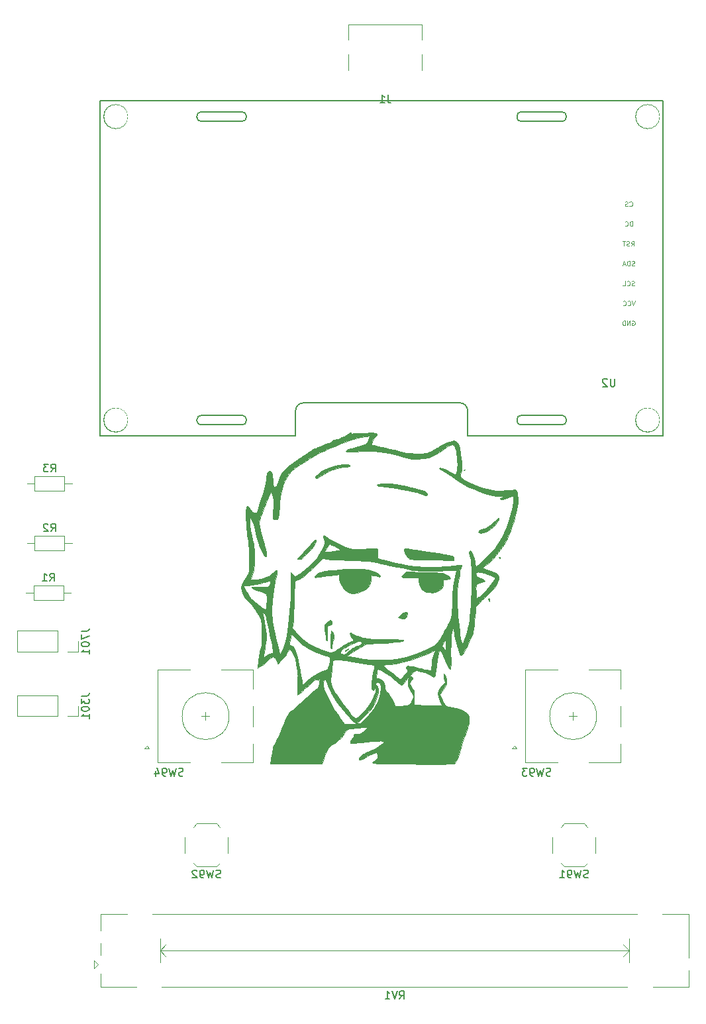
<source format=gbo>
%TF.GenerationSoftware,KiCad,Pcbnew,(5.1.12)-1*%
%TF.CreationDate,2022-01-08T21:51:44+01:00*%
%TF.ProjectId,OLEDUKEY,4f4c4544-554b-4455-992e-6b696361645f,rev?*%
%TF.SameCoordinates,Original*%
%TF.FileFunction,Legend,Bot*%
%TF.FilePolarity,Positive*%
%FSLAX46Y46*%
G04 Gerber Fmt 4.6, Leading zero omitted, Abs format (unit mm)*
G04 Created by KiCad (PCBNEW (5.1.12)-1) date 2022-01-08 21:51:44*
%MOMM*%
%LPD*%
G01*
G04 APERTURE LIST*
%ADD10C,0.010000*%
%ADD11C,0.120000*%
%ADD12C,0.200000*%
%ADD13C,0.150000*%
%ADD14C,0.100000*%
%ADD15C,2.950000*%
%ADD16C,4.000000*%
%ADD17C,1.700000*%
%ADD18C,3.050000*%
%ADD19R,1.700000X1.000000*%
%ADD20O,1.700000X1.700000*%
%ADD21R,1.700000X1.700000*%
%ADD22R,1.750000X1.750000*%
%ADD23C,1.750000*%
%ADD24C,2.700000*%
%ADD25C,2.000000*%
%ADD26R,3.200000X2.000000*%
%ADD27R,2.000000X2.000000*%
%ADD28C,3.000000*%
%ADD29C,1.524000*%
%ADD30O,1.400000X1.400000*%
%ADD31C,1.400000*%
%ADD32O,1.000000X1.600000*%
%ADD33C,0.650000*%
%ADD34O,1.000000X2.100000*%
%ADD35R,0.300000X1.450000*%
%ADD36R,0.600000X1.450000*%
G04 APERTURE END LIST*
D10*
%TO.C,G007*%
G36*
X315512292Y-17804300D02*
G01*
X315459462Y-17816726D01*
X315257829Y-17902202D01*
X315141444Y-18007071D01*
X315020404Y-18114896D01*
X314789361Y-18248962D01*
X314500030Y-18385293D01*
X314204123Y-18499916D01*
X313953356Y-18568855D01*
X313917483Y-18574499D01*
X313492545Y-18691271D01*
X313224333Y-18885210D01*
X313067006Y-18992691D01*
X312821395Y-19097837D01*
X312716333Y-19130706D01*
X312449223Y-19219530D01*
X312101019Y-19354898D01*
X311742777Y-19509037D01*
X311709576Y-19524212D01*
X311402081Y-19659048D01*
X311144494Y-19760047D01*
X310982373Y-19809674D01*
X310961826Y-19812000D01*
X310830809Y-19862368D01*
X310627424Y-19991436D01*
X310486916Y-20098203D01*
X310284244Y-20248171D01*
X309974469Y-20459932D01*
X309595697Y-20708170D01*
X309186033Y-20967567D01*
X309075667Y-21035865D01*
X308445164Y-21451835D01*
X307870922Y-21884727D01*
X307379151Y-22312148D01*
X306996059Y-22711706D01*
X306790307Y-22988403D01*
X306683660Y-23193822D01*
X306550572Y-23498074D01*
X306417923Y-23839272D01*
X306404154Y-23877403D01*
X306261218Y-24260101D01*
X306149007Y-24508288D01*
X306049353Y-24649578D01*
X305944088Y-24711581D01*
X305847967Y-24722666D01*
X305763222Y-24703360D01*
X305715113Y-24621357D01*
X305693692Y-24440529D01*
X305689000Y-24145367D01*
X305668202Y-23763381D01*
X305614403Y-23372598D01*
X305558720Y-23129367D01*
X305468615Y-22867889D01*
X305380403Y-22734786D01*
X305265752Y-22691820D01*
X305233644Y-22690666D01*
X305083830Y-22729896D01*
X304971527Y-22861379D01*
X304888863Y-23105807D01*
X304827967Y-23483870D01*
X304793381Y-23847886D01*
X304746088Y-24250650D01*
X304673642Y-24646576D01*
X304589926Y-24962863D01*
X304570482Y-25016829D01*
X304484258Y-25259015D01*
X304366535Y-25618017D01*
X304232012Y-26047738D01*
X304095388Y-26502085D01*
X304078731Y-26558873D01*
X303924095Y-27080996D01*
X303803569Y-27462068D01*
X303705866Y-27724175D01*
X303619700Y-27889399D01*
X303533784Y-27979826D01*
X303436831Y-28017540D01*
X303329614Y-28024666D01*
X303171568Y-27995485D01*
X303028032Y-27886102D01*
X302859652Y-27663759D01*
X302815636Y-27596850D01*
X302603705Y-27317270D01*
X302436085Y-27201105D01*
X302312717Y-27248348D01*
X302233542Y-27458998D01*
X302217667Y-27559819D01*
X302199694Y-27858939D01*
X302199730Y-28285703D01*
X302215323Y-28799663D01*
X302244021Y-29360370D01*
X302283373Y-29927375D01*
X302330928Y-30460231D01*
X302384234Y-30918489D01*
X302440838Y-31261700D01*
X302442511Y-31269559D01*
X302493987Y-31596165D01*
X302540055Y-32049904D01*
X302579228Y-32591852D01*
X302610019Y-33183083D01*
X302630938Y-33784673D01*
X302640497Y-34357697D01*
X302637210Y-34863230D01*
X302619587Y-35262348D01*
X302601683Y-35433392D01*
X302498927Y-35777836D01*
X302284245Y-36212217D01*
X301970455Y-36711960D01*
X301833606Y-36906020D01*
X301679781Y-37195644D01*
X301626058Y-37536715D01*
X301625000Y-37607240D01*
X301648178Y-37941608D01*
X301730287Y-38242243D01*
X301890186Y-38547831D01*
X302146735Y-38897057D01*
X302398005Y-39192834D01*
X302930069Y-39811892D01*
X303349370Y-40333542D01*
X303668324Y-40774411D01*
X303899345Y-41151129D01*
X303984204Y-41317333D01*
X304066546Y-41502127D01*
X304126448Y-41676895D01*
X304168304Y-41874474D01*
X304196505Y-42127698D01*
X304215445Y-42469402D01*
X304229516Y-42932421D01*
X304235592Y-43196509D01*
X304244521Y-43775332D01*
X304240678Y-44228973D01*
X304221235Y-44601289D01*
X304183364Y-44936139D01*
X304124236Y-45277380D01*
X304090900Y-45440175D01*
X303999725Y-45901691D01*
X303911012Y-46402445D01*
X303840093Y-46854407D01*
X303823653Y-46974421D01*
X303775227Y-47317883D01*
X303727560Y-47607759D01*
X303689097Y-47793937D01*
X303680974Y-47821088D01*
X303674352Y-47892089D01*
X303757231Y-47844730D01*
X303839399Y-47773166D01*
X304011552Y-47641866D01*
X304143688Y-47582910D01*
X304149035Y-47582666D01*
X304248951Y-47527431D01*
X304439093Y-47378376D01*
X304689016Y-47160477D01*
X304883092Y-46980490D01*
X305181091Y-46704289D01*
X305390855Y-46531536D01*
X305541397Y-46443505D01*
X305661733Y-46421474D01*
X305732443Y-46432379D01*
X305910296Y-46536578D01*
X306068180Y-46766285D01*
X306219591Y-47141990D01*
X306239194Y-47201666D01*
X306282312Y-47292824D01*
X306347091Y-47285628D01*
X306467755Y-47165951D01*
X306546816Y-47074666D01*
X306770327Y-46820117D01*
X307020205Y-46545435D01*
X307091108Y-46469562D01*
X307260321Y-46268792D01*
X307365582Y-46102798D01*
X307382754Y-46046228D01*
X307433881Y-45910938D01*
X307559807Y-45721331D01*
X307594889Y-45677666D01*
X307806604Y-45423666D01*
X308058600Y-45714962D01*
X308301034Y-46096573D01*
X308504770Y-46630685D01*
X308665427Y-47303981D01*
X308742642Y-47794333D01*
X308787479Y-48138247D01*
X308818441Y-48402804D01*
X308836285Y-48628103D01*
X308841768Y-48854240D01*
X308835647Y-49121312D01*
X308818679Y-49469418D01*
X308791622Y-49938654D01*
X308785203Y-50048221D01*
X308760042Y-50570093D01*
X308755371Y-50936891D01*
X308771469Y-51161662D01*
X308808613Y-51257452D01*
X308810911Y-51259019D01*
X308902117Y-51223304D01*
X309091482Y-51083938D01*
X309358375Y-50857949D01*
X309682167Y-50562365D01*
X309857703Y-50395005D01*
X310289557Y-49982601D01*
X310620768Y-49680172D01*
X310868150Y-49475716D01*
X311048514Y-49357233D01*
X311178674Y-49312722D01*
X311275442Y-49330182D01*
X311313512Y-49355835D01*
X311447323Y-49386082D01*
X311566347Y-49263124D01*
X311639068Y-49064333D01*
X311670276Y-48967608D01*
X311686026Y-49027992D01*
X311690733Y-49106666D01*
X311676149Y-49295920D01*
X311628218Y-49584643D01*
X311560965Y-49894535D01*
X311479093Y-50204093D01*
X311399076Y-50396437D01*
X311289464Y-50520378D01*
X311118809Y-50624728D01*
X311076428Y-50646603D01*
X310909313Y-50759753D01*
X310647427Y-50971067D01*
X310315656Y-51258895D01*
X309938887Y-51601586D01*
X309542006Y-51977487D01*
X309500455Y-52017734D01*
X309108642Y-52392257D01*
X308740598Y-52733269D01*
X308419646Y-53019995D01*
X308169111Y-53231655D01*
X308012315Y-53347471D01*
X307999929Y-53354459D01*
X307790379Y-53524187D01*
X307576292Y-53821400D01*
X307350295Y-54258691D01*
X307105015Y-54848651D01*
X307068144Y-54945667D01*
X306955041Y-55234972D01*
X306857849Y-55463813D01*
X306797418Y-55583128D01*
X306797023Y-55583666D01*
X306734272Y-55707361D01*
X306642372Y-55931391D01*
X306582815Y-56091666D01*
X306471283Y-56365187D01*
X306307060Y-56722212D01*
X306120112Y-57098457D01*
X306060236Y-57212695D01*
X305895752Y-57542356D01*
X305768625Y-57836226D01*
X305697635Y-58049040D01*
X305689000Y-58107495D01*
X305666103Y-58304533D01*
X305608008Y-58580414D01*
X305570722Y-58722132D01*
X305492599Y-59061041D01*
X305428105Y-59449027D01*
X305407404Y-59627488D01*
X305362364Y-60115310D01*
X308634552Y-60093155D01*
X311906739Y-60071000D01*
X312063899Y-59647666D01*
X312274881Y-59088266D01*
X312446064Y-58663640D01*
X312592331Y-58348302D01*
X312728565Y-58116764D01*
X312869650Y-57943540D01*
X313030469Y-57803143D01*
X313214532Y-57677309D01*
X313694794Y-57355106D01*
X314062477Y-57063660D01*
X314359427Y-56764261D01*
X314627494Y-56418200D01*
X314715699Y-56288743D01*
X314910801Y-56016006D01*
X315089197Y-55802652D01*
X315218556Y-55686487D01*
X315238600Y-55677303D01*
X315475461Y-55626728D01*
X315827827Y-55573868D01*
X316242073Y-55524678D01*
X316664570Y-55485109D01*
X317041692Y-55461113D01*
X317226402Y-55456666D01*
X317744884Y-55456666D01*
X317453109Y-55759949D01*
X317175498Y-56023646D01*
X316937410Y-56175923D01*
X316682203Y-56244738D01*
X316443226Y-56258412D01*
X316199210Y-56273841D01*
X316077364Y-56328623D01*
X316033653Y-56430333D01*
X315964535Y-56596523D01*
X315824778Y-56820380D01*
X315749507Y-56921435D01*
X315596320Y-57156432D01*
X315540390Y-57336900D01*
X315546731Y-57376729D01*
X315563250Y-57416808D01*
X315590370Y-57447270D01*
X315645813Y-57467345D01*
X315747303Y-57476261D01*
X315912562Y-57473249D01*
X316159313Y-57457538D01*
X316505280Y-57428359D01*
X316968186Y-57384940D01*
X317565753Y-57326511D01*
X318242279Y-57259572D01*
X318785367Y-57208340D01*
X319183400Y-57177721D01*
X319459333Y-57167216D01*
X319636123Y-57176322D01*
X319736726Y-57204540D01*
X319766279Y-57226320D01*
X319780525Y-57348365D01*
X319653012Y-57520617D01*
X319399365Y-57730810D01*
X319035213Y-57966677D01*
X318576182Y-58215952D01*
X318389000Y-58307425D01*
X318006780Y-58489371D01*
X317638972Y-58664867D01*
X317339437Y-58808196D01*
X317219446Y-58865859D01*
X316989436Y-59012085D01*
X316800131Y-59193703D01*
X316679667Y-59373623D01*
X316656176Y-59514753D01*
X316692250Y-59560888D01*
X316831562Y-59561417D01*
X317079093Y-59479384D01*
X317403307Y-59327839D01*
X317772665Y-59119830D01*
X317802945Y-59101310D01*
X318107682Y-58935459D01*
X318425377Y-58794912D01*
X318556702Y-58749152D01*
X318830845Y-58697485D01*
X318989092Y-58757501D01*
X319055767Y-58945950D01*
X319062344Y-59097333D01*
X319005995Y-59352245D01*
X318824118Y-59577126D01*
X318621833Y-59727265D01*
X318461989Y-59850024D01*
X318389399Y-59942737D01*
X318389000Y-59946998D01*
X318465985Y-59989006D01*
X318666791Y-60031119D01*
X318918167Y-60061230D01*
X319127921Y-60072434D01*
X319485745Y-60083541D01*
X319970375Y-60094375D01*
X320560547Y-60104758D01*
X321234998Y-60114512D01*
X321972463Y-60123460D01*
X322751680Y-60131423D01*
X323551383Y-60138224D01*
X324350310Y-60143685D01*
X325127198Y-60147630D01*
X325860781Y-60149879D01*
X326529796Y-60150255D01*
X327112981Y-60148582D01*
X327589070Y-60144680D01*
X327936801Y-60138372D01*
X327983651Y-60136983D01*
X328899968Y-60107479D01*
X329178180Y-59496573D01*
X329332476Y-59124088D01*
X329498944Y-58668944D01*
X329648268Y-58212654D01*
X329687178Y-58081333D01*
X329815114Y-57664458D01*
X329982243Y-57160486D01*
X330164789Y-56639510D01*
X330304649Y-56261000D01*
X330474917Y-55798816D01*
X330588363Y-55444613D01*
X330656225Y-55151317D01*
X330689741Y-54871854D01*
X330699667Y-54606421D01*
X330682273Y-54158540D01*
X330599778Y-53833275D01*
X330427193Y-53588730D01*
X330139528Y-53383007D01*
X329895413Y-53257993D01*
X329636843Y-53145958D01*
X329364901Y-53053719D01*
X329041765Y-52971818D01*
X328629612Y-52890798D01*
X328090621Y-52801203D01*
X328031171Y-52791859D01*
X327882156Y-52758842D01*
X327767139Y-52693858D01*
X327659304Y-52565814D01*
X327531839Y-52343614D01*
X327375005Y-52030981D01*
X327222366Y-51712207D01*
X327103442Y-51448879D01*
X327035033Y-51278966D01*
X327025000Y-51240000D01*
X327073974Y-51133306D01*
X327198717Y-50948681D01*
X327287420Y-50832808D01*
X327610701Y-50365941D01*
X327808825Y-49939548D01*
X327871195Y-49596872D01*
X327846119Y-49288826D01*
X327781492Y-49000750D01*
X327691658Y-48768229D01*
X327590959Y-48626846D01*
X327493741Y-48612186D01*
X327479154Y-48624290D01*
X327471919Y-48723242D01*
X327495743Y-48938109D01*
X327537567Y-49180209D01*
X327638560Y-49693548D01*
X327249791Y-50125953D01*
X326934198Y-50586822D01*
X326779739Y-51077316D01*
X326788001Y-51579379D01*
X326960567Y-52074956D01*
X327063450Y-52248651D01*
X327188143Y-52455059D01*
X327252321Y-52597890D01*
X327252972Y-52632249D01*
X327160518Y-52641117D01*
X326924537Y-52643654D01*
X326570708Y-52640159D01*
X326124709Y-52630930D01*
X325612217Y-52616265D01*
X325468630Y-52611510D01*
X323723000Y-52552058D01*
X323723000Y-51693272D01*
X323720353Y-51298981D01*
X323705243Y-51025748D01*
X323666919Y-50825310D01*
X323594629Y-50649400D01*
X323477622Y-50449754D01*
X323428834Y-50372743D01*
X323276475Y-50122474D01*
X323169391Y-49925381D01*
X323132501Y-49830884D01*
X323175976Y-49718554D01*
X323288493Y-49526402D01*
X323356228Y-49424802D01*
X323488562Y-49218486D01*
X323526806Y-49093995D01*
X323482064Y-49000463D01*
X323455117Y-48971830D01*
X323347619Y-48894497D01*
X323236048Y-48925673D01*
X323133644Y-49002294D01*
X322992485Y-49179180D01*
X322914749Y-49452521D01*
X322897931Y-49589011D01*
X322911286Y-50101244D01*
X323066278Y-50561209D01*
X323348484Y-50977093D01*
X323542018Y-51234742D01*
X323619676Y-51442385D01*
X323589824Y-51665069D01*
X323472758Y-51943000D01*
X323322206Y-52239781D01*
X323181586Y-52440245D01*
X323012382Y-52566386D01*
X322776075Y-52640199D01*
X322434147Y-52683679D01*
X322136325Y-52706141D01*
X321743917Y-52730603D01*
X321488158Y-52737180D01*
X321336984Y-52722455D01*
X321258329Y-52683011D01*
X321220128Y-52615430D01*
X321217706Y-52608240D01*
X320959314Y-51934907D01*
X320677850Y-51422428D01*
X320369247Y-51063396D01*
X320168679Y-50873262D01*
X320052449Y-50705393D01*
X320005063Y-50548944D01*
X319485473Y-50548944D01*
X319418761Y-51019025D01*
X319289878Y-51532651D01*
X319108113Y-52043798D01*
X318958302Y-52385405D01*
X318802435Y-52682231D01*
X318614411Y-52973897D01*
X318368127Y-53300025D01*
X318037482Y-53700236D01*
X317946102Y-53807697D01*
X317604984Y-54194075D01*
X317295395Y-54519543D01*
X317040070Y-54761509D01*
X316861745Y-54897380D01*
X316836751Y-54910084D01*
X316591193Y-54972770D01*
X316207882Y-55013814D01*
X315717398Y-55029971D01*
X315706502Y-55030019D01*
X314844337Y-55033333D01*
X314554442Y-54673500D01*
X314253150Y-54269632D01*
X313921886Y-53774870D01*
X313576280Y-53217742D01*
X313231966Y-52626781D01*
X312904574Y-52030516D01*
X312609738Y-51457479D01*
X312363089Y-50936201D01*
X312180258Y-50495212D01*
X312076878Y-50163043D01*
X312072993Y-50144464D01*
X312063041Y-49925960D01*
X312098598Y-49681056D01*
X312165004Y-49461784D01*
X312247602Y-49320174D01*
X312311907Y-49296413D01*
X312377722Y-49383089D01*
X312485237Y-49593480D01*
X312617508Y-49892449D01*
X312712119Y-50126297D01*
X313212128Y-51196582D01*
X313874789Y-52267600D01*
X314693729Y-53329880D01*
X315372900Y-54080198D01*
X315677305Y-54391231D01*
X315942819Y-54652956D01*
X316146449Y-54843425D01*
X316265200Y-54940691D01*
X316282851Y-54948666D01*
X316369450Y-54894620D01*
X316554896Y-54746587D01*
X316813878Y-54525728D01*
X317121085Y-54253201D01*
X317196726Y-54184687D01*
X317881768Y-53491454D01*
X318411559Y-52793863D01*
X318799494Y-52072350D01*
X318984112Y-51574248D01*
X319117672Y-51044304D01*
X319147226Y-50654221D01*
X318812333Y-50654221D01*
X318764010Y-50919201D01*
X318629011Y-51288147D01*
X318422294Y-51729586D01*
X318158817Y-52212043D01*
X317853537Y-52704043D01*
X317800285Y-52783810D01*
X317588662Y-53065660D01*
X317325282Y-53370442D01*
X317039007Y-53670019D01*
X316758699Y-53936254D01*
X316513220Y-54141011D01*
X316331431Y-54256153D01*
X316274434Y-54271333D01*
X316168151Y-54221164D01*
X315994121Y-54096185D01*
X315937886Y-54050224D01*
X315685025Y-53803251D01*
X315371934Y-53444967D01*
X315019146Y-53004315D01*
X314647192Y-52510240D01*
X314276603Y-51991685D01*
X313927912Y-51477593D01*
X313621650Y-50996908D01*
X313378348Y-50578574D01*
X313218539Y-50251534D01*
X313190525Y-50177260D01*
X313112568Y-49894193D01*
X313070822Y-49588608D01*
X313065137Y-49226645D01*
X313095363Y-48774444D01*
X313161347Y-48198146D01*
X313181051Y-48048333D01*
X313231835Y-47658035D01*
X313272966Y-47321361D01*
X313299639Y-47078953D01*
X313307347Y-46979740D01*
X313386226Y-46872785D01*
X313597969Y-46803671D01*
X313909751Y-46775305D01*
X314288748Y-46790590D01*
X314702135Y-46852432D01*
X314715271Y-46855151D01*
X314993488Y-46907639D01*
X315398515Y-46976671D01*
X315889419Y-47055629D01*
X316425268Y-47137894D01*
X316850804Y-47200488D01*
X317447072Y-47287360D01*
X317895922Y-47355933D01*
X318217755Y-47410504D01*
X318432971Y-47455375D01*
X318561972Y-47494846D01*
X318625158Y-47533215D01*
X318642929Y-47574783D01*
X318643000Y-47578238D01*
X318626752Y-47683172D01*
X318583096Y-47914203D01*
X318519659Y-48231757D01*
X318477429Y-48437012D01*
X318344354Y-49143119D01*
X318264563Y-49720883D01*
X318238848Y-50161111D01*
X318268000Y-50454610D01*
X318297020Y-50532335D01*
X318424982Y-50688796D01*
X318541557Y-50688181D01*
X318618468Y-50546000D01*
X318687987Y-50396720D01*
X318758969Y-50400348D01*
X318805872Y-50542626D01*
X318812333Y-50654221D01*
X319147226Y-50654221D01*
X319149072Y-50629861D01*
X319077473Y-50310746D01*
X318922204Y-50086295D01*
X318782075Y-49928176D01*
X318760268Y-49834495D01*
X318816371Y-49779712D01*
X319057037Y-49702613D01*
X319281998Y-49751849D01*
X319412282Y-49882273D01*
X319484989Y-50158122D01*
X319485473Y-50548944D01*
X320005063Y-50548944D01*
X319988547Y-50494416D01*
X319948159Y-50203421D01*
X319844366Y-49734872D01*
X319654788Y-49411606D01*
X319378284Y-49232247D01*
X319109474Y-49191333D01*
X318906840Y-49177070D01*
X318834924Y-49120491D01*
X318842837Y-49043166D01*
X318877343Y-48876144D01*
X318918935Y-48614200D01*
X318941154Y-48450500D01*
X318996390Y-48161300D01*
X319072761Y-48023537D01*
X319123532Y-48006000D01*
X319297683Y-48056401D01*
X319573009Y-48194255D01*
X319919830Y-48399537D01*
X320308469Y-48652222D01*
X320709246Y-48932285D01*
X321092485Y-49219702D01*
X321428506Y-49494448D01*
X321686442Y-49735264D01*
X321885886Y-49912592D01*
X322063419Y-50021554D01*
X322127788Y-50038000D01*
X322254437Y-49968287D01*
X322436325Y-49777293D01*
X322636108Y-49508833D01*
X322888208Y-49168642D01*
X323183152Y-48815934D01*
X323416568Y-48568089D01*
X323645916Y-48351661D01*
X323807769Y-48233264D01*
X323952696Y-48189545D01*
X324131269Y-48197151D01*
X324200368Y-48206142D01*
X324622421Y-48292555D01*
X325076369Y-48431314D01*
X325501817Y-48600404D01*
X325838370Y-48777814D01*
X325915462Y-48831250D01*
X326100028Y-48962466D01*
X326205001Y-48995557D01*
X326281921Y-48939533D01*
X326311763Y-48900524D01*
X326375488Y-48741675D01*
X326434134Y-48474426D01*
X326471590Y-48188338D01*
X326548150Y-47449660D01*
X326632864Y-46826511D01*
X326722995Y-46335889D01*
X326815807Y-45994793D01*
X326831212Y-45954005D01*
X326934936Y-45694772D01*
X326391922Y-45694772D01*
X326164107Y-46321560D01*
X326022507Y-46881094D01*
X325950380Y-47440560D01*
X325947812Y-47476833D01*
X325914200Y-47847018D01*
X325871119Y-48069736D01*
X325813446Y-48166794D01*
X325783797Y-48175333D01*
X325664419Y-48157284D01*
X325411279Y-48107476D01*
X325055567Y-48032420D01*
X324628474Y-47938623D01*
X324363860Y-47879000D01*
X323904080Y-47776929D01*
X323492018Y-47690054D01*
X323160673Y-47624984D01*
X322943046Y-47588324D01*
X322883795Y-47582666D01*
X322744309Y-47644365D01*
X322706666Y-47790009D01*
X322782215Y-47960419D01*
X322806304Y-47986770D01*
X322863162Y-48110132D01*
X322809164Y-48297738D01*
X322808188Y-48299883D01*
X322711075Y-48457043D01*
X322549221Y-48668710D01*
X322357313Y-48895321D01*
X322170040Y-49097311D01*
X322022088Y-49235119D01*
X321955384Y-49272568D01*
X321867864Y-49221584D01*
X321687464Y-49090747D01*
X321452158Y-48907676D01*
X321437000Y-48895535D01*
X321132311Y-48660589D01*
X320814808Y-48430529D01*
X320599186Y-48285133D01*
X320284765Y-48067174D01*
X320024271Y-47853240D01*
X319844606Y-47668689D01*
X319772670Y-47538878D01*
X319777950Y-47511025D01*
X319877980Y-47471998D01*
X320104375Y-47432547D01*
X320414324Y-47399533D01*
X320524359Y-47391435D01*
X321387929Y-47289769D01*
X322339494Y-47099461D01*
X323332003Y-46834033D01*
X324318408Y-46507005D01*
X325251658Y-46131898D01*
X325786783Y-45879179D01*
X326108912Y-45722208D01*
X326303876Y-45643396D01*
X326391437Y-45636719D01*
X326391922Y-45694772D01*
X326934936Y-45694772D01*
X326962280Y-45626434D01*
X327156166Y-45808580D01*
X327328899Y-46024256D01*
X327452587Y-46257529D01*
X327702754Y-46892965D01*
X327906518Y-47375133D01*
X328067956Y-47712401D01*
X328191145Y-47913135D01*
X328280162Y-47985702D01*
X328294578Y-47985504D01*
X328337272Y-47957438D01*
X328368351Y-47878595D01*
X328388932Y-47728329D01*
X328400126Y-47485994D01*
X328403047Y-47130945D01*
X328398809Y-46642535D01*
X328391736Y-46184124D01*
X328387329Y-45428208D01*
X328395770Y-44959624D01*
X327782437Y-44959624D01*
X327766479Y-45232744D01*
X327734284Y-45442342D01*
X327732509Y-45449142D01*
X327692491Y-45571993D01*
X327645283Y-45571068D01*
X327554309Y-45436640D01*
X327528941Y-45395012D01*
X327398182Y-45215926D01*
X327283826Y-45115312D01*
X327276401Y-45112355D01*
X327253294Y-45024513D01*
X327345173Y-44817730D01*
X327426883Y-44681854D01*
X327572476Y-44474896D01*
X327686543Y-44353464D01*
X327732758Y-44339313D01*
X327765590Y-44454892D01*
X327782145Y-44681001D01*
X327782437Y-44959624D01*
X328395770Y-44959624D01*
X328399783Y-44736856D01*
X328427596Y-44125790D01*
X328469267Y-43610738D01*
X328523292Y-43207424D01*
X328588171Y-42931572D01*
X328662401Y-42798909D01*
X328715268Y-42797105D01*
X328758866Y-42896236D01*
X328805710Y-43111972D01*
X328836595Y-43325786D01*
X328893466Y-43693167D01*
X328981064Y-44118610D01*
X329090583Y-44572123D01*
X329213213Y-45023712D01*
X329340147Y-45443384D01*
X329462578Y-45801146D01*
X329571698Y-46067005D01*
X329658698Y-46210968D01*
X329688856Y-46228000D01*
X329822181Y-46170432D01*
X329930493Y-46075801D01*
X330024335Y-45934126D01*
X330169074Y-45670901D01*
X330348487Y-45320040D01*
X330546348Y-44915456D01*
X330746433Y-44491060D01*
X330932517Y-44080766D01*
X331088376Y-43718487D01*
X331197784Y-43438134D01*
X331211620Y-43398010D01*
X331262305Y-43180136D01*
X331319942Y-42821276D01*
X331381370Y-42349473D01*
X331443431Y-41792772D01*
X331502965Y-41179219D01*
X331556812Y-40536856D01*
X331595863Y-39987414D01*
X331653397Y-39925290D01*
X331813767Y-39761298D01*
X332059662Y-39512897D01*
X332373775Y-39197545D01*
X332738795Y-38832701D01*
X332896923Y-38675080D01*
X333333184Y-38238038D01*
X333665214Y-37897127D01*
X333910598Y-37630862D01*
X334086924Y-37417755D01*
X334211776Y-37236320D01*
X334302742Y-37065069D01*
X334377407Y-36882517D01*
X334388228Y-36852997D01*
X334509030Y-36474457D01*
X334529455Y-36284954D01*
X334052333Y-36284954D01*
X333995195Y-36461198D01*
X333838496Y-36728516D01*
X333604308Y-37060174D01*
X333314705Y-37429436D01*
X332991758Y-37809567D01*
X332657540Y-38173834D01*
X332334125Y-38495499D01*
X332043584Y-38747830D01*
X331978000Y-38797436D01*
X331639333Y-39044057D01*
X331615157Y-38134385D01*
X331609715Y-37690367D01*
X331622540Y-37392898D01*
X331655535Y-37219986D01*
X331699824Y-37155165D01*
X331839202Y-37088229D01*
X332079679Y-36990773D01*
X332361645Y-36885634D01*
X332625491Y-36795650D01*
X332691532Y-36775224D01*
X332758772Y-36711320D01*
X332680254Y-36615266D01*
X332473518Y-36499712D01*
X332156106Y-36377307D01*
X332126064Y-36367470D01*
X331841952Y-36256261D01*
X331687256Y-36138526D01*
X331630099Y-36019017D01*
X331612684Y-35753534D01*
X331720966Y-35600473D01*
X331908023Y-35560000D01*
X332091612Y-35585548D01*
X332371924Y-35654005D01*
X332712628Y-35753087D01*
X333077391Y-35870510D01*
X333429881Y-35993992D01*
X333733765Y-36111248D01*
X333952710Y-36209995D01*
X334050385Y-36277951D01*
X334052333Y-36284954D01*
X334529455Y-36284954D01*
X334538530Y-36200765D01*
X334460044Y-35994865D01*
X334256884Y-35819698D01*
X333912365Y-35638205D01*
X333822590Y-35596775D01*
X333493285Y-35452251D01*
X333198106Y-35332451D01*
X332989839Y-35258547D01*
X332957184Y-35249639D01*
X332726154Y-35178154D01*
X332585391Y-35118527D01*
X332511382Y-35061434D01*
X332537078Y-34991700D01*
X332681806Y-34880784D01*
X332797058Y-34805917D01*
X333238753Y-34466646D01*
X333719152Y-33995227D01*
X334217122Y-33417923D01*
X334711530Y-32760994D01*
X335181243Y-32050703D01*
X335600218Y-31322550D01*
X335845375Y-30826885D01*
X336062668Y-30306212D01*
X336261655Y-29730716D01*
X336451892Y-29070584D01*
X336642938Y-28296002D01*
X336804500Y-27565816D01*
X336899704Y-27106851D01*
X336959967Y-26769835D01*
X336988556Y-26511750D01*
X336988708Y-26322920D01*
X336428266Y-26322920D01*
X336386667Y-26697615D01*
X336306998Y-27150543D01*
X336194242Y-27661489D01*
X336053380Y-28210240D01*
X335889394Y-28776581D01*
X335707264Y-29340296D01*
X335511973Y-29881172D01*
X335308502Y-30378993D01*
X335101833Y-30813545D01*
X335019281Y-30965306D01*
X334669514Y-31566075D01*
X334364355Y-32052968D01*
X334075149Y-32464772D01*
X333773245Y-32840274D01*
X333429988Y-33218263D01*
X333124165Y-33530724D01*
X332776936Y-33872460D01*
X332440366Y-34194259D01*
X332147056Y-34465582D01*
X331929603Y-34655893D01*
X331882937Y-34693475D01*
X331533875Y-34964501D01*
X331449690Y-34305066D01*
X331372968Y-33866436D01*
X331265713Y-33470301D01*
X331140170Y-33148043D01*
X331008587Y-32931040D01*
X330883210Y-32850674D01*
X330882094Y-32850666D01*
X330779950Y-32923604D01*
X330755262Y-33133037D01*
X330808003Y-33464894D01*
X330883819Y-33739666D01*
X330950890Y-34060199D01*
X331002899Y-34525423D01*
X331040145Y-35111397D01*
X331062930Y-35794177D01*
X331071552Y-36549820D01*
X331066311Y-37354383D01*
X331047506Y-38183923D01*
X331015439Y-39014498D01*
X330970407Y-39822163D01*
X330912712Y-40582977D01*
X330842652Y-41272996D01*
X330783945Y-41717767D01*
X330687761Y-42273268D01*
X330567530Y-42826057D01*
X330431253Y-43351193D01*
X330286930Y-43823737D01*
X330142562Y-44218750D01*
X330006148Y-44511293D01*
X329885690Y-44676427D01*
X329825971Y-44704000D01*
X329773306Y-44623098D01*
X329713048Y-44394870D01*
X329647530Y-44041031D01*
X329579087Y-43583297D01*
X329510054Y-43043383D01*
X329442764Y-42443006D01*
X329379553Y-41803880D01*
X329322754Y-41147722D01*
X329274702Y-40496248D01*
X329237731Y-39871171D01*
X329214176Y-39294210D01*
X329207075Y-38946666D01*
X329206954Y-38347126D01*
X329223108Y-37863064D01*
X329259671Y-37441061D01*
X329320775Y-37027698D01*
X329379349Y-36719868D01*
X329456545Y-36310880D01*
X329518042Y-35930363D01*
X329556223Y-35628785D01*
X329565000Y-35489874D01*
X329571318Y-35444125D01*
X329095969Y-35444125D01*
X329094207Y-35452578D01*
X328953434Y-36109284D01*
X328845239Y-36639752D01*
X328764637Y-37082857D01*
X328706644Y-37477477D01*
X328666275Y-37862488D01*
X328638545Y-38276765D01*
X328618471Y-38759186D01*
X328602786Y-39285333D01*
X328578569Y-39997361D01*
X328545477Y-40568943D01*
X328497972Y-41028930D01*
X328430516Y-41406176D01*
X328337571Y-41729535D01*
X328213600Y-42027859D01*
X328053064Y-42330002D01*
X328001531Y-42418000D01*
X327831296Y-42715324D01*
X327622977Y-43094929D01*
X327414323Y-43487692D01*
X327358110Y-43596187D01*
X327098492Y-44067164D01*
X326845713Y-44433116D01*
X326563521Y-44727881D01*
X326215666Y-44985300D01*
X325765897Y-45239214D01*
X325410552Y-45414205D01*
X324176747Y-45952088D01*
X323010494Y-46354943D01*
X321886917Y-46629623D01*
X320781137Y-46782982D01*
X320336333Y-46811976D01*
X319621643Y-46837787D01*
X319026469Y-46843349D01*
X318501986Y-46826749D01*
X317999374Y-46786073D01*
X317469809Y-46719409D01*
X317288333Y-46692526D01*
X317205287Y-46679853D01*
X312936744Y-46679853D01*
X312907700Y-47000617D01*
X312817482Y-47454336D01*
X312770465Y-47647254D01*
X312717676Y-47835153D01*
X312650805Y-47961274D01*
X312533158Y-48055245D01*
X312328040Y-48146692D01*
X312009916Y-48261316D01*
X311312956Y-48571693D01*
X310621780Y-48997569D01*
X310002731Y-49496311D01*
X309837667Y-49657183D01*
X309456667Y-50047730D01*
X309393924Y-49725365D01*
X309358099Y-49527405D01*
X309302107Y-49201524D01*
X309232578Y-48786998D01*
X309156139Y-48323106D01*
X309125167Y-48132854D01*
X308999670Y-47439913D01*
X308857802Y-46794885D01*
X308706257Y-46219979D01*
X308551733Y-45737406D01*
X308400926Y-45369377D01*
X308260533Y-45138101D01*
X308207019Y-45087599D01*
X308005838Y-44987624D01*
X307862072Y-44958000D01*
X307776068Y-44929254D01*
X307741419Y-44828080D01*
X307759885Y-44632073D01*
X307833225Y-44318825D01*
X307942325Y-43935890D01*
X308073804Y-43493152D01*
X308807569Y-44253755D01*
X309143010Y-44592060D01*
X309428289Y-44849846D01*
X309712672Y-45063610D01*
X310045421Y-45269849D01*
X310475800Y-45505060D01*
X310547680Y-45542921D01*
X311029913Y-45781243D01*
X311513221Y-45993954D01*
X311944001Y-46158514D01*
X312194176Y-46235206D01*
X312507413Y-46325937D01*
X312755623Y-46417525D01*
X312893172Y-46492672D01*
X312903228Y-46503964D01*
X312936744Y-46679853D01*
X317205287Y-46679853D01*
X316848824Y-46625456D01*
X316389606Y-46555194D01*
X315992132Y-46494207D01*
X315897916Y-46479708D01*
X315496816Y-46410965D01*
X315253760Y-46347300D01*
X315158104Y-46279032D01*
X315199202Y-46196481D01*
X315366409Y-46089966D01*
X315431802Y-46055839D01*
X315717471Y-45898170D01*
X315985899Y-45730936D01*
X316060667Y-45678774D01*
X316254690Y-45551206D01*
X316544628Y-45377548D01*
X316876250Y-45190003D01*
X316967382Y-45140362D01*
X317620096Y-44788078D01*
X319268781Y-44702358D01*
X319906922Y-44665519D01*
X317034333Y-44665519D01*
X316962957Y-44791865D01*
X316789175Y-44925655D01*
X316573509Y-45028196D01*
X316414792Y-45061609D01*
X316233645Y-45116426D01*
X316005409Y-45244230D01*
X315933667Y-45295582D01*
X315498188Y-45627164D01*
X315176354Y-45866894D01*
X314947706Y-46026315D01*
X314791786Y-46116969D01*
X314688138Y-46150399D01*
X314616304Y-46138149D01*
X314555825Y-46091760D01*
X314543722Y-46079833D01*
X314406012Y-46017940D01*
X314382604Y-46016333D01*
X314278228Y-45956812D01*
X314269256Y-45813254D01*
X314350944Y-45638164D01*
X314424268Y-45555235D01*
X314572023Y-45448977D01*
X314835807Y-45288948D01*
X315179635Y-45095970D01*
X315567519Y-44890869D01*
X315609063Y-44869618D01*
X316020668Y-44662790D01*
X316312537Y-44526436D01*
X316513997Y-44450689D01*
X316654372Y-44425679D01*
X316762987Y-44441540D01*
X316817403Y-44463007D01*
X316975809Y-44568205D01*
X317034333Y-44665519D01*
X319906922Y-44665519D01*
X320037256Y-44657995D01*
X320720701Y-44609748D01*
X321302781Y-44559235D01*
X321767159Y-44508073D01*
X322097498Y-44457880D01*
X322277463Y-44410272D01*
X322290989Y-44403141D01*
X322355050Y-44341642D01*
X322319108Y-44292667D01*
X322171721Y-44255083D01*
X321901446Y-44227757D01*
X321496844Y-44209558D01*
X320946473Y-44199352D01*
X320238890Y-44196007D01*
X320198221Y-44196000D01*
X319535071Y-44194857D01*
X319011058Y-44189984D01*
X318595995Y-44179212D01*
X318259693Y-44160373D01*
X317971962Y-44131299D01*
X317702616Y-44089821D01*
X317421465Y-44033771D01*
X317176384Y-43978962D01*
X316776619Y-43879016D01*
X316421233Y-43775112D01*
X316153144Y-43680695D01*
X316027624Y-43619129D01*
X315839390Y-43485201D01*
X315714185Y-43394661D01*
X315584532Y-43343251D01*
X315524519Y-43410368D01*
X315529990Y-43562133D01*
X315596789Y-43764667D01*
X315720760Y-43984090D01*
X315798861Y-44084892D01*
X316001512Y-44320489D01*
X315607756Y-44494974D01*
X315325425Y-44625852D01*
X315053605Y-44767016D01*
X314754328Y-44940397D01*
X314389627Y-45167927D01*
X313953924Y-45450322D01*
X313621992Y-45661766D01*
X313388026Y-45790515D01*
X313212295Y-45852433D01*
X313055069Y-45863383D01*
X312949189Y-45851492D01*
X312474449Y-45739494D01*
X311911980Y-45545274D01*
X311308260Y-45289870D01*
X310709768Y-44994318D01*
X310162983Y-44679654D01*
X309777798Y-44416074D01*
X309473238Y-44162665D01*
X309122964Y-43837087D01*
X308788993Y-43497815D01*
X308695148Y-43395295D01*
X308138034Y-42772818D01*
X308225599Y-42235576D01*
X308250041Y-42012132D01*
X308275803Y-41646491D01*
X308301608Y-41165766D01*
X308326180Y-40597072D01*
X308348245Y-39967524D01*
X308366525Y-39304238D01*
X308369401Y-39179500D01*
X308386331Y-38455973D01*
X308402064Y-37884268D01*
X308417958Y-37446893D01*
X308435368Y-37126353D01*
X308455651Y-36905158D01*
X308480164Y-36765814D01*
X308510262Y-36690829D01*
X308547301Y-36662710D01*
X308564696Y-36660666D01*
X308840741Y-36600257D01*
X309193969Y-36416588D01*
X309629480Y-36105995D01*
X310152373Y-35664816D01*
X310767750Y-35089387D01*
X310811333Y-35046995D01*
X311996667Y-33891589D01*
X312683564Y-33960409D01*
X312948990Y-33981358D01*
X313354350Y-34006043D01*
X313870323Y-34033026D01*
X314467590Y-34060873D01*
X315116830Y-34088147D01*
X315788723Y-34113414D01*
X315858564Y-34115864D01*
X316592588Y-34142451D01*
X317181741Y-34166990D01*
X317650430Y-34191736D01*
X318023062Y-34218944D01*
X318324046Y-34250871D01*
X318577788Y-34289772D01*
X318808695Y-34337902D01*
X319041176Y-34397518D01*
X319108667Y-34416237D01*
X319569321Y-34533795D01*
X320097075Y-34650982D01*
X320591097Y-34745691D01*
X320675000Y-34759670D01*
X321086296Y-34833434D01*
X321593916Y-34935495D01*
X322130243Y-35051767D01*
X322580000Y-35156533D01*
X322921869Y-35238405D01*
X323208986Y-35301625D01*
X323470928Y-35348658D01*
X323737271Y-35381972D01*
X324037592Y-35404032D01*
X324401468Y-35417305D01*
X324858474Y-35424256D01*
X325438187Y-35427354D01*
X325839667Y-35428350D01*
X326463582Y-35427059D01*
X327063543Y-35420950D01*
X327608583Y-35410710D01*
X328067738Y-35397027D01*
X328410040Y-35380588D01*
X328562656Y-35367911D01*
X328861764Y-35337296D01*
X329027511Y-35336156D01*
X329094159Y-35369946D01*
X329095969Y-35444125D01*
X329571318Y-35444125D01*
X329602051Y-35221602D01*
X329692209Y-34993501D01*
X329701799Y-34979037D01*
X329788968Y-34813847D01*
X329763540Y-34713963D01*
X329613186Y-34676026D01*
X329325580Y-34696675D01*
X328920795Y-34766163D01*
X328630777Y-34815492D01*
X328310261Y-34853311D01*
X327933001Y-34880959D01*
X327472754Y-34899775D01*
X326903273Y-34911096D01*
X326198313Y-34916261D01*
X325966667Y-34916796D01*
X325285832Y-34916874D01*
X324743976Y-34913494D01*
X324310751Y-34904539D01*
X323955808Y-34887894D01*
X323648798Y-34861442D01*
X323359373Y-34823069D01*
X323057185Y-34770658D01*
X322711883Y-34702093D01*
X322622333Y-34683642D01*
X321994396Y-34550987D01*
X321340842Y-34407994D01*
X320702639Y-34264002D01*
X320120753Y-34128353D01*
X319636153Y-34010387D01*
X319383833Y-33945234D01*
X319066333Y-33860139D01*
X319066333Y-33235458D01*
X319055803Y-32929801D01*
X319036388Y-32768374D01*
X314268048Y-32768374D01*
X314260123Y-32780077D01*
X314142236Y-32824304D01*
X313897818Y-32871212D01*
X313569377Y-32913494D01*
X313381650Y-32931051D01*
X313017452Y-32960840D01*
X312706096Y-32986296D01*
X312494224Y-33003606D01*
X312441167Y-33007934D01*
X312315771Y-32990296D01*
X312293000Y-32960614D01*
X312335300Y-32848341D01*
X312442059Y-32654377D01*
X312583067Y-32425910D01*
X312728114Y-32210129D01*
X312846991Y-32054219D01*
X312905435Y-32004000D01*
X313007062Y-32039824D01*
X313221282Y-32135718D01*
X313510098Y-32274317D01*
X313660185Y-32348960D01*
X314017567Y-32541017D01*
X314218918Y-32679909D01*
X314268048Y-32768374D01*
X319036388Y-32768374D01*
X319028003Y-32698665D01*
X318988616Y-32586302D01*
X318982463Y-32582555D01*
X318874806Y-32577324D01*
X318626186Y-32579840D01*
X318264761Y-32589364D01*
X317818687Y-32605157D01*
X317326640Y-32626001D01*
X316697641Y-32651354D01*
X316203975Y-32659025D01*
X315812063Y-32643252D01*
X315488324Y-32598270D01*
X315199180Y-32518316D01*
X314911050Y-32397626D01*
X314590354Y-32230437D01*
X314400583Y-32123783D01*
X314081971Y-31951547D01*
X313774167Y-31800144D01*
X313551507Y-31705386D01*
X313202982Y-31544630D01*
X312768174Y-31278626D01*
X312394863Y-31018272D01*
X312201387Y-30926804D01*
X312088387Y-30971225D01*
X312069553Y-31131820D01*
X312149915Y-31371024D01*
X312238840Y-31582163D01*
X312276112Y-31769169D01*
X312255030Y-31970294D01*
X312168895Y-32223790D01*
X312011005Y-32567909D01*
X311901581Y-32788858D01*
X311711681Y-33147116D01*
X311519626Y-33453709D01*
X311293675Y-33750699D01*
X311002088Y-34080150D01*
X310652748Y-34443821D01*
X310072369Y-35016554D01*
X309581942Y-35459345D01*
X309172365Y-35779588D01*
X308834535Y-35984677D01*
X308672926Y-36052108D01*
X308479602Y-36100595D01*
X308353776Y-36059387D01*
X308218081Y-35901993D01*
X308212504Y-35894462D01*
X308071885Y-35730202D01*
X307963248Y-35647145D01*
X307950553Y-35644666D01*
X307922998Y-35724930D01*
X307910872Y-35949436D01*
X307914617Y-36293757D01*
X307931697Y-36681833D01*
X307951047Y-37322578D01*
X307946249Y-38077725D01*
X307919764Y-38914217D01*
X307874056Y-39798991D01*
X307811584Y-40698990D01*
X307734811Y-41581154D01*
X307646199Y-42412422D01*
X307548209Y-43159734D01*
X307443304Y-43790033D01*
X307380069Y-44089774D01*
X307259368Y-44520223D01*
X307094112Y-45002911D01*
X306918081Y-45439951D01*
X306901363Y-45476988D01*
X306586364Y-46166094D01*
X306464031Y-45726755D01*
X305673331Y-45726755D01*
X305651566Y-45845330D01*
X305598650Y-45915233D01*
X305515548Y-45959824D01*
X305498500Y-45966563D01*
X305079293Y-46135389D01*
X304797547Y-46267513D01*
X304628974Y-46376333D01*
X304549282Y-46475244D01*
X304542190Y-46494003D01*
X304484249Y-46634977D01*
X304455074Y-46619556D01*
X304459396Y-46458965D01*
X304474724Y-46333833D01*
X304506504Y-46123093D01*
X304558444Y-45792802D01*
X304623001Y-45390460D01*
X304684033Y-45015879D01*
X304756318Y-44544375D01*
X304796158Y-44174788D01*
X304805808Y-43843293D01*
X304787520Y-43486067D01*
X304751304Y-43110879D01*
X304678858Y-42561282D01*
X304581650Y-42002516D01*
X304469945Y-41484351D01*
X304354011Y-41056560D01*
X304289101Y-40870031D01*
X304264332Y-40770976D01*
X304332680Y-40769901D01*
X304446542Y-40817999D01*
X304516846Y-40847285D01*
X304575156Y-40874584D01*
X304625834Y-40915340D01*
X304673242Y-40984998D01*
X304721741Y-41099000D01*
X304775694Y-41272791D01*
X304839464Y-41521815D01*
X304917411Y-41861516D01*
X305013897Y-42307338D01*
X305133286Y-42874725D01*
X305279938Y-43579120D01*
X305429586Y-44298553D01*
X305542073Y-44845407D01*
X305619550Y-45250153D01*
X305662981Y-45536149D01*
X305673331Y-45726755D01*
X306464031Y-45726755D01*
X306306185Y-45159880D01*
X306165551Y-44631828D01*
X306015125Y-44029764D01*
X305877208Y-43444471D01*
X305809431Y-43137666D01*
X305611526Y-41877758D01*
X305532018Y-40544984D01*
X305569863Y-39186512D01*
X305724020Y-37849512D01*
X305939768Y-36798657D01*
X305342759Y-36798657D01*
X305321599Y-36996685D01*
X305314520Y-37036689D01*
X305258300Y-37234622D01*
X305159106Y-37370924D01*
X304990844Y-37453865D01*
X304727422Y-37491711D01*
X304342748Y-37492730D01*
X303937456Y-37473023D01*
X303492599Y-37453409D01*
X303177285Y-37454647D01*
X303006542Y-37476348D01*
X302979667Y-37497735D01*
X303054875Y-37635590D01*
X303248846Y-37778543D01*
X303514100Y-37899489D01*
X303803155Y-37971325D01*
X303811126Y-37972366D01*
X304231583Y-38064632D01*
X304571990Y-38215329D01*
X304796207Y-38406056D01*
X304850078Y-38501369D01*
X304877064Y-38673309D01*
X304885917Y-38962542D01*
X304878359Y-39318197D01*
X304856114Y-39689403D01*
X304820903Y-40025287D01*
X304792672Y-40196686D01*
X304752416Y-40323453D01*
X304670538Y-40336976D01*
X304522923Y-40268936D01*
X304341245Y-40159991D01*
X304078725Y-39984758D01*
X303789354Y-39779391D01*
X303763497Y-39760414D01*
X303273677Y-39376431D01*
X302896732Y-39018213D01*
X302592059Y-38639981D01*
X302319054Y-38195961D01*
X302233047Y-38034999D01*
X302063610Y-37697108D01*
X301973976Y-37482804D01*
X301957035Y-37370348D01*
X302005051Y-37338000D01*
X302417216Y-37314758D01*
X302930123Y-37251970D01*
X303482718Y-37160037D01*
X304013944Y-37049362D01*
X304462745Y-36930349D01*
X304536612Y-36906670D01*
X304867190Y-36801974D01*
X305133131Y-36727915D01*
X305297000Y-36694400D01*
X305329942Y-36696719D01*
X305342759Y-36798657D01*
X305939768Y-36798657D01*
X305950716Y-36745333D01*
X306084136Y-36186944D01*
X306161248Y-35780859D01*
X306180001Y-35518977D01*
X306138342Y-35393196D01*
X306034217Y-35395414D01*
X305865574Y-35517528D01*
X305684442Y-35694419D01*
X305439450Y-35915430D01*
X305174434Y-36105978D01*
X305091255Y-36153598D01*
X304655517Y-36330365D01*
X304132447Y-36471531D01*
X303603236Y-36558063D01*
X303289506Y-36576000D01*
X302819454Y-36576000D01*
X302976096Y-36120712D01*
X303172946Y-35355847D01*
X303286734Y-34446304D01*
X303318333Y-33531459D01*
X303312044Y-33146819D01*
X303289524Y-32787066D01*
X303245297Y-32411923D01*
X303173888Y-31981114D01*
X303069820Y-31454362D01*
X302975914Y-31013009D01*
X302818329Y-30243244D01*
X302713874Y-29634063D01*
X302662522Y-29185282D01*
X302658414Y-28961332D01*
X302683333Y-28490333D01*
X302947281Y-28939592D01*
X303123707Y-29312413D01*
X303279191Y-29773496D01*
X303355420Y-30082592D01*
X303494567Y-30690239D01*
X303654462Y-31285609D01*
X303827850Y-31851099D01*
X304007477Y-32369104D01*
X304186088Y-32822022D01*
X304356428Y-33192249D01*
X304511241Y-33462182D01*
X304643274Y-33614217D01*
X304745270Y-33630750D01*
X304790479Y-33564615D01*
X304809430Y-33371396D01*
X304779242Y-33051613D01*
X304706092Y-32638748D01*
X304596154Y-32166282D01*
X304455604Y-31667696D01*
X304419135Y-31551401D01*
X304229578Y-30912988D01*
X304077246Y-30306695D01*
X303970073Y-29769187D01*
X303915991Y-29337133D01*
X303911000Y-29202782D01*
X303944321Y-28944644D01*
X304030846Y-28613682D01*
X304128781Y-28340484D01*
X304278781Y-27966974D01*
X304444019Y-27540336D01*
X304558681Y-27234219D01*
X304702140Y-26870014D01*
X304886244Y-26439610D01*
X305074621Y-26027614D01*
X305101477Y-25971641D01*
X305432154Y-25287842D01*
X305568329Y-25613753D01*
X305677592Y-25956306D01*
X305738951Y-26363039D01*
X305754240Y-26863439D01*
X305725296Y-27486993D01*
X305702456Y-27769452D01*
X305666105Y-28221967D01*
X305656868Y-28531640D01*
X305683400Y-28723953D01*
X305754360Y-28824387D01*
X305878406Y-28858426D01*
X306064195Y-28851552D01*
X306069933Y-28851057D01*
X306157912Y-28842735D01*
X306226535Y-28821575D01*
X306280359Y-28767439D01*
X306323945Y-28660190D01*
X306361849Y-28479692D01*
X306398632Y-28205808D01*
X306438852Y-27818401D01*
X306487067Y-27297333D01*
X306530213Y-26817869D01*
X306632695Y-25940798D01*
X306775448Y-25188469D01*
X306968905Y-24518940D01*
X307223498Y-23890272D01*
X307296400Y-23737667D01*
X307611843Y-23197941D01*
X308008431Y-22715288D01*
X308511097Y-22265568D01*
X309144772Y-21824639D01*
X309482869Y-21620587D01*
X309903520Y-21373094D01*
X310352778Y-21104049D01*
X310761304Y-20855155D01*
X310938333Y-20745210D01*
X311269914Y-20550475D01*
X311677305Y-20336458D01*
X312176123Y-20095961D01*
X312781981Y-19821783D01*
X313510496Y-19506724D01*
X314377281Y-19143585D01*
X314706000Y-19007993D01*
X315636990Y-18664342D01*
X316524505Y-18423947D01*
X317441873Y-18267465D01*
X317572860Y-18251614D01*
X317984386Y-18204007D01*
X317925178Y-18519611D01*
X317865607Y-18773552D01*
X317778865Y-18973158D01*
X317641962Y-19133053D01*
X317431904Y-19267856D01*
X317125701Y-19392189D01*
X316700359Y-19520674D01*
X316132886Y-19667931D01*
X316110749Y-19673460D01*
X315656978Y-19791081D01*
X315344775Y-19884413D01*
X315149776Y-19962941D01*
X315047617Y-20036150D01*
X315015876Y-20099682D01*
X315011640Y-20163904D01*
X315045296Y-20205778D01*
X315142656Y-20227407D01*
X315329534Y-20230896D01*
X315631742Y-20218350D01*
X316075094Y-20191873D01*
X316115548Y-20189335D01*
X317068223Y-20138592D01*
X317889174Y-20118218D01*
X318613875Y-20131772D01*
X319277799Y-20182814D01*
X319916420Y-20274901D01*
X320565211Y-20411594D01*
X321259647Y-20596452D01*
X321803435Y-20760005D01*
X322662041Y-20993711D01*
X323431530Y-21126144D01*
X324155058Y-21161756D01*
X324875782Y-21104995D01*
X324988643Y-21088429D01*
X325525457Y-20960356D01*
X326091825Y-20732970D01*
X326711244Y-20394883D01*
X327407210Y-19934707D01*
X327488411Y-19876889D01*
X327961161Y-19564471D01*
X328332914Y-19379138D01*
X328611621Y-19318343D01*
X328805235Y-19379541D01*
X328860619Y-19437585D01*
X328977950Y-19673480D01*
X329075286Y-20014595D01*
X329151756Y-20432281D01*
X329206492Y-20897892D01*
X329238622Y-21382779D01*
X329247276Y-21858293D01*
X329231584Y-22295787D01*
X329190677Y-22666612D01*
X329123683Y-22942122D01*
X329029733Y-23093666D01*
X328972286Y-23113999D01*
X328874158Y-23077078D01*
X328660157Y-22977134D01*
X328364051Y-22830399D01*
X328091583Y-22690666D01*
X327601890Y-22450605D01*
X327246357Y-22309335D01*
X327025867Y-22267130D01*
X326941305Y-22324258D01*
X326940333Y-22337699D01*
X327008660Y-22411250D01*
X327188201Y-22537785D01*
X327440797Y-22690531D01*
X327453163Y-22697532D01*
X327723419Y-22859937D01*
X328084909Y-23090856D01*
X328491293Y-23360081D01*
X328896228Y-23637404D01*
X328913663Y-23649583D01*
X329432886Y-24004551D01*
X329886728Y-24292357D01*
X330318622Y-24535365D01*
X330772001Y-24755939D01*
X331290297Y-24976440D01*
X331916942Y-25219234D01*
X332082031Y-25280979D01*
X332755011Y-25521810D01*
X333311730Y-25696843D01*
X333788042Y-25814680D01*
X334219799Y-25883924D01*
X334642854Y-25913176D01*
X334724050Y-25914906D01*
X335195333Y-25921813D01*
X334916296Y-26043728D01*
X334738318Y-26156673D01*
X334696619Y-26260318D01*
X334794930Y-26322847D01*
X334882830Y-26329147D01*
X335025746Y-26300499D01*
X335277271Y-26227641D01*
X335587871Y-26126896D01*
X335908012Y-26014591D01*
X336188159Y-25907049D01*
X336274834Y-25870385D01*
X336377331Y-25889091D01*
X336426815Y-26046674D01*
X336428266Y-26322920D01*
X336988708Y-26322920D01*
X336988736Y-26289578D01*
X336963774Y-26060301D01*
X336933081Y-25872483D01*
X336867746Y-25493033D01*
X336813113Y-25251437D01*
X336742388Y-25120417D01*
X336628776Y-25072698D01*
X336445484Y-25081002D01*
X336189084Y-25115085D01*
X335870225Y-25143978D01*
X335441803Y-25166312D01*
X334963539Y-25179633D01*
X334560333Y-25182023D01*
X334128231Y-25172143D01*
X333742275Y-25142735D01*
X333371560Y-25085824D01*
X332985182Y-24993435D01*
X332552236Y-24857591D01*
X332041815Y-24670317D01*
X331423016Y-24423636D01*
X331089000Y-24286170D01*
X330471913Y-24010808D01*
X330017812Y-23762437D01*
X329723035Y-23538016D01*
X329583919Y-23334503D01*
X329596801Y-23148859D01*
X329640100Y-23083194D01*
X329723545Y-22884601D01*
X329774996Y-22543448D01*
X329793229Y-22083690D01*
X329777020Y-21529281D01*
X329742623Y-21077371D01*
X329658250Y-20367640D01*
X329551598Y-19811263D01*
X329418456Y-19393227D01*
X329254613Y-19098520D01*
X329157316Y-18990351D01*
X328969998Y-18851577D01*
X328775254Y-18814946D01*
X328601367Y-18833677D01*
X328289029Y-18917093D01*
X327891553Y-19069822D01*
X327463992Y-19266202D01*
X327061398Y-19480569D01*
X326738823Y-19687258D01*
X326689116Y-19725129D01*
X326403924Y-19915700D01*
X326089892Y-20076287D01*
X326002791Y-20110524D01*
X325752248Y-20211940D01*
X325557355Y-20313321D01*
X325516279Y-20342299D01*
X325393448Y-20387827D01*
X325144442Y-20418537D01*
X324755734Y-20435360D01*
X324213800Y-20439223D01*
X324111969Y-20438700D01*
X323674334Y-20434404D01*
X323320745Y-20424207D01*
X323013554Y-20402554D01*
X322715113Y-20363891D01*
X322387775Y-20302665D01*
X321993891Y-20213321D01*
X321495814Y-20090305D01*
X321140182Y-20000280D01*
X320585973Y-19861809D01*
X320047633Y-19731407D01*
X319561428Y-19617553D01*
X319163623Y-19528725D01*
X318890485Y-19473403D01*
X318874928Y-19470648D01*
X318583006Y-19412302D01*
X318364266Y-19354506D01*
X318265509Y-19309655D01*
X318265217Y-19309205D01*
X318253710Y-19152723D01*
X318327713Y-18923158D01*
X318461214Y-18674853D01*
X318628201Y-18462147D01*
X318702154Y-18396430D01*
X318906186Y-18191689D01*
X318974112Y-18006884D01*
X318901331Y-17867057D01*
X318807884Y-17820921D01*
X318670063Y-17806819D01*
X318399072Y-17801399D01*
X318030792Y-17803548D01*
X317601104Y-17812153D01*
X317145887Y-17826103D01*
X316701024Y-17844283D01*
X316302393Y-17865583D01*
X315985876Y-17888887D01*
X315787353Y-17913085D01*
X315778406Y-17914867D01*
X315641120Y-17921590D01*
X315642868Y-17855712D01*
X315643774Y-17794340D01*
X315512292Y-17804300D01*
G37*
X315512292Y-17804300D02*
X315459462Y-17816726D01*
X315257829Y-17902202D01*
X315141444Y-18007071D01*
X315020404Y-18114896D01*
X314789361Y-18248962D01*
X314500030Y-18385293D01*
X314204123Y-18499916D01*
X313953356Y-18568855D01*
X313917483Y-18574499D01*
X313492545Y-18691271D01*
X313224333Y-18885210D01*
X313067006Y-18992691D01*
X312821395Y-19097837D01*
X312716333Y-19130706D01*
X312449223Y-19219530D01*
X312101019Y-19354898D01*
X311742777Y-19509037D01*
X311709576Y-19524212D01*
X311402081Y-19659048D01*
X311144494Y-19760047D01*
X310982373Y-19809674D01*
X310961826Y-19812000D01*
X310830809Y-19862368D01*
X310627424Y-19991436D01*
X310486916Y-20098203D01*
X310284244Y-20248171D01*
X309974469Y-20459932D01*
X309595697Y-20708170D01*
X309186033Y-20967567D01*
X309075667Y-21035865D01*
X308445164Y-21451835D01*
X307870922Y-21884727D01*
X307379151Y-22312148D01*
X306996059Y-22711706D01*
X306790307Y-22988403D01*
X306683660Y-23193822D01*
X306550572Y-23498074D01*
X306417923Y-23839272D01*
X306404154Y-23877403D01*
X306261218Y-24260101D01*
X306149007Y-24508288D01*
X306049353Y-24649578D01*
X305944088Y-24711581D01*
X305847967Y-24722666D01*
X305763222Y-24703360D01*
X305715113Y-24621357D01*
X305693692Y-24440529D01*
X305689000Y-24145367D01*
X305668202Y-23763381D01*
X305614403Y-23372598D01*
X305558720Y-23129367D01*
X305468615Y-22867889D01*
X305380403Y-22734786D01*
X305265752Y-22691820D01*
X305233644Y-22690666D01*
X305083830Y-22729896D01*
X304971527Y-22861379D01*
X304888863Y-23105807D01*
X304827967Y-23483870D01*
X304793381Y-23847886D01*
X304746088Y-24250650D01*
X304673642Y-24646576D01*
X304589926Y-24962863D01*
X304570482Y-25016829D01*
X304484258Y-25259015D01*
X304366535Y-25618017D01*
X304232012Y-26047738D01*
X304095388Y-26502085D01*
X304078731Y-26558873D01*
X303924095Y-27080996D01*
X303803569Y-27462068D01*
X303705866Y-27724175D01*
X303619700Y-27889399D01*
X303533784Y-27979826D01*
X303436831Y-28017540D01*
X303329614Y-28024666D01*
X303171568Y-27995485D01*
X303028032Y-27886102D01*
X302859652Y-27663759D01*
X302815636Y-27596850D01*
X302603705Y-27317270D01*
X302436085Y-27201105D01*
X302312717Y-27248348D01*
X302233542Y-27458998D01*
X302217667Y-27559819D01*
X302199694Y-27858939D01*
X302199730Y-28285703D01*
X302215323Y-28799663D01*
X302244021Y-29360370D01*
X302283373Y-29927375D01*
X302330928Y-30460231D01*
X302384234Y-30918489D01*
X302440838Y-31261700D01*
X302442511Y-31269559D01*
X302493987Y-31596165D01*
X302540055Y-32049904D01*
X302579228Y-32591852D01*
X302610019Y-33183083D01*
X302630938Y-33784673D01*
X302640497Y-34357697D01*
X302637210Y-34863230D01*
X302619587Y-35262348D01*
X302601683Y-35433392D01*
X302498927Y-35777836D01*
X302284245Y-36212217D01*
X301970455Y-36711960D01*
X301833606Y-36906020D01*
X301679781Y-37195644D01*
X301626058Y-37536715D01*
X301625000Y-37607240D01*
X301648178Y-37941608D01*
X301730287Y-38242243D01*
X301890186Y-38547831D01*
X302146735Y-38897057D01*
X302398005Y-39192834D01*
X302930069Y-39811892D01*
X303349370Y-40333542D01*
X303668324Y-40774411D01*
X303899345Y-41151129D01*
X303984204Y-41317333D01*
X304066546Y-41502127D01*
X304126448Y-41676895D01*
X304168304Y-41874474D01*
X304196505Y-42127698D01*
X304215445Y-42469402D01*
X304229516Y-42932421D01*
X304235592Y-43196509D01*
X304244521Y-43775332D01*
X304240678Y-44228973D01*
X304221235Y-44601289D01*
X304183364Y-44936139D01*
X304124236Y-45277380D01*
X304090900Y-45440175D01*
X303999725Y-45901691D01*
X303911012Y-46402445D01*
X303840093Y-46854407D01*
X303823653Y-46974421D01*
X303775227Y-47317883D01*
X303727560Y-47607759D01*
X303689097Y-47793937D01*
X303680974Y-47821088D01*
X303674352Y-47892089D01*
X303757231Y-47844730D01*
X303839399Y-47773166D01*
X304011552Y-47641866D01*
X304143688Y-47582910D01*
X304149035Y-47582666D01*
X304248951Y-47527431D01*
X304439093Y-47378376D01*
X304689016Y-47160477D01*
X304883092Y-46980490D01*
X305181091Y-46704289D01*
X305390855Y-46531536D01*
X305541397Y-46443505D01*
X305661733Y-46421474D01*
X305732443Y-46432379D01*
X305910296Y-46536578D01*
X306068180Y-46766285D01*
X306219591Y-47141990D01*
X306239194Y-47201666D01*
X306282312Y-47292824D01*
X306347091Y-47285628D01*
X306467755Y-47165951D01*
X306546816Y-47074666D01*
X306770327Y-46820117D01*
X307020205Y-46545435D01*
X307091108Y-46469562D01*
X307260321Y-46268792D01*
X307365582Y-46102798D01*
X307382754Y-46046228D01*
X307433881Y-45910938D01*
X307559807Y-45721331D01*
X307594889Y-45677666D01*
X307806604Y-45423666D01*
X308058600Y-45714962D01*
X308301034Y-46096573D01*
X308504770Y-46630685D01*
X308665427Y-47303981D01*
X308742642Y-47794333D01*
X308787479Y-48138247D01*
X308818441Y-48402804D01*
X308836285Y-48628103D01*
X308841768Y-48854240D01*
X308835647Y-49121312D01*
X308818679Y-49469418D01*
X308791622Y-49938654D01*
X308785203Y-50048221D01*
X308760042Y-50570093D01*
X308755371Y-50936891D01*
X308771469Y-51161662D01*
X308808613Y-51257452D01*
X308810911Y-51259019D01*
X308902117Y-51223304D01*
X309091482Y-51083938D01*
X309358375Y-50857949D01*
X309682167Y-50562365D01*
X309857703Y-50395005D01*
X310289557Y-49982601D01*
X310620768Y-49680172D01*
X310868150Y-49475716D01*
X311048514Y-49357233D01*
X311178674Y-49312722D01*
X311275442Y-49330182D01*
X311313512Y-49355835D01*
X311447323Y-49386082D01*
X311566347Y-49263124D01*
X311639068Y-49064333D01*
X311670276Y-48967608D01*
X311686026Y-49027992D01*
X311690733Y-49106666D01*
X311676149Y-49295920D01*
X311628218Y-49584643D01*
X311560965Y-49894535D01*
X311479093Y-50204093D01*
X311399076Y-50396437D01*
X311289464Y-50520378D01*
X311118809Y-50624728D01*
X311076428Y-50646603D01*
X310909313Y-50759753D01*
X310647427Y-50971067D01*
X310315656Y-51258895D01*
X309938887Y-51601586D01*
X309542006Y-51977487D01*
X309500455Y-52017734D01*
X309108642Y-52392257D01*
X308740598Y-52733269D01*
X308419646Y-53019995D01*
X308169111Y-53231655D01*
X308012315Y-53347471D01*
X307999929Y-53354459D01*
X307790379Y-53524187D01*
X307576292Y-53821400D01*
X307350295Y-54258691D01*
X307105015Y-54848651D01*
X307068144Y-54945667D01*
X306955041Y-55234972D01*
X306857849Y-55463813D01*
X306797418Y-55583128D01*
X306797023Y-55583666D01*
X306734272Y-55707361D01*
X306642372Y-55931391D01*
X306582815Y-56091666D01*
X306471283Y-56365187D01*
X306307060Y-56722212D01*
X306120112Y-57098457D01*
X306060236Y-57212695D01*
X305895752Y-57542356D01*
X305768625Y-57836226D01*
X305697635Y-58049040D01*
X305689000Y-58107495D01*
X305666103Y-58304533D01*
X305608008Y-58580414D01*
X305570722Y-58722132D01*
X305492599Y-59061041D01*
X305428105Y-59449027D01*
X305407404Y-59627488D01*
X305362364Y-60115310D01*
X308634552Y-60093155D01*
X311906739Y-60071000D01*
X312063899Y-59647666D01*
X312274881Y-59088266D01*
X312446064Y-58663640D01*
X312592331Y-58348302D01*
X312728565Y-58116764D01*
X312869650Y-57943540D01*
X313030469Y-57803143D01*
X313214532Y-57677309D01*
X313694794Y-57355106D01*
X314062477Y-57063660D01*
X314359427Y-56764261D01*
X314627494Y-56418200D01*
X314715699Y-56288743D01*
X314910801Y-56016006D01*
X315089197Y-55802652D01*
X315218556Y-55686487D01*
X315238600Y-55677303D01*
X315475461Y-55626728D01*
X315827827Y-55573868D01*
X316242073Y-55524678D01*
X316664570Y-55485109D01*
X317041692Y-55461113D01*
X317226402Y-55456666D01*
X317744884Y-55456666D01*
X317453109Y-55759949D01*
X317175498Y-56023646D01*
X316937410Y-56175923D01*
X316682203Y-56244738D01*
X316443226Y-56258412D01*
X316199210Y-56273841D01*
X316077364Y-56328623D01*
X316033653Y-56430333D01*
X315964535Y-56596523D01*
X315824778Y-56820380D01*
X315749507Y-56921435D01*
X315596320Y-57156432D01*
X315540390Y-57336900D01*
X315546731Y-57376729D01*
X315563250Y-57416808D01*
X315590370Y-57447270D01*
X315645813Y-57467345D01*
X315747303Y-57476261D01*
X315912562Y-57473249D01*
X316159313Y-57457538D01*
X316505280Y-57428359D01*
X316968186Y-57384940D01*
X317565753Y-57326511D01*
X318242279Y-57259572D01*
X318785367Y-57208340D01*
X319183400Y-57177721D01*
X319459333Y-57167216D01*
X319636123Y-57176322D01*
X319736726Y-57204540D01*
X319766279Y-57226320D01*
X319780525Y-57348365D01*
X319653012Y-57520617D01*
X319399365Y-57730810D01*
X319035213Y-57966677D01*
X318576182Y-58215952D01*
X318389000Y-58307425D01*
X318006780Y-58489371D01*
X317638972Y-58664867D01*
X317339437Y-58808196D01*
X317219446Y-58865859D01*
X316989436Y-59012085D01*
X316800131Y-59193703D01*
X316679667Y-59373623D01*
X316656176Y-59514753D01*
X316692250Y-59560888D01*
X316831562Y-59561417D01*
X317079093Y-59479384D01*
X317403307Y-59327839D01*
X317772665Y-59119830D01*
X317802945Y-59101310D01*
X318107682Y-58935459D01*
X318425377Y-58794912D01*
X318556702Y-58749152D01*
X318830845Y-58697485D01*
X318989092Y-58757501D01*
X319055767Y-58945950D01*
X319062344Y-59097333D01*
X319005995Y-59352245D01*
X318824118Y-59577126D01*
X318621833Y-59727265D01*
X318461989Y-59850024D01*
X318389399Y-59942737D01*
X318389000Y-59946998D01*
X318465985Y-59989006D01*
X318666791Y-60031119D01*
X318918167Y-60061230D01*
X319127921Y-60072434D01*
X319485745Y-60083541D01*
X319970375Y-60094375D01*
X320560547Y-60104758D01*
X321234998Y-60114512D01*
X321972463Y-60123460D01*
X322751680Y-60131423D01*
X323551383Y-60138224D01*
X324350310Y-60143685D01*
X325127198Y-60147630D01*
X325860781Y-60149879D01*
X326529796Y-60150255D01*
X327112981Y-60148582D01*
X327589070Y-60144680D01*
X327936801Y-60138372D01*
X327983651Y-60136983D01*
X328899968Y-60107479D01*
X329178180Y-59496573D01*
X329332476Y-59124088D01*
X329498944Y-58668944D01*
X329648268Y-58212654D01*
X329687178Y-58081333D01*
X329815114Y-57664458D01*
X329982243Y-57160486D01*
X330164789Y-56639510D01*
X330304649Y-56261000D01*
X330474917Y-55798816D01*
X330588363Y-55444613D01*
X330656225Y-55151317D01*
X330689741Y-54871854D01*
X330699667Y-54606421D01*
X330682273Y-54158540D01*
X330599778Y-53833275D01*
X330427193Y-53588730D01*
X330139528Y-53383007D01*
X329895413Y-53257993D01*
X329636843Y-53145958D01*
X329364901Y-53053719D01*
X329041765Y-52971818D01*
X328629612Y-52890798D01*
X328090621Y-52801203D01*
X328031171Y-52791859D01*
X327882156Y-52758842D01*
X327767139Y-52693858D01*
X327659304Y-52565814D01*
X327531839Y-52343614D01*
X327375005Y-52030981D01*
X327222366Y-51712207D01*
X327103442Y-51448879D01*
X327035033Y-51278966D01*
X327025000Y-51240000D01*
X327073974Y-51133306D01*
X327198717Y-50948681D01*
X327287420Y-50832808D01*
X327610701Y-50365941D01*
X327808825Y-49939548D01*
X327871195Y-49596872D01*
X327846119Y-49288826D01*
X327781492Y-49000750D01*
X327691658Y-48768229D01*
X327590959Y-48626846D01*
X327493741Y-48612186D01*
X327479154Y-48624290D01*
X327471919Y-48723242D01*
X327495743Y-48938109D01*
X327537567Y-49180209D01*
X327638560Y-49693548D01*
X327249791Y-50125953D01*
X326934198Y-50586822D01*
X326779739Y-51077316D01*
X326788001Y-51579379D01*
X326960567Y-52074956D01*
X327063450Y-52248651D01*
X327188143Y-52455059D01*
X327252321Y-52597890D01*
X327252972Y-52632249D01*
X327160518Y-52641117D01*
X326924537Y-52643654D01*
X326570708Y-52640159D01*
X326124709Y-52630930D01*
X325612217Y-52616265D01*
X325468630Y-52611510D01*
X323723000Y-52552058D01*
X323723000Y-51693272D01*
X323720353Y-51298981D01*
X323705243Y-51025748D01*
X323666919Y-50825310D01*
X323594629Y-50649400D01*
X323477622Y-50449754D01*
X323428834Y-50372743D01*
X323276475Y-50122474D01*
X323169391Y-49925381D01*
X323132501Y-49830884D01*
X323175976Y-49718554D01*
X323288493Y-49526402D01*
X323356228Y-49424802D01*
X323488562Y-49218486D01*
X323526806Y-49093995D01*
X323482064Y-49000463D01*
X323455117Y-48971830D01*
X323347619Y-48894497D01*
X323236048Y-48925673D01*
X323133644Y-49002294D01*
X322992485Y-49179180D01*
X322914749Y-49452521D01*
X322897931Y-49589011D01*
X322911286Y-50101244D01*
X323066278Y-50561209D01*
X323348484Y-50977093D01*
X323542018Y-51234742D01*
X323619676Y-51442385D01*
X323589824Y-51665069D01*
X323472758Y-51943000D01*
X323322206Y-52239781D01*
X323181586Y-52440245D01*
X323012382Y-52566386D01*
X322776075Y-52640199D01*
X322434147Y-52683679D01*
X322136325Y-52706141D01*
X321743917Y-52730603D01*
X321488158Y-52737180D01*
X321336984Y-52722455D01*
X321258329Y-52683011D01*
X321220128Y-52615430D01*
X321217706Y-52608240D01*
X320959314Y-51934907D01*
X320677850Y-51422428D01*
X320369247Y-51063396D01*
X320168679Y-50873262D01*
X320052449Y-50705393D01*
X320005063Y-50548944D01*
X319485473Y-50548944D01*
X319418761Y-51019025D01*
X319289878Y-51532651D01*
X319108113Y-52043798D01*
X318958302Y-52385405D01*
X318802435Y-52682231D01*
X318614411Y-52973897D01*
X318368127Y-53300025D01*
X318037482Y-53700236D01*
X317946102Y-53807697D01*
X317604984Y-54194075D01*
X317295395Y-54519543D01*
X317040070Y-54761509D01*
X316861745Y-54897380D01*
X316836751Y-54910084D01*
X316591193Y-54972770D01*
X316207882Y-55013814D01*
X315717398Y-55029971D01*
X315706502Y-55030019D01*
X314844337Y-55033333D01*
X314554442Y-54673500D01*
X314253150Y-54269632D01*
X313921886Y-53774870D01*
X313576280Y-53217742D01*
X313231966Y-52626781D01*
X312904574Y-52030516D01*
X312609738Y-51457479D01*
X312363089Y-50936201D01*
X312180258Y-50495212D01*
X312076878Y-50163043D01*
X312072993Y-50144464D01*
X312063041Y-49925960D01*
X312098598Y-49681056D01*
X312165004Y-49461784D01*
X312247602Y-49320174D01*
X312311907Y-49296413D01*
X312377722Y-49383089D01*
X312485237Y-49593480D01*
X312617508Y-49892449D01*
X312712119Y-50126297D01*
X313212128Y-51196582D01*
X313874789Y-52267600D01*
X314693729Y-53329880D01*
X315372900Y-54080198D01*
X315677305Y-54391231D01*
X315942819Y-54652956D01*
X316146449Y-54843425D01*
X316265200Y-54940691D01*
X316282851Y-54948666D01*
X316369450Y-54894620D01*
X316554896Y-54746587D01*
X316813878Y-54525728D01*
X317121085Y-54253201D01*
X317196726Y-54184687D01*
X317881768Y-53491454D01*
X318411559Y-52793863D01*
X318799494Y-52072350D01*
X318984112Y-51574248D01*
X319117672Y-51044304D01*
X319147226Y-50654221D01*
X318812333Y-50654221D01*
X318764010Y-50919201D01*
X318629011Y-51288147D01*
X318422294Y-51729586D01*
X318158817Y-52212043D01*
X317853537Y-52704043D01*
X317800285Y-52783810D01*
X317588662Y-53065660D01*
X317325282Y-53370442D01*
X317039007Y-53670019D01*
X316758699Y-53936254D01*
X316513220Y-54141011D01*
X316331431Y-54256153D01*
X316274434Y-54271333D01*
X316168151Y-54221164D01*
X315994121Y-54096185D01*
X315937886Y-54050224D01*
X315685025Y-53803251D01*
X315371934Y-53444967D01*
X315019146Y-53004315D01*
X314647192Y-52510240D01*
X314276603Y-51991685D01*
X313927912Y-51477593D01*
X313621650Y-50996908D01*
X313378348Y-50578574D01*
X313218539Y-50251534D01*
X313190525Y-50177260D01*
X313112568Y-49894193D01*
X313070822Y-49588608D01*
X313065137Y-49226645D01*
X313095363Y-48774444D01*
X313161347Y-48198146D01*
X313181051Y-48048333D01*
X313231835Y-47658035D01*
X313272966Y-47321361D01*
X313299639Y-47078953D01*
X313307347Y-46979740D01*
X313386226Y-46872785D01*
X313597969Y-46803671D01*
X313909751Y-46775305D01*
X314288748Y-46790590D01*
X314702135Y-46852432D01*
X314715271Y-46855151D01*
X314993488Y-46907639D01*
X315398515Y-46976671D01*
X315889419Y-47055629D01*
X316425268Y-47137894D01*
X316850804Y-47200488D01*
X317447072Y-47287360D01*
X317895922Y-47355933D01*
X318217755Y-47410504D01*
X318432971Y-47455375D01*
X318561972Y-47494846D01*
X318625158Y-47533215D01*
X318642929Y-47574783D01*
X318643000Y-47578238D01*
X318626752Y-47683172D01*
X318583096Y-47914203D01*
X318519659Y-48231757D01*
X318477429Y-48437012D01*
X318344354Y-49143119D01*
X318264563Y-49720883D01*
X318238848Y-50161111D01*
X318268000Y-50454610D01*
X318297020Y-50532335D01*
X318424982Y-50688796D01*
X318541557Y-50688181D01*
X318618468Y-50546000D01*
X318687987Y-50396720D01*
X318758969Y-50400348D01*
X318805872Y-50542626D01*
X318812333Y-50654221D01*
X319147226Y-50654221D01*
X319149072Y-50629861D01*
X319077473Y-50310746D01*
X318922204Y-50086295D01*
X318782075Y-49928176D01*
X318760268Y-49834495D01*
X318816371Y-49779712D01*
X319057037Y-49702613D01*
X319281998Y-49751849D01*
X319412282Y-49882273D01*
X319484989Y-50158122D01*
X319485473Y-50548944D01*
X320005063Y-50548944D01*
X319988547Y-50494416D01*
X319948159Y-50203421D01*
X319844366Y-49734872D01*
X319654788Y-49411606D01*
X319378284Y-49232247D01*
X319109474Y-49191333D01*
X318906840Y-49177070D01*
X318834924Y-49120491D01*
X318842837Y-49043166D01*
X318877343Y-48876144D01*
X318918935Y-48614200D01*
X318941154Y-48450500D01*
X318996390Y-48161300D01*
X319072761Y-48023537D01*
X319123532Y-48006000D01*
X319297683Y-48056401D01*
X319573009Y-48194255D01*
X319919830Y-48399537D01*
X320308469Y-48652222D01*
X320709246Y-48932285D01*
X321092485Y-49219702D01*
X321428506Y-49494448D01*
X321686442Y-49735264D01*
X321885886Y-49912592D01*
X322063419Y-50021554D01*
X322127788Y-50038000D01*
X322254437Y-49968287D01*
X322436325Y-49777293D01*
X322636108Y-49508833D01*
X322888208Y-49168642D01*
X323183152Y-48815934D01*
X323416568Y-48568089D01*
X323645916Y-48351661D01*
X323807769Y-48233264D01*
X323952696Y-48189545D01*
X324131269Y-48197151D01*
X324200368Y-48206142D01*
X324622421Y-48292555D01*
X325076369Y-48431314D01*
X325501817Y-48600404D01*
X325838370Y-48777814D01*
X325915462Y-48831250D01*
X326100028Y-48962466D01*
X326205001Y-48995557D01*
X326281921Y-48939533D01*
X326311763Y-48900524D01*
X326375488Y-48741675D01*
X326434134Y-48474426D01*
X326471590Y-48188338D01*
X326548150Y-47449660D01*
X326632864Y-46826511D01*
X326722995Y-46335889D01*
X326815807Y-45994793D01*
X326831212Y-45954005D01*
X326934936Y-45694772D01*
X326391922Y-45694772D01*
X326164107Y-46321560D01*
X326022507Y-46881094D01*
X325950380Y-47440560D01*
X325947812Y-47476833D01*
X325914200Y-47847018D01*
X325871119Y-48069736D01*
X325813446Y-48166794D01*
X325783797Y-48175333D01*
X325664419Y-48157284D01*
X325411279Y-48107476D01*
X325055567Y-48032420D01*
X324628474Y-47938623D01*
X324363860Y-47879000D01*
X323904080Y-47776929D01*
X323492018Y-47690054D01*
X323160673Y-47624984D01*
X322943046Y-47588324D01*
X322883795Y-47582666D01*
X322744309Y-47644365D01*
X322706666Y-47790009D01*
X322782215Y-47960419D01*
X322806304Y-47986770D01*
X322863162Y-48110132D01*
X322809164Y-48297738D01*
X322808188Y-48299883D01*
X322711075Y-48457043D01*
X322549221Y-48668710D01*
X322357313Y-48895321D01*
X322170040Y-49097311D01*
X322022088Y-49235119D01*
X321955384Y-49272568D01*
X321867864Y-49221584D01*
X321687464Y-49090747D01*
X321452158Y-48907676D01*
X321437000Y-48895535D01*
X321132311Y-48660589D01*
X320814808Y-48430529D01*
X320599186Y-48285133D01*
X320284765Y-48067174D01*
X320024271Y-47853240D01*
X319844606Y-47668689D01*
X319772670Y-47538878D01*
X319777950Y-47511025D01*
X319877980Y-47471998D01*
X320104375Y-47432547D01*
X320414324Y-47399533D01*
X320524359Y-47391435D01*
X321387929Y-47289769D01*
X322339494Y-47099461D01*
X323332003Y-46834033D01*
X324318408Y-46507005D01*
X325251658Y-46131898D01*
X325786783Y-45879179D01*
X326108912Y-45722208D01*
X326303876Y-45643396D01*
X326391437Y-45636719D01*
X326391922Y-45694772D01*
X326934936Y-45694772D01*
X326962280Y-45626434D01*
X327156166Y-45808580D01*
X327328899Y-46024256D01*
X327452587Y-46257529D01*
X327702754Y-46892965D01*
X327906518Y-47375133D01*
X328067956Y-47712401D01*
X328191145Y-47913135D01*
X328280162Y-47985702D01*
X328294578Y-47985504D01*
X328337272Y-47957438D01*
X328368351Y-47878595D01*
X328388932Y-47728329D01*
X328400126Y-47485994D01*
X328403047Y-47130945D01*
X328398809Y-46642535D01*
X328391736Y-46184124D01*
X328387329Y-45428208D01*
X328395770Y-44959624D01*
X327782437Y-44959624D01*
X327766479Y-45232744D01*
X327734284Y-45442342D01*
X327732509Y-45449142D01*
X327692491Y-45571993D01*
X327645283Y-45571068D01*
X327554309Y-45436640D01*
X327528941Y-45395012D01*
X327398182Y-45215926D01*
X327283826Y-45115312D01*
X327276401Y-45112355D01*
X327253294Y-45024513D01*
X327345173Y-44817730D01*
X327426883Y-44681854D01*
X327572476Y-44474896D01*
X327686543Y-44353464D01*
X327732758Y-44339313D01*
X327765590Y-44454892D01*
X327782145Y-44681001D01*
X327782437Y-44959624D01*
X328395770Y-44959624D01*
X328399783Y-44736856D01*
X328427596Y-44125790D01*
X328469267Y-43610738D01*
X328523292Y-43207424D01*
X328588171Y-42931572D01*
X328662401Y-42798909D01*
X328715268Y-42797105D01*
X328758866Y-42896236D01*
X328805710Y-43111972D01*
X328836595Y-43325786D01*
X328893466Y-43693167D01*
X328981064Y-44118610D01*
X329090583Y-44572123D01*
X329213213Y-45023712D01*
X329340147Y-45443384D01*
X329462578Y-45801146D01*
X329571698Y-46067005D01*
X329658698Y-46210968D01*
X329688856Y-46228000D01*
X329822181Y-46170432D01*
X329930493Y-46075801D01*
X330024335Y-45934126D01*
X330169074Y-45670901D01*
X330348487Y-45320040D01*
X330546348Y-44915456D01*
X330746433Y-44491060D01*
X330932517Y-44080766D01*
X331088376Y-43718487D01*
X331197784Y-43438134D01*
X331211620Y-43398010D01*
X331262305Y-43180136D01*
X331319942Y-42821276D01*
X331381370Y-42349473D01*
X331443431Y-41792772D01*
X331502965Y-41179219D01*
X331556812Y-40536856D01*
X331595863Y-39987414D01*
X331653397Y-39925290D01*
X331813767Y-39761298D01*
X332059662Y-39512897D01*
X332373775Y-39197545D01*
X332738795Y-38832701D01*
X332896923Y-38675080D01*
X333333184Y-38238038D01*
X333665214Y-37897127D01*
X333910598Y-37630862D01*
X334086924Y-37417755D01*
X334211776Y-37236320D01*
X334302742Y-37065069D01*
X334377407Y-36882517D01*
X334388228Y-36852997D01*
X334509030Y-36474457D01*
X334529455Y-36284954D01*
X334052333Y-36284954D01*
X333995195Y-36461198D01*
X333838496Y-36728516D01*
X333604308Y-37060174D01*
X333314705Y-37429436D01*
X332991758Y-37809567D01*
X332657540Y-38173834D01*
X332334125Y-38495499D01*
X332043584Y-38747830D01*
X331978000Y-38797436D01*
X331639333Y-39044057D01*
X331615157Y-38134385D01*
X331609715Y-37690367D01*
X331622540Y-37392898D01*
X331655535Y-37219986D01*
X331699824Y-37155165D01*
X331839202Y-37088229D01*
X332079679Y-36990773D01*
X332361645Y-36885634D01*
X332625491Y-36795650D01*
X332691532Y-36775224D01*
X332758772Y-36711320D01*
X332680254Y-36615266D01*
X332473518Y-36499712D01*
X332156106Y-36377307D01*
X332126064Y-36367470D01*
X331841952Y-36256261D01*
X331687256Y-36138526D01*
X331630099Y-36019017D01*
X331612684Y-35753534D01*
X331720966Y-35600473D01*
X331908023Y-35560000D01*
X332091612Y-35585548D01*
X332371924Y-35654005D01*
X332712628Y-35753087D01*
X333077391Y-35870510D01*
X333429881Y-35993992D01*
X333733765Y-36111248D01*
X333952710Y-36209995D01*
X334050385Y-36277951D01*
X334052333Y-36284954D01*
X334529455Y-36284954D01*
X334538530Y-36200765D01*
X334460044Y-35994865D01*
X334256884Y-35819698D01*
X333912365Y-35638205D01*
X333822590Y-35596775D01*
X333493285Y-35452251D01*
X333198106Y-35332451D01*
X332989839Y-35258547D01*
X332957184Y-35249639D01*
X332726154Y-35178154D01*
X332585391Y-35118527D01*
X332511382Y-35061434D01*
X332537078Y-34991700D01*
X332681806Y-34880784D01*
X332797058Y-34805917D01*
X333238753Y-34466646D01*
X333719152Y-33995227D01*
X334217122Y-33417923D01*
X334711530Y-32760994D01*
X335181243Y-32050703D01*
X335600218Y-31322550D01*
X335845375Y-30826885D01*
X336062668Y-30306212D01*
X336261655Y-29730716D01*
X336451892Y-29070584D01*
X336642938Y-28296002D01*
X336804500Y-27565816D01*
X336899704Y-27106851D01*
X336959967Y-26769835D01*
X336988556Y-26511750D01*
X336988708Y-26322920D01*
X336428266Y-26322920D01*
X336386667Y-26697615D01*
X336306998Y-27150543D01*
X336194242Y-27661489D01*
X336053380Y-28210240D01*
X335889394Y-28776581D01*
X335707264Y-29340296D01*
X335511973Y-29881172D01*
X335308502Y-30378993D01*
X335101833Y-30813545D01*
X335019281Y-30965306D01*
X334669514Y-31566075D01*
X334364355Y-32052968D01*
X334075149Y-32464772D01*
X333773245Y-32840274D01*
X333429988Y-33218263D01*
X333124165Y-33530724D01*
X332776936Y-33872460D01*
X332440366Y-34194259D01*
X332147056Y-34465582D01*
X331929603Y-34655893D01*
X331882937Y-34693475D01*
X331533875Y-34964501D01*
X331449690Y-34305066D01*
X331372968Y-33866436D01*
X331265713Y-33470301D01*
X331140170Y-33148043D01*
X331008587Y-32931040D01*
X330883210Y-32850674D01*
X330882094Y-32850666D01*
X330779950Y-32923604D01*
X330755262Y-33133037D01*
X330808003Y-33464894D01*
X330883819Y-33739666D01*
X330950890Y-34060199D01*
X331002899Y-34525423D01*
X331040145Y-35111397D01*
X331062930Y-35794177D01*
X331071552Y-36549820D01*
X331066311Y-37354383D01*
X331047506Y-38183923D01*
X331015439Y-39014498D01*
X330970407Y-39822163D01*
X330912712Y-40582977D01*
X330842652Y-41272996D01*
X330783945Y-41717767D01*
X330687761Y-42273268D01*
X330567530Y-42826057D01*
X330431253Y-43351193D01*
X330286930Y-43823737D01*
X330142562Y-44218750D01*
X330006148Y-44511293D01*
X329885690Y-44676427D01*
X329825971Y-44704000D01*
X329773306Y-44623098D01*
X329713048Y-44394870D01*
X329647530Y-44041031D01*
X329579087Y-43583297D01*
X329510054Y-43043383D01*
X329442764Y-42443006D01*
X329379553Y-41803880D01*
X329322754Y-41147722D01*
X329274702Y-40496248D01*
X329237731Y-39871171D01*
X329214176Y-39294210D01*
X329207075Y-38946666D01*
X329206954Y-38347126D01*
X329223108Y-37863064D01*
X329259671Y-37441061D01*
X329320775Y-37027698D01*
X329379349Y-36719868D01*
X329456545Y-36310880D01*
X329518042Y-35930363D01*
X329556223Y-35628785D01*
X329565000Y-35489874D01*
X329571318Y-35444125D01*
X329095969Y-35444125D01*
X329094207Y-35452578D01*
X328953434Y-36109284D01*
X328845239Y-36639752D01*
X328764637Y-37082857D01*
X328706644Y-37477477D01*
X328666275Y-37862488D01*
X328638545Y-38276765D01*
X328618471Y-38759186D01*
X328602786Y-39285333D01*
X328578569Y-39997361D01*
X328545477Y-40568943D01*
X328497972Y-41028930D01*
X328430516Y-41406176D01*
X328337571Y-41729535D01*
X328213600Y-42027859D01*
X328053064Y-42330002D01*
X328001531Y-42418000D01*
X327831296Y-42715324D01*
X327622977Y-43094929D01*
X327414323Y-43487692D01*
X327358110Y-43596187D01*
X327098492Y-44067164D01*
X326845713Y-44433116D01*
X326563521Y-44727881D01*
X326215666Y-44985300D01*
X325765897Y-45239214D01*
X325410552Y-45414205D01*
X324176747Y-45952088D01*
X323010494Y-46354943D01*
X321886917Y-46629623D01*
X320781137Y-46782982D01*
X320336333Y-46811976D01*
X319621643Y-46837787D01*
X319026469Y-46843349D01*
X318501986Y-46826749D01*
X317999374Y-46786073D01*
X317469809Y-46719409D01*
X317288333Y-46692526D01*
X317205287Y-46679853D01*
X312936744Y-46679853D01*
X312907700Y-47000617D01*
X312817482Y-47454336D01*
X312770465Y-47647254D01*
X312717676Y-47835153D01*
X312650805Y-47961274D01*
X312533158Y-48055245D01*
X312328040Y-48146692D01*
X312009916Y-48261316D01*
X311312956Y-48571693D01*
X310621780Y-48997569D01*
X310002731Y-49496311D01*
X309837667Y-49657183D01*
X309456667Y-50047730D01*
X309393924Y-49725365D01*
X309358099Y-49527405D01*
X309302107Y-49201524D01*
X309232578Y-48786998D01*
X309156139Y-48323106D01*
X309125167Y-48132854D01*
X308999670Y-47439913D01*
X308857802Y-46794885D01*
X308706257Y-46219979D01*
X308551733Y-45737406D01*
X308400926Y-45369377D01*
X308260533Y-45138101D01*
X308207019Y-45087599D01*
X308005838Y-44987624D01*
X307862072Y-44958000D01*
X307776068Y-44929254D01*
X307741419Y-44828080D01*
X307759885Y-44632073D01*
X307833225Y-44318825D01*
X307942325Y-43935890D01*
X308073804Y-43493152D01*
X308807569Y-44253755D01*
X309143010Y-44592060D01*
X309428289Y-44849846D01*
X309712672Y-45063610D01*
X310045421Y-45269849D01*
X310475800Y-45505060D01*
X310547680Y-45542921D01*
X311029913Y-45781243D01*
X311513221Y-45993954D01*
X311944001Y-46158514D01*
X312194176Y-46235206D01*
X312507413Y-46325937D01*
X312755623Y-46417525D01*
X312893172Y-46492672D01*
X312903228Y-46503964D01*
X312936744Y-46679853D01*
X317205287Y-46679853D01*
X316848824Y-46625456D01*
X316389606Y-46555194D01*
X315992132Y-46494207D01*
X315897916Y-46479708D01*
X315496816Y-46410965D01*
X315253760Y-46347300D01*
X315158104Y-46279032D01*
X315199202Y-46196481D01*
X315366409Y-46089966D01*
X315431802Y-46055839D01*
X315717471Y-45898170D01*
X315985899Y-45730936D01*
X316060667Y-45678774D01*
X316254690Y-45551206D01*
X316544628Y-45377548D01*
X316876250Y-45190003D01*
X316967382Y-45140362D01*
X317620096Y-44788078D01*
X319268781Y-44702358D01*
X319906922Y-44665519D01*
X317034333Y-44665519D01*
X316962957Y-44791865D01*
X316789175Y-44925655D01*
X316573509Y-45028196D01*
X316414792Y-45061609D01*
X316233645Y-45116426D01*
X316005409Y-45244230D01*
X315933667Y-45295582D01*
X315498188Y-45627164D01*
X315176354Y-45866894D01*
X314947706Y-46026315D01*
X314791786Y-46116969D01*
X314688138Y-46150399D01*
X314616304Y-46138149D01*
X314555825Y-46091760D01*
X314543722Y-46079833D01*
X314406012Y-46017940D01*
X314382604Y-46016333D01*
X314278228Y-45956812D01*
X314269256Y-45813254D01*
X314350944Y-45638164D01*
X314424268Y-45555235D01*
X314572023Y-45448977D01*
X314835807Y-45288948D01*
X315179635Y-45095970D01*
X315567519Y-44890869D01*
X315609063Y-44869618D01*
X316020668Y-44662790D01*
X316312537Y-44526436D01*
X316513997Y-44450689D01*
X316654372Y-44425679D01*
X316762987Y-44441540D01*
X316817403Y-44463007D01*
X316975809Y-44568205D01*
X317034333Y-44665519D01*
X319906922Y-44665519D01*
X320037256Y-44657995D01*
X320720701Y-44609748D01*
X321302781Y-44559235D01*
X321767159Y-44508073D01*
X322097498Y-44457880D01*
X322277463Y-44410272D01*
X322290989Y-44403141D01*
X322355050Y-44341642D01*
X322319108Y-44292667D01*
X322171721Y-44255083D01*
X321901446Y-44227757D01*
X321496844Y-44209558D01*
X320946473Y-44199352D01*
X320238890Y-44196007D01*
X320198221Y-44196000D01*
X319535071Y-44194857D01*
X319011058Y-44189984D01*
X318595995Y-44179212D01*
X318259693Y-44160373D01*
X317971962Y-44131299D01*
X317702616Y-44089821D01*
X317421465Y-44033771D01*
X317176384Y-43978962D01*
X316776619Y-43879016D01*
X316421233Y-43775112D01*
X316153144Y-43680695D01*
X316027624Y-43619129D01*
X315839390Y-43485201D01*
X315714185Y-43394661D01*
X315584532Y-43343251D01*
X315524519Y-43410368D01*
X315529990Y-43562133D01*
X315596789Y-43764667D01*
X315720760Y-43984090D01*
X315798861Y-44084892D01*
X316001512Y-44320489D01*
X315607756Y-44494974D01*
X315325425Y-44625852D01*
X315053605Y-44767016D01*
X314754328Y-44940397D01*
X314389627Y-45167927D01*
X313953924Y-45450322D01*
X313621992Y-45661766D01*
X313388026Y-45790515D01*
X313212295Y-45852433D01*
X313055069Y-45863383D01*
X312949189Y-45851492D01*
X312474449Y-45739494D01*
X311911980Y-45545274D01*
X311308260Y-45289870D01*
X310709768Y-44994318D01*
X310162983Y-44679654D01*
X309777798Y-44416074D01*
X309473238Y-44162665D01*
X309122964Y-43837087D01*
X308788993Y-43497815D01*
X308695148Y-43395295D01*
X308138034Y-42772818D01*
X308225599Y-42235576D01*
X308250041Y-42012132D01*
X308275803Y-41646491D01*
X308301608Y-41165766D01*
X308326180Y-40597072D01*
X308348245Y-39967524D01*
X308366525Y-39304238D01*
X308369401Y-39179500D01*
X308386331Y-38455973D01*
X308402064Y-37884268D01*
X308417958Y-37446893D01*
X308435368Y-37126353D01*
X308455651Y-36905158D01*
X308480164Y-36765814D01*
X308510262Y-36690829D01*
X308547301Y-36662710D01*
X308564696Y-36660666D01*
X308840741Y-36600257D01*
X309193969Y-36416588D01*
X309629480Y-36105995D01*
X310152373Y-35664816D01*
X310767750Y-35089387D01*
X310811333Y-35046995D01*
X311996667Y-33891589D01*
X312683564Y-33960409D01*
X312948990Y-33981358D01*
X313354350Y-34006043D01*
X313870323Y-34033026D01*
X314467590Y-34060873D01*
X315116830Y-34088147D01*
X315788723Y-34113414D01*
X315858564Y-34115864D01*
X316592588Y-34142451D01*
X317181741Y-34166990D01*
X317650430Y-34191736D01*
X318023062Y-34218944D01*
X318324046Y-34250871D01*
X318577788Y-34289772D01*
X318808695Y-34337902D01*
X319041176Y-34397518D01*
X319108667Y-34416237D01*
X319569321Y-34533795D01*
X320097075Y-34650982D01*
X320591097Y-34745691D01*
X320675000Y-34759670D01*
X321086296Y-34833434D01*
X321593916Y-34935495D01*
X322130243Y-35051767D01*
X322580000Y-35156533D01*
X322921869Y-35238405D01*
X323208986Y-35301625D01*
X323470928Y-35348658D01*
X323737271Y-35381972D01*
X324037592Y-35404032D01*
X324401468Y-35417305D01*
X324858474Y-35424256D01*
X325438187Y-35427354D01*
X325839667Y-35428350D01*
X326463582Y-35427059D01*
X327063543Y-35420950D01*
X327608583Y-35410710D01*
X328067738Y-35397027D01*
X328410040Y-35380588D01*
X328562656Y-35367911D01*
X328861764Y-35337296D01*
X329027511Y-35336156D01*
X329094159Y-35369946D01*
X329095969Y-35444125D01*
X329571318Y-35444125D01*
X329602051Y-35221602D01*
X329692209Y-34993501D01*
X329701799Y-34979037D01*
X329788968Y-34813847D01*
X329763540Y-34713963D01*
X329613186Y-34676026D01*
X329325580Y-34696675D01*
X328920795Y-34766163D01*
X328630777Y-34815492D01*
X328310261Y-34853311D01*
X327933001Y-34880959D01*
X327472754Y-34899775D01*
X326903273Y-34911096D01*
X326198313Y-34916261D01*
X325966667Y-34916796D01*
X325285832Y-34916874D01*
X324743976Y-34913494D01*
X324310751Y-34904539D01*
X323955808Y-34887894D01*
X323648798Y-34861442D01*
X323359373Y-34823069D01*
X323057185Y-34770658D01*
X322711883Y-34702093D01*
X322622333Y-34683642D01*
X321994396Y-34550987D01*
X321340842Y-34407994D01*
X320702639Y-34264002D01*
X320120753Y-34128353D01*
X319636153Y-34010387D01*
X319383833Y-33945234D01*
X319066333Y-33860139D01*
X319066333Y-33235458D01*
X319055803Y-32929801D01*
X319036388Y-32768374D01*
X314268048Y-32768374D01*
X314260123Y-32780077D01*
X314142236Y-32824304D01*
X313897818Y-32871212D01*
X313569377Y-32913494D01*
X313381650Y-32931051D01*
X313017452Y-32960840D01*
X312706096Y-32986296D01*
X312494224Y-33003606D01*
X312441167Y-33007934D01*
X312315771Y-32990296D01*
X312293000Y-32960614D01*
X312335300Y-32848341D01*
X312442059Y-32654377D01*
X312583067Y-32425910D01*
X312728114Y-32210129D01*
X312846991Y-32054219D01*
X312905435Y-32004000D01*
X313007062Y-32039824D01*
X313221282Y-32135718D01*
X313510098Y-32274317D01*
X313660185Y-32348960D01*
X314017567Y-32541017D01*
X314218918Y-32679909D01*
X314268048Y-32768374D01*
X319036388Y-32768374D01*
X319028003Y-32698665D01*
X318988616Y-32586302D01*
X318982463Y-32582555D01*
X318874806Y-32577324D01*
X318626186Y-32579840D01*
X318264761Y-32589364D01*
X317818687Y-32605157D01*
X317326640Y-32626001D01*
X316697641Y-32651354D01*
X316203975Y-32659025D01*
X315812063Y-32643252D01*
X315488324Y-32598270D01*
X315199180Y-32518316D01*
X314911050Y-32397626D01*
X314590354Y-32230437D01*
X314400583Y-32123783D01*
X314081971Y-31951547D01*
X313774167Y-31800144D01*
X313551507Y-31705386D01*
X313202982Y-31544630D01*
X312768174Y-31278626D01*
X312394863Y-31018272D01*
X312201387Y-30926804D01*
X312088387Y-30971225D01*
X312069553Y-31131820D01*
X312149915Y-31371024D01*
X312238840Y-31582163D01*
X312276112Y-31769169D01*
X312255030Y-31970294D01*
X312168895Y-32223790D01*
X312011005Y-32567909D01*
X311901581Y-32788858D01*
X311711681Y-33147116D01*
X311519626Y-33453709D01*
X311293675Y-33750699D01*
X311002088Y-34080150D01*
X310652748Y-34443821D01*
X310072369Y-35016554D01*
X309581942Y-35459345D01*
X309172365Y-35779588D01*
X308834535Y-35984677D01*
X308672926Y-36052108D01*
X308479602Y-36100595D01*
X308353776Y-36059387D01*
X308218081Y-35901993D01*
X308212504Y-35894462D01*
X308071885Y-35730202D01*
X307963248Y-35647145D01*
X307950553Y-35644666D01*
X307922998Y-35724930D01*
X307910872Y-35949436D01*
X307914617Y-36293757D01*
X307931697Y-36681833D01*
X307951047Y-37322578D01*
X307946249Y-38077725D01*
X307919764Y-38914217D01*
X307874056Y-39798991D01*
X307811584Y-40698990D01*
X307734811Y-41581154D01*
X307646199Y-42412422D01*
X307548209Y-43159734D01*
X307443304Y-43790033D01*
X307380069Y-44089774D01*
X307259368Y-44520223D01*
X307094112Y-45002911D01*
X306918081Y-45439951D01*
X306901363Y-45476988D01*
X306586364Y-46166094D01*
X306464031Y-45726755D01*
X305673331Y-45726755D01*
X305651566Y-45845330D01*
X305598650Y-45915233D01*
X305515548Y-45959824D01*
X305498500Y-45966563D01*
X305079293Y-46135389D01*
X304797547Y-46267513D01*
X304628974Y-46376333D01*
X304549282Y-46475244D01*
X304542190Y-46494003D01*
X304484249Y-46634977D01*
X304455074Y-46619556D01*
X304459396Y-46458965D01*
X304474724Y-46333833D01*
X304506504Y-46123093D01*
X304558444Y-45792802D01*
X304623001Y-45390460D01*
X304684033Y-45015879D01*
X304756318Y-44544375D01*
X304796158Y-44174788D01*
X304805808Y-43843293D01*
X304787520Y-43486067D01*
X304751304Y-43110879D01*
X304678858Y-42561282D01*
X304581650Y-42002516D01*
X304469945Y-41484351D01*
X304354011Y-41056560D01*
X304289101Y-40870031D01*
X304264332Y-40770976D01*
X304332680Y-40769901D01*
X304446542Y-40817999D01*
X304516846Y-40847285D01*
X304575156Y-40874584D01*
X304625834Y-40915340D01*
X304673242Y-40984998D01*
X304721741Y-41099000D01*
X304775694Y-41272791D01*
X304839464Y-41521815D01*
X304917411Y-41861516D01*
X305013897Y-42307338D01*
X305133286Y-42874725D01*
X305279938Y-43579120D01*
X305429586Y-44298553D01*
X305542073Y-44845407D01*
X305619550Y-45250153D01*
X305662981Y-45536149D01*
X305673331Y-45726755D01*
X306464031Y-45726755D01*
X306306185Y-45159880D01*
X306165551Y-44631828D01*
X306015125Y-44029764D01*
X305877208Y-43444471D01*
X305809431Y-43137666D01*
X305611526Y-41877758D01*
X305532018Y-40544984D01*
X305569863Y-39186512D01*
X305724020Y-37849512D01*
X305939768Y-36798657D01*
X305342759Y-36798657D01*
X305321599Y-36996685D01*
X305314520Y-37036689D01*
X305258300Y-37234622D01*
X305159106Y-37370924D01*
X304990844Y-37453865D01*
X304727422Y-37491711D01*
X304342748Y-37492730D01*
X303937456Y-37473023D01*
X303492599Y-37453409D01*
X303177285Y-37454647D01*
X303006542Y-37476348D01*
X302979667Y-37497735D01*
X303054875Y-37635590D01*
X303248846Y-37778543D01*
X303514100Y-37899489D01*
X303803155Y-37971325D01*
X303811126Y-37972366D01*
X304231583Y-38064632D01*
X304571990Y-38215329D01*
X304796207Y-38406056D01*
X304850078Y-38501369D01*
X304877064Y-38673309D01*
X304885917Y-38962542D01*
X304878359Y-39318197D01*
X304856114Y-39689403D01*
X304820903Y-40025287D01*
X304792672Y-40196686D01*
X304752416Y-40323453D01*
X304670538Y-40336976D01*
X304522923Y-40268936D01*
X304341245Y-40159991D01*
X304078725Y-39984758D01*
X303789354Y-39779391D01*
X303763497Y-39760414D01*
X303273677Y-39376431D01*
X302896732Y-39018213D01*
X302592059Y-38639981D01*
X302319054Y-38195961D01*
X302233047Y-38034999D01*
X302063610Y-37697108D01*
X301973976Y-37482804D01*
X301957035Y-37370348D01*
X302005051Y-37338000D01*
X302417216Y-37314758D01*
X302930123Y-37251970D01*
X303482718Y-37160037D01*
X304013944Y-37049362D01*
X304462745Y-36930349D01*
X304536612Y-36906670D01*
X304867190Y-36801974D01*
X305133131Y-36727915D01*
X305297000Y-36694400D01*
X305329942Y-36696719D01*
X305342759Y-36798657D01*
X305939768Y-36798657D01*
X305950716Y-36745333D01*
X306084136Y-36186944D01*
X306161248Y-35780859D01*
X306180001Y-35518977D01*
X306138342Y-35393196D01*
X306034217Y-35395414D01*
X305865574Y-35517528D01*
X305684442Y-35694419D01*
X305439450Y-35915430D01*
X305174434Y-36105978D01*
X305091255Y-36153598D01*
X304655517Y-36330365D01*
X304132447Y-36471531D01*
X303603236Y-36558063D01*
X303289506Y-36576000D01*
X302819454Y-36576000D01*
X302976096Y-36120712D01*
X303172946Y-35355847D01*
X303286734Y-34446304D01*
X303318333Y-33531459D01*
X303312044Y-33146819D01*
X303289524Y-32787066D01*
X303245297Y-32411923D01*
X303173888Y-31981114D01*
X303069820Y-31454362D01*
X302975914Y-31013009D01*
X302818329Y-30243244D01*
X302713874Y-29634063D01*
X302662522Y-29185282D01*
X302658414Y-28961332D01*
X302683333Y-28490333D01*
X302947281Y-28939592D01*
X303123707Y-29312413D01*
X303279191Y-29773496D01*
X303355420Y-30082592D01*
X303494567Y-30690239D01*
X303654462Y-31285609D01*
X303827850Y-31851099D01*
X304007477Y-32369104D01*
X304186088Y-32822022D01*
X304356428Y-33192249D01*
X304511241Y-33462182D01*
X304643274Y-33614217D01*
X304745270Y-33630750D01*
X304790479Y-33564615D01*
X304809430Y-33371396D01*
X304779242Y-33051613D01*
X304706092Y-32638748D01*
X304596154Y-32166282D01*
X304455604Y-31667696D01*
X304419135Y-31551401D01*
X304229578Y-30912988D01*
X304077246Y-30306695D01*
X303970073Y-29769187D01*
X303915991Y-29337133D01*
X303911000Y-29202782D01*
X303944321Y-28944644D01*
X304030846Y-28613682D01*
X304128781Y-28340484D01*
X304278781Y-27966974D01*
X304444019Y-27540336D01*
X304558681Y-27234219D01*
X304702140Y-26870014D01*
X304886244Y-26439610D01*
X305074621Y-26027614D01*
X305101477Y-25971641D01*
X305432154Y-25287842D01*
X305568329Y-25613753D01*
X305677592Y-25956306D01*
X305738951Y-26363039D01*
X305754240Y-26863439D01*
X305725296Y-27486993D01*
X305702456Y-27769452D01*
X305666105Y-28221967D01*
X305656868Y-28531640D01*
X305683400Y-28723953D01*
X305754360Y-28824387D01*
X305878406Y-28858426D01*
X306064195Y-28851552D01*
X306069933Y-28851057D01*
X306157912Y-28842735D01*
X306226535Y-28821575D01*
X306280359Y-28767439D01*
X306323945Y-28660190D01*
X306361849Y-28479692D01*
X306398632Y-28205808D01*
X306438852Y-27818401D01*
X306487067Y-27297333D01*
X306530213Y-26817869D01*
X306632695Y-25940798D01*
X306775448Y-25188469D01*
X306968905Y-24518940D01*
X307223498Y-23890272D01*
X307296400Y-23737667D01*
X307611843Y-23197941D01*
X308008431Y-22715288D01*
X308511097Y-22265568D01*
X309144772Y-21824639D01*
X309482869Y-21620587D01*
X309903520Y-21373094D01*
X310352778Y-21104049D01*
X310761304Y-20855155D01*
X310938333Y-20745210D01*
X311269914Y-20550475D01*
X311677305Y-20336458D01*
X312176123Y-20095961D01*
X312781981Y-19821783D01*
X313510496Y-19506724D01*
X314377281Y-19143585D01*
X314706000Y-19007993D01*
X315636990Y-18664342D01*
X316524505Y-18423947D01*
X317441873Y-18267465D01*
X317572860Y-18251614D01*
X317984386Y-18204007D01*
X317925178Y-18519611D01*
X317865607Y-18773552D01*
X317778865Y-18973158D01*
X317641962Y-19133053D01*
X317431904Y-19267856D01*
X317125701Y-19392189D01*
X316700359Y-19520674D01*
X316132886Y-19667931D01*
X316110749Y-19673460D01*
X315656978Y-19791081D01*
X315344775Y-19884413D01*
X315149776Y-19962941D01*
X315047617Y-20036150D01*
X315015876Y-20099682D01*
X315011640Y-20163904D01*
X315045296Y-20205778D01*
X315142656Y-20227407D01*
X315329534Y-20230896D01*
X315631742Y-20218350D01*
X316075094Y-20191873D01*
X316115548Y-20189335D01*
X317068223Y-20138592D01*
X317889174Y-20118218D01*
X318613875Y-20131772D01*
X319277799Y-20182814D01*
X319916420Y-20274901D01*
X320565211Y-20411594D01*
X321259647Y-20596452D01*
X321803435Y-20760005D01*
X322662041Y-20993711D01*
X323431530Y-21126144D01*
X324155058Y-21161756D01*
X324875782Y-21104995D01*
X324988643Y-21088429D01*
X325525457Y-20960356D01*
X326091825Y-20732970D01*
X326711244Y-20394883D01*
X327407210Y-19934707D01*
X327488411Y-19876889D01*
X327961161Y-19564471D01*
X328332914Y-19379138D01*
X328611621Y-19318343D01*
X328805235Y-19379541D01*
X328860619Y-19437585D01*
X328977950Y-19673480D01*
X329075286Y-20014595D01*
X329151756Y-20432281D01*
X329206492Y-20897892D01*
X329238622Y-21382779D01*
X329247276Y-21858293D01*
X329231584Y-22295787D01*
X329190677Y-22666612D01*
X329123683Y-22942122D01*
X329029733Y-23093666D01*
X328972286Y-23113999D01*
X328874158Y-23077078D01*
X328660157Y-22977134D01*
X328364051Y-22830399D01*
X328091583Y-22690666D01*
X327601890Y-22450605D01*
X327246357Y-22309335D01*
X327025867Y-22267130D01*
X326941305Y-22324258D01*
X326940333Y-22337699D01*
X327008660Y-22411250D01*
X327188201Y-22537785D01*
X327440797Y-22690531D01*
X327453163Y-22697532D01*
X327723419Y-22859937D01*
X328084909Y-23090856D01*
X328491293Y-23360081D01*
X328896228Y-23637404D01*
X328913663Y-23649583D01*
X329432886Y-24004551D01*
X329886728Y-24292357D01*
X330318622Y-24535365D01*
X330772001Y-24755939D01*
X331290297Y-24976440D01*
X331916942Y-25219234D01*
X332082031Y-25280979D01*
X332755011Y-25521810D01*
X333311730Y-25696843D01*
X333788042Y-25814680D01*
X334219799Y-25883924D01*
X334642854Y-25913176D01*
X334724050Y-25914906D01*
X335195333Y-25921813D01*
X334916296Y-26043728D01*
X334738318Y-26156673D01*
X334696619Y-26260318D01*
X334794930Y-26322847D01*
X334882830Y-26329147D01*
X335025746Y-26300499D01*
X335277271Y-26227641D01*
X335587871Y-26126896D01*
X335908012Y-26014591D01*
X336188159Y-25907049D01*
X336274834Y-25870385D01*
X336377331Y-25889091D01*
X336426815Y-26046674D01*
X336428266Y-26322920D01*
X336988708Y-26322920D01*
X336988736Y-26289578D01*
X336963774Y-26060301D01*
X336933081Y-25872483D01*
X336867746Y-25493033D01*
X336813113Y-25251437D01*
X336742388Y-25120417D01*
X336628776Y-25072698D01*
X336445484Y-25081002D01*
X336189084Y-25115085D01*
X335870225Y-25143978D01*
X335441803Y-25166312D01*
X334963539Y-25179633D01*
X334560333Y-25182023D01*
X334128231Y-25172143D01*
X333742275Y-25142735D01*
X333371560Y-25085824D01*
X332985182Y-24993435D01*
X332552236Y-24857591D01*
X332041815Y-24670317D01*
X331423016Y-24423636D01*
X331089000Y-24286170D01*
X330471913Y-24010808D01*
X330017812Y-23762437D01*
X329723035Y-23538016D01*
X329583919Y-23334503D01*
X329596801Y-23148859D01*
X329640100Y-23083194D01*
X329723545Y-22884601D01*
X329774996Y-22543448D01*
X329793229Y-22083690D01*
X329777020Y-21529281D01*
X329742623Y-21077371D01*
X329658250Y-20367640D01*
X329551598Y-19811263D01*
X329418456Y-19393227D01*
X329254613Y-19098520D01*
X329157316Y-18990351D01*
X328969998Y-18851577D01*
X328775254Y-18814946D01*
X328601367Y-18833677D01*
X328289029Y-18917093D01*
X327891553Y-19069822D01*
X327463992Y-19266202D01*
X327061398Y-19480569D01*
X326738823Y-19687258D01*
X326689116Y-19725129D01*
X326403924Y-19915700D01*
X326089892Y-20076287D01*
X326002791Y-20110524D01*
X325752248Y-20211940D01*
X325557355Y-20313321D01*
X325516279Y-20342299D01*
X325393448Y-20387827D01*
X325144442Y-20418537D01*
X324755734Y-20435360D01*
X324213800Y-20439223D01*
X324111969Y-20438700D01*
X323674334Y-20434404D01*
X323320745Y-20424207D01*
X323013554Y-20402554D01*
X322715113Y-20363891D01*
X322387775Y-20302665D01*
X321993891Y-20213321D01*
X321495814Y-20090305D01*
X321140182Y-20000280D01*
X320585973Y-19861809D01*
X320047633Y-19731407D01*
X319561428Y-19617553D01*
X319163623Y-19528725D01*
X318890485Y-19473403D01*
X318874928Y-19470648D01*
X318583006Y-19412302D01*
X318364266Y-19354506D01*
X318265509Y-19309655D01*
X318265217Y-19309205D01*
X318253710Y-19152723D01*
X318327713Y-18923158D01*
X318461214Y-18674853D01*
X318628201Y-18462147D01*
X318702154Y-18396430D01*
X318906186Y-18191689D01*
X318974112Y-18006884D01*
X318901331Y-17867057D01*
X318807884Y-17820921D01*
X318670063Y-17806819D01*
X318399072Y-17801399D01*
X318030792Y-17803548D01*
X317601104Y-17812153D01*
X317145887Y-17826103D01*
X316701024Y-17844283D01*
X316302393Y-17865583D01*
X315985876Y-17888887D01*
X315787353Y-17913085D01*
X315778406Y-17914867D01*
X315641120Y-17921590D01*
X315642868Y-17855712D01*
X315643774Y-17794340D01*
X315512292Y-17804300D01*
G36*
X333225158Y-38919390D02*
G01*
X333210307Y-39036415D01*
X333245779Y-39195691D01*
X333290333Y-39285333D01*
X333349341Y-39343609D01*
X333371941Y-39255252D01*
X333373704Y-39184496D01*
X333346258Y-38997021D01*
X333290333Y-38904333D01*
X333225158Y-38919390D01*
G37*
X333225158Y-38919390D02*
X333210307Y-39036415D01*
X333245779Y-39195691D01*
X333290333Y-39285333D01*
X333349341Y-39343609D01*
X333371941Y-39255252D01*
X333373704Y-39184496D01*
X333346258Y-38997021D01*
X333290333Y-38904333D01*
X333225158Y-38919390D01*
G36*
X334566857Y-33658870D02*
G01*
X334560333Y-33687339D01*
X334622119Y-33807031D01*
X334645000Y-33824333D01*
X334723144Y-33820463D01*
X334729667Y-33791993D01*
X334667881Y-33672302D01*
X334645000Y-33655000D01*
X334566857Y-33658870D01*
G37*
X334566857Y-33658870D02*
X334560333Y-33687339D01*
X334622119Y-33807031D01*
X334645000Y-33824333D01*
X334723144Y-33820463D01*
X334729667Y-33791993D01*
X334667881Y-33672302D01*
X334645000Y-33655000D01*
X334566857Y-33658870D01*
G36*
X330157667Y-22479000D02*
G01*
X330076896Y-22555082D01*
X330073000Y-22568663D01*
X330138506Y-22605029D01*
X330157667Y-22606000D01*
X330239080Y-22540912D01*
X330242333Y-22516336D01*
X330190464Y-22465770D01*
X330157667Y-22479000D01*
G37*
X330157667Y-22479000D02*
X330076896Y-22555082D01*
X330073000Y-22568663D01*
X330138506Y-22605029D01*
X330157667Y-22606000D01*
X330239080Y-22540912D01*
X330242333Y-22516336D01*
X330190464Y-22465770D01*
X330157667Y-22479000D01*
G36*
X313107641Y-43173547D02*
G01*
X313080228Y-43382418D01*
X313054190Y-43683292D01*
X313031531Y-44037514D01*
X313014256Y-44406427D01*
X313004371Y-44751378D01*
X313003879Y-45033711D01*
X313014786Y-45214770D01*
X313022679Y-45249893D01*
X313100388Y-45376710D01*
X313166708Y-45348859D01*
X313212072Y-45180995D01*
X313227026Y-44936833D01*
X313253392Y-44629654D01*
X313318799Y-44390604D01*
X313354026Y-44327984D01*
X313457903Y-44068386D01*
X313463842Y-43741751D01*
X313373329Y-43418114D01*
X313333079Y-43341230D01*
X313220586Y-43174796D01*
X313139592Y-43096253D01*
X313134423Y-43095333D01*
X313107641Y-43173547D01*
G37*
X313107641Y-43173547D02*
X313080228Y-43382418D01*
X313054190Y-43683292D01*
X313031531Y-44037514D01*
X313014256Y-44406427D01*
X313004371Y-44751378D01*
X313003879Y-45033711D01*
X313014786Y-45214770D01*
X313022679Y-45249893D01*
X313100388Y-45376710D01*
X313166708Y-45348859D01*
X313212072Y-45180995D01*
X313227026Y-44936833D01*
X313253392Y-44629654D01*
X313318799Y-44390604D01*
X313354026Y-44327984D01*
X313457903Y-44068386D01*
X313463842Y-43741751D01*
X313373329Y-43418114D01*
X313333079Y-43341230D01*
X313220586Y-43174796D01*
X313139592Y-43096253D01*
X313134423Y-43095333D01*
X313107641Y-43173547D01*
G36*
X312960315Y-41762941D02*
G01*
X312777092Y-41851822D01*
X312543327Y-42022754D01*
X312359486Y-42231231D01*
X312349890Y-42246824D01*
X312286765Y-42370760D01*
X312253730Y-42503380D01*
X312249991Y-42684237D01*
X312274755Y-42952883D01*
X312327227Y-43348868D01*
X312327711Y-43352331D01*
X312404281Y-43834778D01*
X312474399Y-44155184D01*
X312534813Y-44312607D01*
X312582270Y-44306106D01*
X312613515Y-44134738D01*
X312625297Y-43797560D01*
X312619452Y-43436835D01*
X312589333Y-42466004D01*
X312843333Y-42381899D01*
X313021901Y-42322808D01*
X313107256Y-42294632D01*
X313107982Y-42294397D01*
X313155896Y-42205747D01*
X313175158Y-42036107D01*
X313159667Y-41872311D01*
X313140938Y-41825520D01*
X313069211Y-41752360D01*
X312960315Y-41762941D01*
G37*
X312960315Y-41762941D02*
X312777092Y-41851822D01*
X312543327Y-42022754D01*
X312359486Y-42231231D01*
X312349890Y-42246824D01*
X312286765Y-42370760D01*
X312253730Y-42503380D01*
X312249991Y-42684237D01*
X312274755Y-42952883D01*
X312327227Y-43348868D01*
X312327711Y-43352331D01*
X312404281Y-43834778D01*
X312474399Y-44155184D01*
X312534813Y-44312607D01*
X312582270Y-44306106D01*
X312613515Y-44134738D01*
X312625297Y-43797560D01*
X312619452Y-43436835D01*
X312589333Y-42466004D01*
X312843333Y-42381899D01*
X313021901Y-42322808D01*
X313107256Y-42294632D01*
X313107982Y-42294397D01*
X313155896Y-42205747D01*
X313175158Y-42036107D01*
X313159667Y-41872311D01*
X313140938Y-41825520D01*
X313069211Y-41752360D01*
X312960315Y-41762941D01*
G36*
X322574220Y-40682585D02*
G01*
X322326441Y-40798218D01*
X322056934Y-40996890D01*
X321917907Y-41130092D01*
X321679148Y-41381303D01*
X321951708Y-41476318D01*
X322213367Y-41553388D01*
X322393749Y-41551419D01*
X322565439Y-41462084D01*
X322653249Y-41395854D01*
X322801865Y-41213894D01*
X322874931Y-40995052D01*
X322864235Y-40796495D01*
X322761570Y-40675392D01*
X322756975Y-40673550D01*
X322574220Y-40682585D01*
G37*
X322574220Y-40682585D02*
X322326441Y-40798218D01*
X322056934Y-40996890D01*
X321917907Y-41130092D01*
X321679148Y-41381303D01*
X321951708Y-41476318D01*
X322213367Y-41553388D01*
X322393749Y-41551419D01*
X322565439Y-41462084D01*
X322653249Y-41395854D01*
X322801865Y-41213894D01*
X322874931Y-40995052D01*
X322864235Y-40796495D01*
X322761570Y-40675392D01*
X322756975Y-40673550D01*
X322574220Y-40682585D01*
G36*
X315712943Y-35166515D02*
G01*
X315510333Y-35175922D01*
X314852671Y-35219287D01*
X314180719Y-35274981D01*
X313525727Y-35339450D01*
X312918943Y-35409142D01*
X312391617Y-35480504D01*
X311974995Y-35549982D01*
X311727055Y-35606089D01*
X311452134Y-35716350D01*
X311213255Y-35867476D01*
X311043143Y-36030440D01*
X310974520Y-36176215D01*
X311001502Y-36249701D01*
X311106677Y-36263597D01*
X311344683Y-36252396D01*
X311681327Y-36218851D01*
X312082410Y-36165711D01*
X312125764Y-36159273D01*
X312584626Y-36091743D01*
X313033819Y-36027908D01*
X313419165Y-35975337D01*
X313668833Y-35943650D01*
X314155667Y-35886482D01*
X314155667Y-36361055D01*
X314227583Y-36874469D01*
X314426901Y-37358150D01*
X314728972Y-37776859D01*
X315109151Y-38095360D01*
X315486853Y-38264242D01*
X315781025Y-38330181D01*
X316038260Y-38338742D01*
X316336247Y-38288080D01*
X316526333Y-38239549D01*
X317082479Y-38028522D01*
X317570581Y-37726148D01*
X317915765Y-37393782D01*
X318063509Y-37188917D01*
X318142439Y-36998641D01*
X318173271Y-36754253D01*
X318177333Y-36526314D01*
X318177333Y-35984063D01*
X318473667Y-36034926D01*
X318771769Y-36089610D01*
X319080463Y-36151084D01*
X319087500Y-36152561D01*
X319315028Y-36179181D01*
X319395602Y-36129536D01*
X319330067Y-35999454D01*
X319155273Y-35817991D01*
X318844128Y-35615400D01*
X318392413Y-35444153D01*
X317826783Y-35308946D01*
X317173892Y-35214474D01*
X316460394Y-35165432D01*
X315712943Y-35166515D01*
G37*
X315712943Y-35166515D02*
X315510333Y-35175922D01*
X314852671Y-35219287D01*
X314180719Y-35274981D01*
X313525727Y-35339450D01*
X312918943Y-35409142D01*
X312391617Y-35480504D01*
X311974995Y-35549982D01*
X311727055Y-35606089D01*
X311452134Y-35716350D01*
X311213255Y-35867476D01*
X311043143Y-36030440D01*
X310974520Y-36176215D01*
X311001502Y-36249701D01*
X311106677Y-36263597D01*
X311344683Y-36252396D01*
X311681327Y-36218851D01*
X312082410Y-36165711D01*
X312125764Y-36159273D01*
X312584626Y-36091743D01*
X313033819Y-36027908D01*
X313419165Y-35975337D01*
X313668833Y-35943650D01*
X314155667Y-35886482D01*
X314155667Y-36361055D01*
X314227583Y-36874469D01*
X314426901Y-37358150D01*
X314728972Y-37776859D01*
X315109151Y-38095360D01*
X315486853Y-38264242D01*
X315781025Y-38330181D01*
X316038260Y-38338742D01*
X316336247Y-38288080D01*
X316526333Y-38239549D01*
X317082479Y-38028522D01*
X317570581Y-37726148D01*
X317915765Y-37393782D01*
X318063509Y-37188917D01*
X318142439Y-36998641D01*
X318173271Y-36754253D01*
X318177333Y-36526314D01*
X318177333Y-35984063D01*
X318473667Y-36034926D01*
X318771769Y-36089610D01*
X319080463Y-36151084D01*
X319087500Y-36152561D01*
X319315028Y-36179181D01*
X319395602Y-36129536D01*
X319330067Y-35999454D01*
X319155273Y-35817991D01*
X318844128Y-35615400D01*
X318392413Y-35444153D01*
X317826783Y-35308946D01*
X317173892Y-35214474D01*
X316460394Y-35165432D01*
X315712943Y-35166515D01*
G36*
X322431833Y-35812330D02*
G01*
X322225728Y-35997816D01*
X322121805Y-36132350D01*
X322132373Y-36223942D01*
X322269741Y-36280601D01*
X322546218Y-36310338D01*
X322974113Y-36321163D01*
X323215000Y-36322000D01*
X324315667Y-36322000D01*
X324315667Y-36732016D01*
X324373406Y-37144637D01*
X324528670Y-37539537D01*
X324754529Y-37862370D01*
X324956913Y-38026133D01*
X325252887Y-38134095D01*
X325644810Y-38198682D01*
X326063057Y-38212007D01*
X326350121Y-38183962D01*
X326697972Y-38060476D01*
X327042438Y-37835064D01*
X327307177Y-37558610D01*
X327322682Y-37535726D01*
X327402096Y-37330017D01*
X327445553Y-37053126D01*
X327448333Y-36970886D01*
X327448333Y-36597815D01*
X327868187Y-36542119D01*
X328119356Y-36495996D01*
X328292984Y-36440318D01*
X328334640Y-36411024D01*
X328308137Y-36309134D01*
X328168300Y-36162667D01*
X327954316Y-36000609D01*
X327705373Y-35851947D01*
X327460657Y-35745666D01*
X327417346Y-35732509D01*
X327233172Y-35703166D01*
X326905988Y-35673782D01*
X326462112Y-35645853D01*
X325927861Y-35620874D01*
X325329550Y-35600343D01*
X324908333Y-35589870D01*
X322749333Y-35544332D01*
X322431833Y-35812330D01*
G37*
X322431833Y-35812330D02*
X322225728Y-35997816D01*
X322121805Y-36132350D01*
X322132373Y-36223942D01*
X322269741Y-36280601D01*
X322546218Y-36310338D01*
X322974113Y-36321163D01*
X323215000Y-36322000D01*
X324315667Y-36322000D01*
X324315667Y-36732016D01*
X324373406Y-37144637D01*
X324528670Y-37539537D01*
X324754529Y-37862370D01*
X324956913Y-38026133D01*
X325252887Y-38134095D01*
X325644810Y-38198682D01*
X326063057Y-38212007D01*
X326350121Y-38183962D01*
X326697972Y-38060476D01*
X327042438Y-37835064D01*
X327307177Y-37558610D01*
X327322682Y-37535726D01*
X327402096Y-37330017D01*
X327445553Y-37053126D01*
X327448333Y-36970886D01*
X327448333Y-36597815D01*
X327868187Y-36542119D01*
X328119356Y-36495996D01*
X328292984Y-36440318D01*
X328334640Y-36411024D01*
X328308137Y-36309134D01*
X328168300Y-36162667D01*
X327954316Y-36000609D01*
X327705373Y-35851947D01*
X327460657Y-35745666D01*
X327417346Y-35732509D01*
X327233172Y-35703166D01*
X326905988Y-35673782D01*
X326462112Y-35645853D01*
X325927861Y-35620874D01*
X325329550Y-35600343D01*
X324908333Y-35589870D01*
X322749333Y-35544332D01*
X322431833Y-35812330D01*
G36*
X315195303Y-45423394D02*
G01*
X315023343Y-45534486D01*
X315002333Y-45550666D01*
X314885368Y-45662292D01*
X314878344Y-45717054D01*
X314887120Y-45718117D01*
X315016091Y-45669342D01*
X315183454Y-45553483D01*
X315302462Y-45433314D01*
X315297378Y-45389811D01*
X315195303Y-45423394D01*
G37*
X315195303Y-45423394D02*
X315023343Y-45534486D01*
X315002333Y-45550666D01*
X314885368Y-45662292D01*
X314878344Y-45717054D01*
X314887120Y-45718117D01*
X315016091Y-45669342D01*
X315183454Y-45553483D01*
X315302462Y-45433314D01*
X315297378Y-45389811D01*
X315195303Y-45423394D01*
G36*
X322498201Y-32584027D02*
G01*
X322438150Y-32642533D01*
X322424970Y-32742434D01*
X322427466Y-32793441D01*
X322499429Y-33072084D01*
X322655900Y-33386084D01*
X322858395Y-33673391D01*
X323068426Y-33871954D01*
X323112460Y-33897890D01*
X323221371Y-33932979D01*
X323408297Y-33962483D01*
X323688373Y-33987204D01*
X324076734Y-34007945D01*
X324588517Y-34025507D01*
X325238856Y-34040693D01*
X326042887Y-34054304D01*
X326072500Y-34054740D01*
X328803000Y-34094756D01*
X328803000Y-33906411D01*
X328755892Y-33714032D01*
X328691016Y-33625128D01*
X328486365Y-33523986D01*
X328112983Y-33420277D01*
X327570722Y-33313971D01*
X326859433Y-33205039D01*
X326051333Y-33101969D01*
X325484348Y-33030376D01*
X324903547Y-32949248D01*
X324359154Y-32866127D01*
X323901389Y-32788551D01*
X323680667Y-32746041D01*
X323196355Y-32647923D01*
X322853625Y-32587618D01*
X322628800Y-32566020D01*
X322498201Y-32584027D01*
G37*
X322498201Y-32584027D02*
X322438150Y-32642533D01*
X322424970Y-32742434D01*
X322427466Y-32793441D01*
X322499429Y-33072084D01*
X322655900Y-33386084D01*
X322858395Y-33673391D01*
X323068426Y-33871954D01*
X323112460Y-33897890D01*
X323221371Y-33932979D01*
X323408297Y-33962483D01*
X323688373Y-33987204D01*
X324076734Y-34007945D01*
X324588517Y-34025507D01*
X325238856Y-34040693D01*
X326042887Y-34054304D01*
X326072500Y-34054740D01*
X328803000Y-34094756D01*
X328803000Y-33906411D01*
X328755892Y-33714032D01*
X328691016Y-33625128D01*
X328486365Y-33523986D01*
X328112983Y-33420277D01*
X327570722Y-33313971D01*
X326859433Y-33205039D01*
X326051333Y-33101969D01*
X325484348Y-33030376D01*
X324903547Y-32949248D01*
X324359154Y-32866127D01*
X323901389Y-32788551D01*
X323680667Y-32746041D01*
X323196355Y-32647923D01*
X322853625Y-32587618D01*
X322628800Y-32566020D01*
X322498201Y-32584027D01*
G36*
X310906332Y-31587999D02*
G01*
X310689196Y-31823842D01*
X310674821Y-31840815D01*
X310464709Y-32081301D01*
X310176631Y-32399747D01*
X309850467Y-32752516D01*
X309562500Y-33057856D01*
X309282569Y-33355795D01*
X309051088Y-33610435D01*
X308890313Y-33796684D01*
X308822500Y-33889451D01*
X308821667Y-33893095D01*
X308894702Y-33935749D01*
X309049260Y-33951333D01*
X309178976Y-33921333D01*
X309345751Y-33820213D01*
X309570734Y-33631293D01*
X309875077Y-33337893D01*
X310044093Y-33166785D01*
X310463295Y-32715044D01*
X310794043Y-32310771D01*
X311026904Y-31968383D01*
X311152445Y-31702297D01*
X311161233Y-31526931D01*
X311138926Y-31493392D01*
X311050652Y-31482032D01*
X310906332Y-31587999D01*
G37*
X310906332Y-31587999D02*
X310689196Y-31823842D01*
X310674821Y-31840815D01*
X310464709Y-32081301D01*
X310176631Y-32399747D01*
X309850467Y-32752516D01*
X309562500Y-33057856D01*
X309282569Y-33355795D01*
X309051088Y-33610435D01*
X308890313Y-33796684D01*
X308822500Y-33889451D01*
X308821667Y-33893095D01*
X308894702Y-33935749D01*
X309049260Y-33951333D01*
X309178976Y-33921333D01*
X309345751Y-33820213D01*
X309570734Y-33631293D01*
X309875077Y-33337893D01*
X310044093Y-33166785D01*
X310463295Y-32715044D01*
X310794043Y-32310771D01*
X311026904Y-31968383D01*
X311152445Y-31702297D01*
X311161233Y-31526931D01*
X311138926Y-31493392D01*
X311050652Y-31482032D01*
X310906332Y-31587999D01*
G36*
X334432731Y-28726105D02*
G01*
X334254955Y-28840124D01*
X333984954Y-29069844D01*
X333765835Y-29273500D01*
X333431499Y-29574952D01*
X333157037Y-29778734D01*
X332893550Y-29916953D01*
X332655333Y-30002667D01*
X332290210Y-30127656D01*
X332065989Y-30237276D01*
X331957077Y-30347013D01*
X331935667Y-30438158D01*
X332009355Y-30548864D01*
X332208231Y-30592418D01*
X332491246Y-30563010D01*
X332801601Y-30456850D01*
X333174784Y-30271302D01*
X333548526Y-30041105D01*
X333860562Y-29801000D01*
X333866258Y-29795873D01*
X334098275Y-29557937D01*
X334311973Y-29290914D01*
X334475404Y-29039854D01*
X334556620Y-28849806D01*
X334560333Y-28817185D01*
X334530463Y-28720791D01*
X334432731Y-28726105D01*
G37*
X334432731Y-28726105D02*
X334254955Y-28840124D01*
X333984954Y-29069844D01*
X333765835Y-29273500D01*
X333431499Y-29574952D01*
X333157037Y-29778734D01*
X332893550Y-29916953D01*
X332655333Y-30002667D01*
X332290210Y-30127656D01*
X332065989Y-30237276D01*
X331957077Y-30347013D01*
X331935667Y-30438158D01*
X332009355Y-30548864D01*
X332208231Y-30592418D01*
X332491246Y-30563010D01*
X332801601Y-30456850D01*
X333174784Y-30271302D01*
X333548526Y-30041105D01*
X333860562Y-29801000D01*
X333866258Y-29795873D01*
X334098275Y-29557937D01*
X334311973Y-29290914D01*
X334475404Y-29039854D01*
X334556620Y-28849806D01*
X334560333Y-28817185D01*
X334530463Y-28720791D01*
X334432731Y-28726105D01*
G36*
X319536459Y-24315701D02*
G01*
X319244108Y-24339567D01*
X319077064Y-24376337D01*
X319067041Y-24381770D01*
X318986225Y-24464423D01*
X319033143Y-24535640D01*
X319217663Y-24598490D01*
X319549654Y-24656040D01*
X320038984Y-24711357D01*
X320165539Y-24723241D01*
X320823012Y-24794743D01*
X321511161Y-24889905D01*
X322203305Y-25003203D01*
X322872759Y-25129114D01*
X323492840Y-25262116D01*
X324036863Y-25396686D01*
X324478146Y-25527300D01*
X324790004Y-25648437D01*
X324882887Y-25699612D01*
X325119995Y-25808535D01*
X325307790Y-25810945D01*
X325408581Y-25710151D01*
X325416333Y-25652755D01*
X325343139Y-25486181D01*
X325152896Y-25322000D01*
X325147365Y-25318608D01*
X324974322Y-25244464D01*
X324667285Y-25143590D01*
X324257965Y-25024134D01*
X323778069Y-24894242D01*
X323259308Y-24762062D01*
X322733390Y-24635740D01*
X322232025Y-24523424D01*
X321786922Y-24433262D01*
X321521667Y-24387041D01*
X321183990Y-24347628D01*
X320777883Y-24320704D01*
X320342094Y-24306353D01*
X319915370Y-24304658D01*
X319536459Y-24315701D01*
G37*
X319536459Y-24315701D02*
X319244108Y-24339567D01*
X319077064Y-24376337D01*
X319067041Y-24381770D01*
X318986225Y-24464423D01*
X319033143Y-24535640D01*
X319217663Y-24598490D01*
X319549654Y-24656040D01*
X320038984Y-24711357D01*
X320165539Y-24723241D01*
X320823012Y-24794743D01*
X321511161Y-24889905D01*
X322203305Y-25003203D01*
X322872759Y-25129114D01*
X323492840Y-25262116D01*
X324036863Y-25396686D01*
X324478146Y-25527300D01*
X324790004Y-25648437D01*
X324882887Y-25699612D01*
X325119995Y-25808535D01*
X325307790Y-25810945D01*
X325408581Y-25710151D01*
X325416333Y-25652755D01*
X325343139Y-25486181D01*
X325152896Y-25322000D01*
X325147365Y-25318608D01*
X324974322Y-25244464D01*
X324667285Y-25143590D01*
X324257965Y-25024134D01*
X323778069Y-24894242D01*
X323259308Y-24762062D01*
X322733390Y-24635740D01*
X322232025Y-24523424D01*
X321786922Y-24433262D01*
X321521667Y-24387041D01*
X321183990Y-24347628D01*
X320777883Y-24320704D01*
X320342094Y-24306353D01*
X319915370Y-24304658D01*
X319536459Y-24315701D01*
G36*
X314563615Y-21845948D02*
G01*
X314100910Y-21915472D01*
X313607096Y-22021805D01*
X313113989Y-22159165D01*
X312653404Y-22321770D01*
X312280204Y-22491594D01*
X311902192Y-22709553D01*
X311564772Y-22939533D01*
X311293057Y-23160403D01*
X311112160Y-23351034D01*
X311047194Y-23490297D01*
X311055743Y-23521815D01*
X311159792Y-23607159D01*
X311318853Y-23581652D01*
X311560586Y-23439290D01*
X311615667Y-23400321D01*
X312293992Y-22982685D01*
X313064601Y-22626664D01*
X313865766Y-22356425D01*
X314635757Y-22196137D01*
X314716931Y-22186138D01*
X315110703Y-22137576D01*
X315357970Y-22094214D01*
X315481028Y-22047803D01*
X315502170Y-21990095D01*
X315446926Y-21916058D01*
X315268438Y-21840459D01*
X314963396Y-21819017D01*
X314563615Y-21845948D01*
G37*
X314563615Y-21845948D02*
X314100910Y-21915472D01*
X313607096Y-22021805D01*
X313113989Y-22159165D01*
X312653404Y-22321770D01*
X312280204Y-22491594D01*
X311902192Y-22709553D01*
X311564772Y-22939533D01*
X311293057Y-23160403D01*
X311112160Y-23351034D01*
X311047194Y-23490297D01*
X311055743Y-23521815D01*
X311159792Y-23607159D01*
X311318853Y-23581652D01*
X311560586Y-23439290D01*
X311615667Y-23400321D01*
X312293992Y-22982685D01*
X313064601Y-22626664D01*
X313865766Y-22356425D01*
X314635757Y-22196137D01*
X314716931Y-22186138D01*
X315110703Y-22137576D01*
X315357970Y-22094214D01*
X315481028Y-22047803D01*
X315502170Y-21990095D01*
X315446926Y-21916058D01*
X315268438Y-21840459D01*
X314963396Y-21819017D01*
X314563615Y-21845948D01*
D11*
%TO.C,SW92*%
X295480000Y-68185000D02*
X295930000Y-67735000D01*
X298880000Y-68185000D02*
X298430000Y-67735000D01*
X298880000Y-72785000D02*
X298430000Y-73235000D01*
X295480000Y-72785000D02*
X295930000Y-73235000D01*
X299930000Y-71485000D02*
X299930000Y-69485000D01*
X295930000Y-67735000D02*
X298430000Y-67735000D01*
X294430000Y-71485000D02*
X294430000Y-69485000D01*
X295930000Y-73235000D02*
X298430000Y-73235000D01*
%TO.C,SW91*%
X342470000Y-68185000D02*
X342920000Y-67735000D01*
X345870000Y-68185000D02*
X345420000Y-67735000D01*
X345870000Y-72785000D02*
X345420000Y-73235000D01*
X342470000Y-72785000D02*
X342920000Y-73235000D01*
X346920000Y-71485000D02*
X346920000Y-69485000D01*
X342920000Y-67735000D02*
X345420000Y-67735000D01*
X341420000Y-71485000D02*
X341420000Y-69485000D01*
X342920000Y-73235000D02*
X345420000Y-73235000D01*
%TO.C,J701*%
X272990000Y-45780000D02*
X272990000Y-43120000D01*
X278130000Y-45780000D02*
X272990000Y-45780000D01*
X278130000Y-43120000D02*
X272990000Y-43120000D01*
X278130000Y-45780000D02*
X278130000Y-43120000D01*
X279400000Y-45780000D02*
X280730000Y-45780000D01*
X280730000Y-45780000D02*
X280730000Y-44450000D01*
%TO.C,J301*%
X272990000Y-54035000D02*
X272990000Y-51375000D01*
X278130000Y-54035000D02*
X272990000Y-54035000D01*
X278130000Y-51375000D02*
X272990000Y-51375000D01*
X278130000Y-54035000D02*
X278130000Y-51375000D01*
X279400000Y-54035000D02*
X280730000Y-54035000D01*
X280730000Y-54035000D02*
X280730000Y-52705000D01*
%TO.C,RV1*%
X283610000Y-88595000D02*
X288195000Y-88595000D01*
X291466000Y-88595000D02*
X350995000Y-88595000D01*
X354266000Y-88595000D02*
X358850000Y-88595000D01*
X283610000Y-79355000D02*
X286995000Y-79355000D01*
X290266000Y-79355000D02*
X352195000Y-79355000D01*
X355466000Y-79355000D02*
X358850000Y-79355000D01*
X283610000Y-88595000D02*
X283610000Y-86900000D01*
X283610000Y-84550000D02*
X283610000Y-83047000D01*
X283610000Y-81402000D02*
X283610000Y-79355000D01*
X358850000Y-88595000D02*
X358850000Y-86548000D01*
X358850000Y-84902000D02*
X358850000Y-79355000D01*
X283305000Y-85725000D02*
X282805000Y-86225000D01*
X282805000Y-86225000D02*
X282805000Y-85225000D01*
X282805000Y-85225000D02*
X283305000Y-85725000D01*
X291230000Y-83975000D02*
X351230000Y-83975000D01*
X291230000Y-85475000D02*
X291230000Y-82475000D01*
X291980000Y-84725000D02*
X291230000Y-83975000D01*
X291230000Y-83975000D02*
X291980000Y-83225000D01*
X351230000Y-85475000D02*
X351230000Y-82475000D01*
X350480000Y-84725000D02*
X351230000Y-83975000D01*
X351230000Y-83975000D02*
X350480000Y-83225000D01*
%TO.C,SW94*%
X300060000Y-54015000D02*
G75*
G03*
X300060000Y-54015000I-3000000J0D01*
G01*
X299060000Y-59915000D02*
X303160000Y-59915000D01*
X303160000Y-48115000D02*
X299060000Y-48115000D01*
X295060000Y-48115000D02*
X290960000Y-48115000D01*
X295060000Y-59915000D02*
X290960000Y-59915000D01*
X290960000Y-59915000D02*
X290960000Y-48115000D01*
X289560000Y-57815000D02*
X289260000Y-58115000D01*
X289260000Y-58115000D02*
X289860000Y-58115000D01*
X289860000Y-58115000D02*
X289560000Y-57815000D01*
X303160000Y-59915000D02*
X303160000Y-57515000D01*
X303160000Y-55315000D02*
X303160000Y-52715000D01*
X303160000Y-50515000D02*
X303160000Y-48115000D01*
X297060000Y-54515000D02*
X297060000Y-53515000D01*
X296560000Y-54015000D02*
X297560000Y-54015000D01*
D12*
%TO.C,U2*%
X287065000Y-16180855D02*
G75*
G03*
X287065000Y-16180855I-1500000J0D01*
G01*
X295965000Y-16080855D02*
X295965000Y-16280855D01*
X355065000Y22619145D02*
G75*
G03*
X355065000Y22619145I-1500000J0D01*
G01*
X336865000Y-16080855D02*
X336865000Y-16280855D01*
X343165000Y-16280855D02*
X343165000Y-16080855D01*
X342665000Y-15580855D02*
X337365000Y-15580855D01*
X287065000Y22619145D02*
G75*
G03*
X287065000Y22619145I-1500000J0D01*
G01*
X296465000Y-16780855D02*
X301765000Y-16780855D01*
X355065000Y-16180855D02*
G75*
G03*
X355065000Y-16180855I-1500000J0D01*
G01*
X337365000Y-16780855D02*
X342665000Y-16780855D01*
X301765000Y-15580855D02*
X296465000Y-15580855D01*
X302265000Y-16280855D02*
X302265000Y-16080855D01*
X336865000Y22719145D02*
X336865000Y22519145D01*
X337365000Y22019145D02*
X342665000Y22019145D01*
X355565000Y24619145D02*
X355565000Y-18180855D01*
X308565000Y-18180855D02*
X283565000Y-18180855D01*
X301765000Y23219145D02*
X296465000Y23219145D01*
X308565000Y-14970000D02*
X308565000Y-18180855D01*
X342665000Y23219145D02*
X337365000Y23219145D01*
X283565000Y24619145D02*
X355565000Y24619145D01*
X302265000Y22519145D02*
X302265000Y22719145D01*
X343165000Y22519145D02*
X343165000Y22719145D01*
X355565000Y-18180855D02*
X330565000Y-18180855D01*
X283565000Y-18180855D02*
X283565000Y24619145D01*
X295965000Y22719145D02*
X295965000Y22519145D01*
X296465000Y22019145D02*
X301765000Y22019145D01*
X330565000Y-18180855D02*
X330565000Y-14970000D01*
X329565000Y-13970000D02*
X309565000Y-13970000D01*
X302265000Y-16080855D02*
G75*
G03*
X301765000Y-15580855I-500000J0D01*
G01*
X336865000Y-16280855D02*
G75*
G03*
X337365000Y-16780855I500000J0D01*
G01*
X296465000Y-15580855D02*
G75*
G03*
X295965000Y-16080855I0J-500000D01*
G01*
X343165000Y-16080855D02*
G75*
G03*
X342665000Y-15580855I-500000J0D01*
G01*
X337365000Y-15580855D02*
G75*
G03*
X336865000Y-16080855I0J-500000D01*
G01*
X342665000Y-16780855D02*
G75*
G03*
X343165000Y-16280855I0J500000D01*
G01*
X295965000Y-16280855D02*
G75*
G03*
X296465000Y-16780855I500000J0D01*
G01*
X301765000Y-16780855D02*
G75*
G03*
X302265000Y-16280855I0J500000D01*
G01*
X296465000Y23219145D02*
G75*
G03*
X295965000Y22719145I0J-500000D01*
G01*
X342665000Y22019145D02*
G75*
G03*
X343165000Y22519145I0J500000D01*
G01*
X343165000Y22719145D02*
G75*
G03*
X342665000Y23219145I-500000J0D01*
G01*
X295965000Y22519145D02*
G75*
G03*
X296465000Y22019145I500000J0D01*
G01*
X337365000Y23219145D02*
G75*
G03*
X336865000Y22719145I0J-500000D01*
G01*
X336865000Y22519145D02*
G75*
G03*
X337365000Y22019145I500000J0D01*
G01*
X302265000Y22719145D02*
G75*
G03*
X301765000Y23219145I-500000J0D01*
G01*
X309565000Y-13970000D02*
G75*
G03*
X308565000Y-14970000I0J-1000000D01*
G01*
X301765000Y22019145D02*
G75*
G03*
X302265000Y22519145I0J500000D01*
G01*
X330565000Y-14970000D02*
G75*
G03*
X329565000Y-13970000I-1000000J0D01*
G01*
D11*
%TO.C,SW93*%
X343550000Y-54015000D02*
X344550000Y-54015000D01*
X344050000Y-54515000D02*
X344050000Y-53515000D01*
X350150000Y-50515000D02*
X350150000Y-48115000D01*
X350150000Y-55315000D02*
X350150000Y-52715000D01*
X350150000Y-59915000D02*
X350150000Y-57515000D01*
X336850000Y-58115000D02*
X336550000Y-57815000D01*
X336250000Y-58115000D02*
X336850000Y-58115000D01*
X336550000Y-57815000D02*
X336250000Y-58115000D01*
X337950000Y-59915000D02*
X337950000Y-48115000D01*
X342050000Y-59915000D02*
X337950000Y-59915000D01*
X342050000Y-48115000D02*
X337950000Y-48115000D01*
X350150000Y-48115000D02*
X346050000Y-48115000D01*
X346050000Y-59915000D02*
X350150000Y-59915000D01*
X347050000Y-54015000D02*
G75*
G03*
X347050000Y-54015000I-3000000J0D01*
G01*
%TO.C,R3*%
X274244000Y-24257000D02*
X275194000Y-24257000D01*
X279984000Y-24257000D02*
X279034000Y-24257000D01*
X275194000Y-23337000D02*
X279034000Y-23337000D01*
X275194000Y-25177000D02*
X275194000Y-23337000D01*
X279034000Y-25177000D02*
X275194000Y-25177000D01*
X279034000Y-23337000D02*
X279034000Y-25177000D01*
%TO.C,R2*%
X274244000Y-31877000D02*
X275194000Y-31877000D01*
X279984000Y-31877000D02*
X279034000Y-31877000D01*
X275194000Y-30957000D02*
X279034000Y-30957000D01*
X275194000Y-32797000D02*
X275194000Y-30957000D01*
X279034000Y-32797000D02*
X275194000Y-32797000D01*
X279034000Y-30957000D02*
X279034000Y-32797000D01*
%TO.C,R1*%
X274117000Y-38227000D02*
X275067000Y-38227000D01*
X279857000Y-38227000D02*
X278907000Y-38227000D01*
X275067000Y-37307000D02*
X278907000Y-37307000D01*
X275067000Y-39147000D02*
X275067000Y-37307000D01*
X278907000Y-39147000D02*
X275067000Y-39147000D01*
X278907000Y-37307000D02*
X278907000Y-39147000D01*
%TO.C,J1*%
X315340000Y32480000D02*
X315340000Y34380000D01*
X315340000Y28580000D02*
X315340000Y30580000D01*
X324740000Y32480000D02*
X324740000Y34380000D01*
X324740000Y28580000D02*
X324740000Y30580000D01*
X315340000Y34380000D02*
X324740000Y34380000D01*
%TO.C,SW92*%
D13*
X298989523Y-74639761D02*
X298846666Y-74687380D01*
X298608571Y-74687380D01*
X298513333Y-74639761D01*
X298465714Y-74592142D01*
X298418095Y-74496904D01*
X298418095Y-74401666D01*
X298465714Y-74306428D01*
X298513333Y-74258809D01*
X298608571Y-74211190D01*
X298799047Y-74163571D01*
X298894285Y-74115952D01*
X298941904Y-74068333D01*
X298989523Y-73973095D01*
X298989523Y-73877857D01*
X298941904Y-73782619D01*
X298894285Y-73735000D01*
X298799047Y-73687380D01*
X298560952Y-73687380D01*
X298418095Y-73735000D01*
X298084761Y-73687380D02*
X297846666Y-74687380D01*
X297656190Y-73973095D01*
X297465714Y-74687380D01*
X297227619Y-73687380D01*
X296799047Y-74687380D02*
X296608571Y-74687380D01*
X296513333Y-74639761D01*
X296465714Y-74592142D01*
X296370476Y-74449285D01*
X296322857Y-74258809D01*
X296322857Y-73877857D01*
X296370476Y-73782619D01*
X296418095Y-73735000D01*
X296513333Y-73687380D01*
X296703809Y-73687380D01*
X296799047Y-73735000D01*
X296846666Y-73782619D01*
X296894285Y-73877857D01*
X296894285Y-74115952D01*
X296846666Y-74211190D01*
X296799047Y-74258809D01*
X296703809Y-74306428D01*
X296513333Y-74306428D01*
X296418095Y-74258809D01*
X296370476Y-74211190D01*
X296322857Y-74115952D01*
X295941904Y-73782619D02*
X295894285Y-73735000D01*
X295799047Y-73687380D01*
X295560952Y-73687380D01*
X295465714Y-73735000D01*
X295418095Y-73782619D01*
X295370476Y-73877857D01*
X295370476Y-73973095D01*
X295418095Y-74115952D01*
X295989523Y-74687380D01*
X295370476Y-74687380D01*
%TO.C,SW91*%
X345979523Y-74639761D02*
X345836666Y-74687380D01*
X345598571Y-74687380D01*
X345503333Y-74639761D01*
X345455714Y-74592142D01*
X345408095Y-74496904D01*
X345408095Y-74401666D01*
X345455714Y-74306428D01*
X345503333Y-74258809D01*
X345598571Y-74211190D01*
X345789047Y-74163571D01*
X345884285Y-74115952D01*
X345931904Y-74068333D01*
X345979523Y-73973095D01*
X345979523Y-73877857D01*
X345931904Y-73782619D01*
X345884285Y-73735000D01*
X345789047Y-73687380D01*
X345550952Y-73687380D01*
X345408095Y-73735000D01*
X345074761Y-73687380D02*
X344836666Y-74687380D01*
X344646190Y-73973095D01*
X344455714Y-74687380D01*
X344217619Y-73687380D01*
X343789047Y-74687380D02*
X343598571Y-74687380D01*
X343503333Y-74639761D01*
X343455714Y-74592142D01*
X343360476Y-74449285D01*
X343312857Y-74258809D01*
X343312857Y-73877857D01*
X343360476Y-73782619D01*
X343408095Y-73735000D01*
X343503333Y-73687380D01*
X343693809Y-73687380D01*
X343789047Y-73735000D01*
X343836666Y-73782619D01*
X343884285Y-73877857D01*
X343884285Y-74115952D01*
X343836666Y-74211190D01*
X343789047Y-74258809D01*
X343693809Y-74306428D01*
X343503333Y-74306428D01*
X343408095Y-74258809D01*
X343360476Y-74211190D01*
X343312857Y-74115952D01*
X342360476Y-74687380D02*
X342931904Y-74687380D01*
X342646190Y-74687380D02*
X342646190Y-73687380D01*
X342741428Y-73830238D01*
X342836666Y-73925476D01*
X342931904Y-73973095D01*
%TO.C,J701*%
X281182380Y-43164285D02*
X281896666Y-43164285D01*
X282039523Y-43116666D01*
X282134761Y-43021428D01*
X282182380Y-42878571D01*
X282182380Y-42783333D01*
X281182380Y-43545238D02*
X281182380Y-44211904D01*
X282182380Y-43783333D01*
X281182380Y-44783333D02*
X281182380Y-44878571D01*
X281230000Y-44973809D01*
X281277619Y-45021428D01*
X281372857Y-45069047D01*
X281563333Y-45116666D01*
X281801428Y-45116666D01*
X281991904Y-45069047D01*
X282087142Y-45021428D01*
X282134761Y-44973809D01*
X282182380Y-44878571D01*
X282182380Y-44783333D01*
X282134761Y-44688095D01*
X282087142Y-44640476D01*
X281991904Y-44592857D01*
X281801428Y-44545238D01*
X281563333Y-44545238D01*
X281372857Y-44592857D01*
X281277619Y-44640476D01*
X281230000Y-44688095D01*
X281182380Y-44783333D01*
X282182380Y-46069047D02*
X282182380Y-45497619D01*
X282182380Y-45783333D02*
X281182380Y-45783333D01*
X281325238Y-45688095D01*
X281420476Y-45592857D01*
X281468095Y-45497619D01*
%TO.C,J301*%
X281182380Y-51419285D02*
X281896666Y-51419285D01*
X282039523Y-51371666D01*
X282134761Y-51276428D01*
X282182380Y-51133571D01*
X282182380Y-51038333D01*
X281182380Y-51800238D02*
X281182380Y-52419285D01*
X281563333Y-52085952D01*
X281563333Y-52228809D01*
X281610952Y-52324047D01*
X281658571Y-52371666D01*
X281753809Y-52419285D01*
X281991904Y-52419285D01*
X282087142Y-52371666D01*
X282134761Y-52324047D01*
X282182380Y-52228809D01*
X282182380Y-51943095D01*
X282134761Y-51847857D01*
X282087142Y-51800238D01*
X281182380Y-53038333D02*
X281182380Y-53133571D01*
X281230000Y-53228809D01*
X281277619Y-53276428D01*
X281372857Y-53324047D01*
X281563333Y-53371666D01*
X281801428Y-53371666D01*
X281991904Y-53324047D01*
X282087142Y-53276428D01*
X282134761Y-53228809D01*
X282182380Y-53133571D01*
X282182380Y-53038333D01*
X282134761Y-52943095D01*
X282087142Y-52895476D01*
X281991904Y-52847857D01*
X281801428Y-52800238D01*
X281563333Y-52800238D01*
X281372857Y-52847857D01*
X281277619Y-52895476D01*
X281230000Y-52943095D01*
X281182380Y-53038333D01*
X282182380Y-54324047D02*
X282182380Y-53752619D01*
X282182380Y-54038333D02*
X281182380Y-54038333D01*
X281325238Y-53943095D01*
X281420476Y-53847857D01*
X281468095Y-53752619D01*
%TO.C,RV1*%
X321825238Y-90177380D02*
X322158571Y-89701190D01*
X322396666Y-90177380D02*
X322396666Y-89177380D01*
X322015714Y-89177380D01*
X321920476Y-89225000D01*
X321872857Y-89272619D01*
X321825238Y-89367857D01*
X321825238Y-89510714D01*
X321872857Y-89605952D01*
X321920476Y-89653571D01*
X322015714Y-89701190D01*
X322396666Y-89701190D01*
X321539523Y-89177380D02*
X321206190Y-90177380D01*
X320872857Y-89177380D01*
X320015714Y-90177380D02*
X320587142Y-90177380D01*
X320301428Y-90177380D02*
X320301428Y-89177380D01*
X320396666Y-89320238D01*
X320491904Y-89415476D01*
X320587142Y-89463095D01*
%TO.C,SW94*%
X294169523Y-61619761D02*
X294026666Y-61667380D01*
X293788571Y-61667380D01*
X293693333Y-61619761D01*
X293645714Y-61572142D01*
X293598095Y-61476904D01*
X293598095Y-61381666D01*
X293645714Y-61286428D01*
X293693333Y-61238809D01*
X293788571Y-61191190D01*
X293979047Y-61143571D01*
X294074285Y-61095952D01*
X294121904Y-61048333D01*
X294169523Y-60953095D01*
X294169523Y-60857857D01*
X294121904Y-60762619D01*
X294074285Y-60715000D01*
X293979047Y-60667380D01*
X293740952Y-60667380D01*
X293598095Y-60715000D01*
X293264761Y-60667380D02*
X293026666Y-61667380D01*
X292836190Y-60953095D01*
X292645714Y-61667380D01*
X292407619Y-60667380D01*
X291979047Y-61667380D02*
X291788571Y-61667380D01*
X291693333Y-61619761D01*
X291645714Y-61572142D01*
X291550476Y-61429285D01*
X291502857Y-61238809D01*
X291502857Y-60857857D01*
X291550476Y-60762619D01*
X291598095Y-60715000D01*
X291693333Y-60667380D01*
X291883809Y-60667380D01*
X291979047Y-60715000D01*
X292026666Y-60762619D01*
X292074285Y-60857857D01*
X292074285Y-61095952D01*
X292026666Y-61191190D01*
X291979047Y-61238809D01*
X291883809Y-61286428D01*
X291693333Y-61286428D01*
X291598095Y-61238809D01*
X291550476Y-61191190D01*
X291502857Y-61095952D01*
X290645714Y-61000714D02*
X290645714Y-61667380D01*
X290883809Y-60619761D02*
X291121904Y-61334047D01*
X290502857Y-61334047D01*
%TO.C,U2*%
X349376904Y-10882380D02*
X349376904Y-11691904D01*
X349329285Y-11787142D01*
X349281666Y-11834761D01*
X349186428Y-11882380D01*
X348995952Y-11882380D01*
X348900714Y-11834761D01*
X348853095Y-11787142D01*
X348805476Y-11691904D01*
X348805476Y-10882380D01*
X348376904Y-10977619D02*
X348329285Y-10930000D01*
X348234047Y-10882380D01*
X347995952Y-10882380D01*
X347900714Y-10930000D01*
X347853095Y-10977619D01*
X347805476Y-11072857D01*
X347805476Y-11168095D01*
X347853095Y-11310952D01*
X348424523Y-11882380D01*
X347805476Y-11882380D01*
D14*
X351255000Y11215714D02*
X351283571Y11187142D01*
X351369285Y11158571D01*
X351426428Y11158571D01*
X351512142Y11187142D01*
X351569285Y11244285D01*
X351597857Y11301428D01*
X351626428Y11415714D01*
X351626428Y11501428D01*
X351597857Y11615714D01*
X351569285Y11672857D01*
X351512142Y11730000D01*
X351426428Y11758571D01*
X351369285Y11758571D01*
X351283571Y11730000D01*
X351255000Y11701428D01*
X351026428Y11187142D02*
X350940714Y11158571D01*
X350797857Y11158571D01*
X350740714Y11187142D01*
X350712142Y11215714D01*
X350683571Y11272857D01*
X350683571Y11330000D01*
X350712142Y11387142D01*
X350740714Y11415714D01*
X350797857Y11444285D01*
X350912142Y11472857D01*
X350969285Y11501428D01*
X350997857Y11530000D01*
X351026428Y11587142D01*
X351026428Y11644285D01*
X350997857Y11701428D01*
X350969285Y11730000D01*
X350912142Y11758571D01*
X350769285Y11758571D01*
X350683571Y11730000D01*
X351612142Y8618571D02*
X351612142Y9218571D01*
X351469285Y9218571D01*
X351383571Y9190000D01*
X351326428Y9132857D01*
X351297857Y9075714D01*
X351269285Y8961428D01*
X351269285Y8875714D01*
X351297857Y8761428D01*
X351326428Y8704285D01*
X351383571Y8647142D01*
X351469285Y8618571D01*
X351612142Y8618571D01*
X350669285Y8675714D02*
X350697857Y8647142D01*
X350783571Y8618571D01*
X350840714Y8618571D01*
X350926428Y8647142D01*
X350983571Y8704285D01*
X351012142Y8761428D01*
X351040714Y8875714D01*
X351040714Y8961428D01*
X351012142Y9075714D01*
X350983571Y9132857D01*
X350926428Y9190000D01*
X350840714Y9218571D01*
X350783571Y9218571D01*
X350697857Y9190000D01*
X350669285Y9161428D01*
X351483571Y6078571D02*
X351683571Y6364285D01*
X351826428Y6078571D02*
X351826428Y6678571D01*
X351597857Y6678571D01*
X351540714Y6650000D01*
X351512142Y6621428D01*
X351483571Y6564285D01*
X351483571Y6478571D01*
X351512142Y6421428D01*
X351540714Y6392857D01*
X351597857Y6364285D01*
X351826428Y6364285D01*
X351255000Y6107142D02*
X351169285Y6078571D01*
X351026428Y6078571D01*
X350969285Y6107142D01*
X350940714Y6135714D01*
X350912142Y6192857D01*
X350912142Y6250000D01*
X350940714Y6307142D01*
X350969285Y6335714D01*
X351026428Y6364285D01*
X351140714Y6392857D01*
X351197857Y6421428D01*
X351226428Y6450000D01*
X351255000Y6507142D01*
X351255000Y6564285D01*
X351226428Y6621428D01*
X351197857Y6650000D01*
X351140714Y6678571D01*
X350997857Y6678571D01*
X350912142Y6650000D01*
X350740714Y6678571D02*
X350397857Y6678571D01*
X350569285Y6078571D02*
X350569285Y6678571D01*
X351883571Y3567142D02*
X351797857Y3538571D01*
X351655000Y3538571D01*
X351597857Y3567142D01*
X351569285Y3595714D01*
X351540714Y3652857D01*
X351540714Y3710000D01*
X351569285Y3767142D01*
X351597857Y3795714D01*
X351655000Y3824285D01*
X351769285Y3852857D01*
X351826428Y3881428D01*
X351855000Y3910000D01*
X351883571Y3967142D01*
X351883571Y4024285D01*
X351855000Y4081428D01*
X351826428Y4110000D01*
X351769285Y4138571D01*
X351626428Y4138571D01*
X351540714Y4110000D01*
X351283571Y3538571D02*
X351283571Y4138571D01*
X351140714Y4138571D01*
X351055000Y4110000D01*
X350997857Y4052857D01*
X350969285Y3995714D01*
X350940714Y3881428D01*
X350940714Y3795714D01*
X350969285Y3681428D01*
X350997857Y3624285D01*
X351055000Y3567142D01*
X351140714Y3538571D01*
X351283571Y3538571D01*
X350712142Y3710000D02*
X350426428Y3710000D01*
X350769285Y3538571D02*
X350569285Y4138571D01*
X350369285Y3538571D01*
X351869285Y1027142D02*
X351783571Y998571D01*
X351640714Y998571D01*
X351583571Y1027142D01*
X351555000Y1055714D01*
X351526428Y1112857D01*
X351526428Y1170000D01*
X351555000Y1227142D01*
X351583571Y1255714D01*
X351640714Y1284285D01*
X351755000Y1312857D01*
X351812142Y1341428D01*
X351840714Y1370000D01*
X351869285Y1427142D01*
X351869285Y1484285D01*
X351840714Y1541428D01*
X351812142Y1570000D01*
X351755000Y1598571D01*
X351612142Y1598571D01*
X351526428Y1570000D01*
X350926428Y1055714D02*
X350955000Y1027142D01*
X351040714Y998571D01*
X351097857Y998571D01*
X351183571Y1027142D01*
X351240714Y1084285D01*
X351269285Y1141428D01*
X351297857Y1255714D01*
X351297857Y1341428D01*
X351269285Y1455714D01*
X351240714Y1512857D01*
X351183571Y1570000D01*
X351097857Y1598571D01*
X351040714Y1598571D01*
X350955000Y1570000D01*
X350926428Y1541428D01*
X350383571Y998571D02*
X350669285Y998571D01*
X350669285Y1598571D01*
X351955000Y-941428D02*
X351755000Y-1541428D01*
X351555000Y-941428D01*
X351012142Y-1484285D02*
X351040714Y-1512857D01*
X351126428Y-1541428D01*
X351183571Y-1541428D01*
X351269285Y-1512857D01*
X351326428Y-1455714D01*
X351355000Y-1398571D01*
X351383571Y-1284285D01*
X351383571Y-1198571D01*
X351355000Y-1084285D01*
X351326428Y-1027142D01*
X351269285Y-970000D01*
X351183571Y-941428D01*
X351126428Y-941428D01*
X351040714Y-970000D01*
X351012142Y-998571D01*
X350412142Y-1484285D02*
X350440714Y-1512857D01*
X350526428Y-1541428D01*
X350583571Y-1541428D01*
X350669285Y-1512857D01*
X350726428Y-1455714D01*
X350755000Y-1398571D01*
X350783571Y-1284285D01*
X350783571Y-1198571D01*
X350755000Y-1084285D01*
X350726428Y-1027142D01*
X350669285Y-970000D01*
X350583571Y-941428D01*
X350526428Y-941428D01*
X350440714Y-970000D01*
X350412142Y-998571D01*
X351612142Y-3510000D02*
X351669285Y-3481428D01*
X351755000Y-3481428D01*
X351840714Y-3510000D01*
X351897857Y-3567142D01*
X351926428Y-3624285D01*
X351955000Y-3738571D01*
X351955000Y-3824285D01*
X351926428Y-3938571D01*
X351897857Y-3995714D01*
X351840714Y-4052857D01*
X351755000Y-4081428D01*
X351697857Y-4081428D01*
X351612142Y-4052857D01*
X351583571Y-4024285D01*
X351583571Y-3824285D01*
X351697857Y-3824285D01*
X351326428Y-4081428D02*
X351326428Y-3481428D01*
X350983571Y-4081428D01*
X350983571Y-3481428D01*
X350697857Y-4081428D02*
X350697857Y-3481428D01*
X350555000Y-3481428D01*
X350469285Y-3510000D01*
X350412142Y-3567142D01*
X350383571Y-3624285D01*
X350355000Y-3738571D01*
X350355000Y-3824285D01*
X350383571Y-3938571D01*
X350412142Y-3995714D01*
X350469285Y-4052857D01*
X350555000Y-4081428D01*
X350697857Y-4081428D01*
%TO.C,SW93*%
D13*
X341159523Y-61619761D02*
X341016666Y-61667380D01*
X340778571Y-61667380D01*
X340683333Y-61619761D01*
X340635714Y-61572142D01*
X340588095Y-61476904D01*
X340588095Y-61381666D01*
X340635714Y-61286428D01*
X340683333Y-61238809D01*
X340778571Y-61191190D01*
X340969047Y-61143571D01*
X341064285Y-61095952D01*
X341111904Y-61048333D01*
X341159523Y-60953095D01*
X341159523Y-60857857D01*
X341111904Y-60762619D01*
X341064285Y-60715000D01*
X340969047Y-60667380D01*
X340730952Y-60667380D01*
X340588095Y-60715000D01*
X340254761Y-60667380D02*
X340016666Y-61667380D01*
X339826190Y-60953095D01*
X339635714Y-61667380D01*
X339397619Y-60667380D01*
X338969047Y-61667380D02*
X338778571Y-61667380D01*
X338683333Y-61619761D01*
X338635714Y-61572142D01*
X338540476Y-61429285D01*
X338492857Y-61238809D01*
X338492857Y-60857857D01*
X338540476Y-60762619D01*
X338588095Y-60715000D01*
X338683333Y-60667380D01*
X338873809Y-60667380D01*
X338969047Y-60715000D01*
X339016666Y-60762619D01*
X339064285Y-60857857D01*
X339064285Y-61095952D01*
X339016666Y-61191190D01*
X338969047Y-61238809D01*
X338873809Y-61286428D01*
X338683333Y-61286428D01*
X338588095Y-61238809D01*
X338540476Y-61191190D01*
X338492857Y-61095952D01*
X338159523Y-60667380D02*
X337540476Y-60667380D01*
X337873809Y-61048333D01*
X337730952Y-61048333D01*
X337635714Y-61095952D01*
X337588095Y-61143571D01*
X337540476Y-61238809D01*
X337540476Y-61476904D01*
X337588095Y-61572142D01*
X337635714Y-61619761D01*
X337730952Y-61667380D01*
X338016666Y-61667380D01*
X338111904Y-61619761D01*
X338159523Y-61572142D01*
%TO.C,R3*%
X277280666Y-22789380D02*
X277614000Y-22313190D01*
X277852095Y-22789380D02*
X277852095Y-21789380D01*
X277471142Y-21789380D01*
X277375904Y-21837000D01*
X277328285Y-21884619D01*
X277280666Y-21979857D01*
X277280666Y-22122714D01*
X277328285Y-22217952D01*
X277375904Y-22265571D01*
X277471142Y-22313190D01*
X277852095Y-22313190D01*
X276947333Y-21789380D02*
X276328285Y-21789380D01*
X276661619Y-22170333D01*
X276518761Y-22170333D01*
X276423523Y-22217952D01*
X276375904Y-22265571D01*
X276328285Y-22360809D01*
X276328285Y-22598904D01*
X276375904Y-22694142D01*
X276423523Y-22741761D01*
X276518761Y-22789380D01*
X276804476Y-22789380D01*
X276899714Y-22741761D01*
X276947333Y-22694142D01*
%TO.C,R2*%
X277280666Y-30409380D02*
X277614000Y-29933190D01*
X277852095Y-30409380D02*
X277852095Y-29409380D01*
X277471142Y-29409380D01*
X277375904Y-29457000D01*
X277328285Y-29504619D01*
X277280666Y-29599857D01*
X277280666Y-29742714D01*
X277328285Y-29837952D01*
X277375904Y-29885571D01*
X277471142Y-29933190D01*
X277852095Y-29933190D01*
X276899714Y-29504619D02*
X276852095Y-29457000D01*
X276756857Y-29409380D01*
X276518761Y-29409380D01*
X276423523Y-29457000D01*
X276375904Y-29504619D01*
X276328285Y-29599857D01*
X276328285Y-29695095D01*
X276375904Y-29837952D01*
X276947333Y-30409380D01*
X276328285Y-30409380D01*
%TO.C,R1*%
X277153666Y-36759380D02*
X277487000Y-36283190D01*
X277725095Y-36759380D02*
X277725095Y-35759380D01*
X277344142Y-35759380D01*
X277248904Y-35807000D01*
X277201285Y-35854619D01*
X277153666Y-35949857D01*
X277153666Y-36092714D01*
X277201285Y-36187952D01*
X277248904Y-36235571D01*
X277344142Y-36283190D01*
X277725095Y-36283190D01*
X276201285Y-36759380D02*
X276772714Y-36759380D01*
X276487000Y-36759380D02*
X276487000Y-35759380D01*
X276582238Y-35902238D01*
X276677476Y-35997476D01*
X276772714Y-36045095D01*
%TO.C,J1*%
X320373333Y25382619D02*
X320373333Y24668333D01*
X320420952Y24525476D01*
X320516190Y24430238D01*
X320659047Y24382619D01*
X320754285Y24382619D01*
X319373333Y24382619D02*
X319944761Y24382619D01*
X319659047Y24382619D02*
X319659047Y25382619D01*
X319754285Y25239761D01*
X319849523Y25144523D01*
X319944761Y25096904D01*
%TD*%
%LPC*%
D15*
%TO.C,SW54*%
X72390000Y-85090000D03*
X66040000Y-82550000D03*
D16*
X69850000Y-80010000D03*
D17*
X74930000Y-80010000D03*
X64770000Y-80010000D03*
%TD*%
D15*
%TO.C,SW90*%
X-22860000Y-85090000D03*
X-29210000Y-82550000D03*
D16*
X-25400000Y-80010000D03*
D17*
X-20320000Y-80010000D03*
X-30480000Y-80010000D03*
%TD*%
D15*
%TO.C,SW89*%
X-22860000Y-66040000D03*
X-29210000Y-63500000D03*
D16*
X-25400000Y-60960000D03*
D17*
X-20320000Y-60960000D03*
X-30480000Y-60960000D03*
%TD*%
D15*
%TO.C,SW88*%
X-22860000Y-46990000D03*
X-29210000Y-44450000D03*
D16*
X-25400000Y-41910000D03*
D17*
X-20320000Y-41910000D03*
X-30480000Y-41910000D03*
%TD*%
D15*
%TO.C,SW87*%
X-22860000Y-27940000D03*
X-29210000Y-25400000D03*
D16*
X-25400000Y-22860000D03*
D17*
X-20320000Y-22860000D03*
X-30480000Y-22860000D03*
%TD*%
D15*
%TO.C,SW86*%
X-22860000Y-8890000D03*
X-29210000Y-6350000D03*
D16*
X-25400000Y-3810000D03*
D17*
X-20320000Y-3810000D03*
X-30480000Y-3810000D03*
%TD*%
D15*
%TO.C,SW85*%
X-22860000Y10160000D03*
X-29210000Y12700000D03*
D16*
X-25400000Y15240000D03*
D17*
X-20320000Y15240000D03*
X-30480000Y15240000D03*
%TD*%
D15*
%TO.C,SW84*%
X-3810000Y-85090000D03*
X-10160000Y-82550000D03*
D16*
X-6350000Y-80010000D03*
D17*
X-1270000Y-80010000D03*
X-11430000Y-80010000D03*
%TD*%
D15*
%TO.C,SW83*%
X-3783997Y-66022703D03*
X-10133997Y-63482703D03*
D16*
X-6323997Y-60942703D03*
D17*
X-1243997Y-60942703D03*
X-11403997Y-60942703D03*
%TD*%
D15*
%TO.C,SW82*%
X8199928Y-46996635D03*
X1849928Y-44456635D03*
D18*
X-6240072Y-48916635D03*
X17559928Y-48916635D03*
D16*
X17559928Y-33676635D03*
X-6240072Y-33676635D03*
D17*
X579928Y-41916635D03*
X10739928Y-41916635D03*
D16*
X5659928Y-41916635D03*
X5659928Y-41916635D03*
D17*
X10739928Y-41916635D03*
X579928Y-41916635D03*
%TD*%
D15*
%TO.C,SW81*%
X1010000Y-27940000D03*
X-5340000Y-25400000D03*
D16*
X-1530000Y-22860000D03*
D17*
X3550000Y-22860000D03*
X-6610000Y-22860000D03*
%TD*%
D15*
%TO.C,SW80*%
X5684062Y-8882196D03*
X-665938Y-6342196D03*
D18*
X-8755938Y-10802196D03*
X15044062Y-10802196D03*
D16*
X15044062Y4437804D03*
X-8755938Y4437804D03*
D17*
X-1935938Y-3802196D03*
X8224062Y-3802196D03*
D16*
X3144062Y-3802196D03*
X3144062Y-3802196D03*
D17*
X8224062Y-3802196D03*
X-1935938Y-3802196D03*
%TD*%
D15*
%TO.C,SW79*%
X-3810000Y10160000D03*
X-10160000Y12700000D03*
D16*
X-6350000Y15240000D03*
D17*
X-1270000Y15240000D03*
X-11430000Y15240000D03*
%TD*%
D15*
%TO.C,SW76*%
X24759000Y-27940000D03*
X18409000Y-25400000D03*
D16*
X22219000Y-22860000D03*
D17*
X27299000Y-22860000D03*
X17139000Y-22860000D03*
%TD*%
D15*
%TO.C,SW75*%
X34290000Y-8890000D03*
X27940000Y-6350000D03*
D16*
X31750000Y-3810000D03*
D17*
X36830000Y-3810000D03*
X26670000Y-3810000D03*
%TD*%
D15*
%TO.C,SW74*%
X15240000Y10160000D03*
X8890000Y12700000D03*
D16*
X12700000Y15240000D03*
D17*
X17780000Y15240000D03*
X7620000Y15240000D03*
%TD*%
D15*
%TO.C,SW73*%
X34290000Y10160000D03*
X27940000Y12700000D03*
D16*
X31750000Y15240000D03*
D17*
X36830000Y15240000D03*
X26670000Y15240000D03*
%TD*%
D15*
%TO.C,SW72*%
X15240000Y-85090000D03*
X8890000Y-82550000D03*
D16*
X12700000Y-80010000D03*
D17*
X17780000Y-80010000D03*
X7620000Y-80010000D03*
%TD*%
D15*
%TO.C,SW71*%
X22423076Y-66059657D03*
X16073076Y-63519657D03*
D16*
X19883076Y-60979657D03*
D17*
X24963076Y-60979657D03*
X14803076Y-60979657D03*
%TD*%
D15*
%TO.C,SW70*%
X39139778Y-46982095D03*
X32789778Y-44442095D03*
D16*
X36599778Y-41902095D03*
D17*
X41679778Y-41902095D03*
X31519778Y-41902095D03*
%TD*%
D15*
%TO.C,SW69*%
X43802656Y-27922703D03*
X37452656Y-25382703D03*
D16*
X41262656Y-22842703D03*
D17*
X46342656Y-22842703D03*
X36182656Y-22842703D03*
%TD*%
D15*
%TO.C,SW68*%
X53340000Y-8890000D03*
X46990000Y-6350000D03*
D16*
X50800000Y-3810000D03*
D17*
X55880000Y-3810000D03*
X45720000Y-3810000D03*
%TD*%
D15*
%TO.C,SW67*%
X53340000Y10160000D03*
X46990000Y12700000D03*
D16*
X50800000Y15240000D03*
D17*
X55880000Y15240000D03*
X45720000Y15240000D03*
%TD*%
D15*
%TO.C,SW66*%
X34290000Y-85090000D03*
X27940000Y-82550000D03*
D16*
X31750000Y-80010000D03*
D17*
X36830000Y-80010000D03*
X26670000Y-80010000D03*
%TD*%
D15*
%TO.C,SW65*%
X48649767Y-65997188D03*
X42299767Y-63457188D03*
D16*
X46109767Y-60917188D03*
D17*
X51189767Y-60917188D03*
X41029767Y-60917188D03*
%TD*%
D15*
%TO.C,SW64*%
X58189778Y-46955013D03*
X51839778Y-44415013D03*
D16*
X55649778Y-41875013D03*
D17*
X60729778Y-41875013D03*
X50569778Y-41875013D03*
%TD*%
D15*
%TO.C,SW63*%
X62852656Y-27922703D03*
X56502656Y-25382703D03*
D16*
X60312656Y-22842703D03*
D17*
X65392656Y-22842703D03*
X55232656Y-22842703D03*
%TD*%
D15*
%TO.C,SW62*%
X72390000Y-8890000D03*
X66040000Y-6350000D03*
D16*
X69850000Y-3810000D03*
D17*
X74930000Y-3810000D03*
X64770000Y-3810000D03*
%TD*%
D15*
%TO.C,SW61*%
X72390000Y10160000D03*
X66040000Y12700000D03*
D16*
X69850000Y15240000D03*
D17*
X74930000Y15240000D03*
X64770000Y15240000D03*
%TD*%
D15*
%TO.C,SW60*%
X53340000Y-85090000D03*
X46990000Y-82550000D03*
D16*
X50800000Y-80010000D03*
D17*
X55880000Y-80010000D03*
X45720000Y-80010000D03*
%TD*%
D15*
%TO.C,SW59*%
X67711978Y-65951154D03*
X61361978Y-63411154D03*
D16*
X65171978Y-60871154D03*
D17*
X70251978Y-60871154D03*
X60091978Y-60871154D03*
%TD*%
D15*
%TO.C,SW58*%
X77239778Y-46955013D03*
X70889778Y-44415013D03*
D16*
X74699778Y-41875013D03*
D17*
X79779778Y-41875013D03*
X69619778Y-41875013D03*
%TD*%
D15*
%TO.C,SW57*%
X81902656Y-27922703D03*
X75552656Y-25382703D03*
D16*
X79362656Y-22842703D03*
D17*
X84442656Y-22842703D03*
X74282656Y-22842703D03*
%TD*%
D15*
%TO.C,SW56*%
X91440000Y-8890000D03*
X85090000Y-6350000D03*
D16*
X88900000Y-3810000D03*
D17*
X93980000Y-3810000D03*
X83820000Y-3810000D03*
%TD*%
D15*
%TO.C,SW55*%
X91440000Y10160000D03*
X85090000Y12700000D03*
D16*
X88900000Y15240000D03*
D17*
X93980000Y15240000D03*
X83820000Y15240000D03*
%TD*%
D15*
%TO.C,SW53*%
X86761978Y-65951154D03*
X80411978Y-63411154D03*
D16*
X84221978Y-60871154D03*
D17*
X89301978Y-60871154D03*
X79141978Y-60871154D03*
%TD*%
D15*
%TO.C,SW52*%
X96289778Y-46955013D03*
X89939778Y-44415013D03*
D16*
X93749778Y-41875013D03*
D17*
X98829778Y-41875013D03*
X88669778Y-41875013D03*
%TD*%
D15*
%TO.C,SW51*%
X100952656Y-27922703D03*
X94602656Y-25382703D03*
D16*
X98412656Y-22842703D03*
D17*
X103492656Y-22842703D03*
X93332656Y-22842703D03*
%TD*%
D15*
%TO.C,SW50*%
X110490000Y-8890000D03*
X104140000Y-6350000D03*
D16*
X107950000Y-3810000D03*
D17*
X113030000Y-3810000D03*
X102870000Y-3810000D03*
%TD*%
D15*
%TO.C,SW49*%
X110490000Y10160000D03*
X104140000Y12700000D03*
D16*
X107950000Y15240000D03*
D17*
X113030000Y15240000D03*
X102870000Y15240000D03*
%TD*%
D15*
%TO.C,SW47*%
X105811978Y-65951154D03*
X99461978Y-63411154D03*
D16*
X103271978Y-60871154D03*
D17*
X108351978Y-60871154D03*
X98191978Y-60871154D03*
%TD*%
D15*
%TO.C,SW46*%
X115361449Y-46947108D03*
X109011449Y-44407108D03*
D16*
X112821449Y-41867108D03*
D17*
X117901449Y-41867108D03*
X107741449Y-41867108D03*
%TD*%
D15*
%TO.C,SW45*%
X120002656Y-27922703D03*
X113652656Y-25382703D03*
D16*
X117462656Y-22842703D03*
D17*
X122542656Y-22842703D03*
X112382656Y-22842703D03*
%TD*%
D15*
%TO.C,SW44*%
X129540000Y-8890000D03*
X123190000Y-6350000D03*
D16*
X127000000Y-3810000D03*
D17*
X132080000Y-3810000D03*
X121920000Y-3810000D03*
%TD*%
D15*
%TO.C,SW43*%
X129540000Y10160000D03*
X123190000Y12700000D03*
D16*
X127000000Y15240000D03*
D17*
X132080000Y15240000D03*
X121920000Y15240000D03*
%TD*%
D15*
%TO.C,SW41*%
X124808277Y-65933857D03*
X118458277Y-63393857D03*
D16*
X122268277Y-60853857D03*
D17*
X127348277Y-60853857D03*
X117188277Y-60853857D03*
%TD*%
D15*
%TO.C,SW40*%
X134411449Y-46920026D03*
X128061449Y-44380026D03*
D16*
X131871449Y-41840026D03*
D17*
X136951449Y-41840026D03*
X126791449Y-41840026D03*
%TD*%
D15*
%TO.C,SW39*%
X139052656Y-27922703D03*
X132702656Y-25382703D03*
D16*
X136512656Y-22842703D03*
D17*
X141592656Y-22842703D03*
X131432656Y-22842703D03*
%TD*%
D15*
%TO.C,SW38*%
X148590000Y-8890000D03*
X142240000Y-6350000D03*
D16*
X146050000Y-3810000D03*
D17*
X151130000Y-3810000D03*
X140970000Y-3810000D03*
%TD*%
D15*
%TO.C,SW37*%
X148590000Y10160000D03*
X142240000Y12700000D03*
D16*
X146050000Y15240000D03*
D17*
X151130000Y15240000D03*
X140970000Y15240000D03*
%TD*%
D15*
%TO.C,SW36*%
X141420678Y-85145706D03*
X135070678Y-82605706D03*
D18*
X88880678Y-87065706D03*
X188880678Y-87065706D03*
D16*
X188880678Y-71825706D03*
X88880678Y-71825706D03*
D17*
X133800678Y-80065706D03*
X143960678Y-80065706D03*
D16*
X138880678Y-80065706D03*
X138880678Y-80065706D03*
D17*
X143960678Y-80065706D03*
X133800678Y-80065706D03*
%TD*%
D15*
%TO.C,SW35*%
X143898090Y-66000303D03*
X137548090Y-63460303D03*
D16*
X141358090Y-60920303D03*
D17*
X146438090Y-60920303D03*
X136278090Y-60920303D03*
%TD*%
D15*
%TO.C,SW34*%
X153670000Y-46990000D03*
X147320000Y-44450000D03*
D16*
X151130000Y-41910000D03*
D17*
X156210000Y-41910000D03*
X146050000Y-41910000D03*
%TD*%
D15*
%TO.C,SW33*%
X158091893Y-27969487D03*
X151741893Y-25429487D03*
D16*
X155551893Y-22889487D03*
D17*
X160631893Y-22889487D03*
X150471893Y-22889487D03*
%TD*%
D15*
%TO.C,SW32*%
X167640000Y-8890000D03*
X161290000Y-6350000D03*
D16*
X165100000Y-3810000D03*
D17*
X170180000Y-3810000D03*
X160020000Y-3810000D03*
%TD*%
D15*
%TO.C,SW31*%
X167640000Y10160000D03*
X161290000Y12700000D03*
D16*
X165100000Y15240000D03*
D17*
X170180000Y15240000D03*
X160020000Y15240000D03*
%TD*%
D15*
%TO.C,SW29*%
X162952023Y-65994518D03*
X156602023Y-63454518D03*
D16*
X160412023Y-60914518D03*
D17*
X165492023Y-60914518D03*
X155332023Y-60914518D03*
%TD*%
D15*
%TO.C,SW28*%
X172474802Y-46922969D03*
X166124802Y-44382969D03*
D16*
X169934802Y-41842969D03*
D17*
X175014802Y-41842969D03*
X164854802Y-41842969D03*
%TD*%
D15*
%TO.C,SW27*%
X177038852Y-27933867D03*
X170688852Y-25393867D03*
D16*
X174498852Y-22853867D03*
D17*
X179578852Y-22853867D03*
X169418852Y-22853867D03*
%TD*%
D15*
%TO.C,SW26*%
X186690000Y-8890000D03*
X180340000Y-6350000D03*
D16*
X184150000Y-3810000D03*
D17*
X189230000Y-3810000D03*
X179070000Y-3810000D03*
%TD*%
D15*
%TO.C,SW25*%
X186690000Y10160000D03*
X180340000Y12700000D03*
D16*
X184150000Y15240000D03*
D17*
X189230000Y15240000D03*
X179070000Y15240000D03*
%TD*%
D15*
%TO.C,SW23*%
X181991000Y-66040000D03*
X175641000Y-63500000D03*
D16*
X179451000Y-60960000D03*
D17*
X184531000Y-60960000D03*
X174371000Y-60960000D03*
%TD*%
D15*
%TO.C,SW22*%
X191490945Y-46961077D03*
X185140945Y-44421077D03*
D16*
X188950945Y-41881077D03*
D17*
X194030945Y-41881077D03*
X183870945Y-41881077D03*
%TD*%
D15*
%TO.C,SW21*%
X196089236Y-27933867D03*
X189739236Y-25393867D03*
D16*
X193549236Y-22853867D03*
D17*
X198629236Y-22853867D03*
X188469236Y-22853867D03*
%TD*%
D15*
%TO.C,SW20*%
X205740000Y-8890000D03*
X199390000Y-6350000D03*
D16*
X203200000Y-3810000D03*
D17*
X208280000Y-3810000D03*
X198120000Y-3810000D03*
%TD*%
D15*
%TO.C,SW19*%
X205740000Y10160000D03*
X199390000Y12700000D03*
D16*
X203200000Y15240000D03*
D17*
X208280000Y15240000D03*
X198120000Y15240000D03*
%TD*%
D15*
%TO.C,SW18*%
X212846000Y-85090000D03*
X206496000Y-82550000D03*
D16*
X210306000Y-80010000D03*
D17*
X215386000Y-80010000D03*
X205226000Y-80010000D03*
%TD*%
D15*
%TO.C,SW17*%
X201041000Y-66040000D03*
X194691000Y-63500000D03*
D16*
X198501000Y-60960000D03*
D17*
X203581000Y-60960000D03*
X193421000Y-60960000D03*
%TD*%
D15*
%TO.C,SW16*%
X210560000Y-46990000D03*
X204210000Y-44450000D03*
D16*
X208020000Y-41910000D03*
D17*
X213100000Y-41910000D03*
X202940000Y-41910000D03*
%TD*%
D15*
%TO.C,SW15*%
X215139621Y-27933867D03*
X208789621Y-25393867D03*
D16*
X212599621Y-22853867D03*
D17*
X217679621Y-22853867D03*
X207519621Y-22853867D03*
%TD*%
D15*
%TO.C,SW14*%
X224790000Y-8890000D03*
X218440000Y-6350000D03*
D16*
X222250000Y-3810000D03*
D17*
X227330000Y-3810000D03*
X217170000Y-3810000D03*
%TD*%
D15*
%TO.C,SW13*%
X224790000Y10160000D03*
X218440000Y12700000D03*
D16*
X222250000Y15240000D03*
D17*
X227330000Y15240000D03*
X217170000Y15240000D03*
%TD*%
D15*
%TO.C,SW12*%
X236728000Y-85090000D03*
X230378000Y-82550000D03*
D16*
X234188000Y-80010000D03*
D17*
X239268000Y-80010000D03*
X229108000Y-80010000D03*
%TD*%
D15*
%TO.C,SW11*%
X220091000Y-66040000D03*
X213741000Y-63500000D03*
D16*
X217551000Y-60960000D03*
D17*
X222631000Y-60960000D03*
X212471000Y-60960000D03*
%TD*%
D15*
%TO.C,SW10*%
X229627769Y-47072314D03*
X223277769Y-44532314D03*
D16*
X227087769Y-41992314D03*
D17*
X232167769Y-41992314D03*
X222007769Y-41992314D03*
%TD*%
D15*
%TO.C,SW9*%
X234190005Y-27933867D03*
X227840005Y-25393867D03*
D16*
X231650005Y-22853867D03*
D17*
X236730005Y-22853867D03*
X226570005Y-22853867D03*
%TD*%
D15*
%TO.C,SW8*%
X243840000Y-8890000D03*
X237490000Y-6350000D03*
D16*
X241300000Y-3810000D03*
D17*
X246380000Y-3810000D03*
X236220000Y-3810000D03*
%TD*%
D15*
%TO.C,SW7*%
X243840000Y10160000D03*
X237490000Y12700000D03*
D16*
X241300000Y15240000D03*
D17*
X246380000Y15240000D03*
X236220000Y15240000D03*
%TD*%
D15*
%TO.C,SW6*%
X260559662Y-85115668D03*
X254209662Y-82575668D03*
D16*
X258019662Y-80035668D03*
D17*
X263099662Y-80035668D03*
X252939662Y-80035668D03*
%TD*%
D15*
%TO.C,SW5*%
X251050714Y-66077426D03*
X244700714Y-63537426D03*
D18*
X236610714Y-67997426D03*
X260410714Y-67997426D03*
D16*
X260410714Y-52757426D03*
X236610714Y-52757426D03*
D17*
X243430714Y-60997426D03*
X253590714Y-60997426D03*
D16*
X248510714Y-60997426D03*
X248510714Y-60997426D03*
D17*
X253590714Y-60997426D03*
X243430714Y-60997426D03*
%TD*%
D15*
%TO.C,SW4*%
X255792489Y-47037919D03*
X249442489Y-44497919D03*
D16*
X253252489Y-41957919D03*
D17*
X258332489Y-41957919D03*
X248172489Y-41957919D03*
%TD*%
D15*
%TO.C,SW3*%
X258064000Y-27940000D03*
X251714000Y-25400000D03*
D16*
X255524000Y-22860000D03*
D17*
X260604000Y-22860000D03*
X250444000Y-22860000D03*
%TD*%
D15*
%TO.C,SW2*%
X262890000Y-8890000D03*
X256540000Y-6350000D03*
D16*
X260350000Y-3810000D03*
D17*
X265430000Y-3810000D03*
X255270000Y-3810000D03*
%TD*%
D15*
%TO.C,SW1*%
X262890000Y10160000D03*
X256540000Y12700000D03*
D16*
X260350000Y15240000D03*
D17*
X265430000Y15240000D03*
X255270000Y15240000D03*
%TD*%
D19*
%TO.C,SW92*%
X300330000Y-68585000D03*
X294030000Y-68585000D03*
X300330000Y-72385000D03*
X294030000Y-72385000D03*
%TD*%
%TO.C,SW91*%
X347320000Y-68585000D03*
X341020000Y-68585000D03*
X347320000Y-72385000D03*
X341020000Y-72385000D03*
%TD*%
D20*
%TO.C,J701*%
X274320000Y-44450000D03*
X276860000Y-44450000D03*
D21*
X279400000Y-44450000D03*
%TD*%
D20*
%TO.C,J301*%
X274320000Y-52705000D03*
X276860000Y-52705000D03*
D21*
X279400000Y-52705000D03*
%TD*%
D22*
%TO.C,RV1*%
X284480000Y-85725000D03*
D23*
X284480000Y-82225000D03*
X357980000Y-85725000D03*
D24*
X289830000Y-88175000D03*
X352630000Y-88175000D03*
X288630000Y-79775000D03*
X353830000Y-79775000D03*
%TD*%
D25*
%TO.C,SW94*%
X304060000Y-51515000D03*
X304060000Y-56515000D03*
D26*
X297060000Y-48415000D03*
X297060000Y-59615000D03*
D25*
X289560000Y-51515000D03*
X289560000Y-54015000D03*
D27*
X289560000Y-56515000D03*
%TD*%
D28*
%TO.C,U2*%
X353573080Y-16179800D03*
X285562040Y-16179800D03*
X285567120Y22606000D03*
X353562920Y22616160D03*
D29*
X353085400Y10896600D03*
X353085400Y8356600D03*
X353085400Y5816600D03*
X353085400Y3276600D03*
X353085400Y736600D03*
X353085400Y-1803400D03*
X353085400Y-4343400D03*
%TD*%
D25*
%TO.C,SW93*%
X351050000Y-51515000D03*
X351050000Y-56515000D03*
D26*
X344050000Y-48415000D03*
X344050000Y-59615000D03*
D25*
X336550000Y-51515000D03*
X336550000Y-54015000D03*
D27*
X336550000Y-56515000D03*
%TD*%
D30*
%TO.C,R3*%
X273304000Y-24257000D03*
D31*
X280924000Y-24257000D03*
%TD*%
D30*
%TO.C,R2*%
X273304000Y-31877000D03*
D31*
X280924000Y-31877000D03*
%TD*%
D30*
%TO.C,R1*%
X273177000Y-38227000D03*
D31*
X280797000Y-38227000D03*
%TD*%
D32*
%TO.C,J1*%
X324360000Y31530000D03*
D33*
X322930000Y27880000D03*
D32*
X315720000Y31530000D03*
D33*
X317150000Y27880000D03*
D34*
X315720000Y27350000D03*
X324360000Y27350000D03*
D35*
X319790000Y26435000D03*
X321790000Y26435000D03*
X321290000Y26435000D03*
X320790000Y26435000D03*
X320290000Y26435000D03*
X319290000Y26435000D03*
X318790000Y26435000D03*
X318290000Y26435000D03*
D36*
X323290000Y26435000D03*
X322490000Y26435000D03*
X317590000Y26435000D03*
X316790000Y26435000D03*
X316790000Y26435000D03*
X317590000Y26435000D03*
X322490000Y26435000D03*
X323290000Y26435000D03*
%TD*%
M02*

</source>
